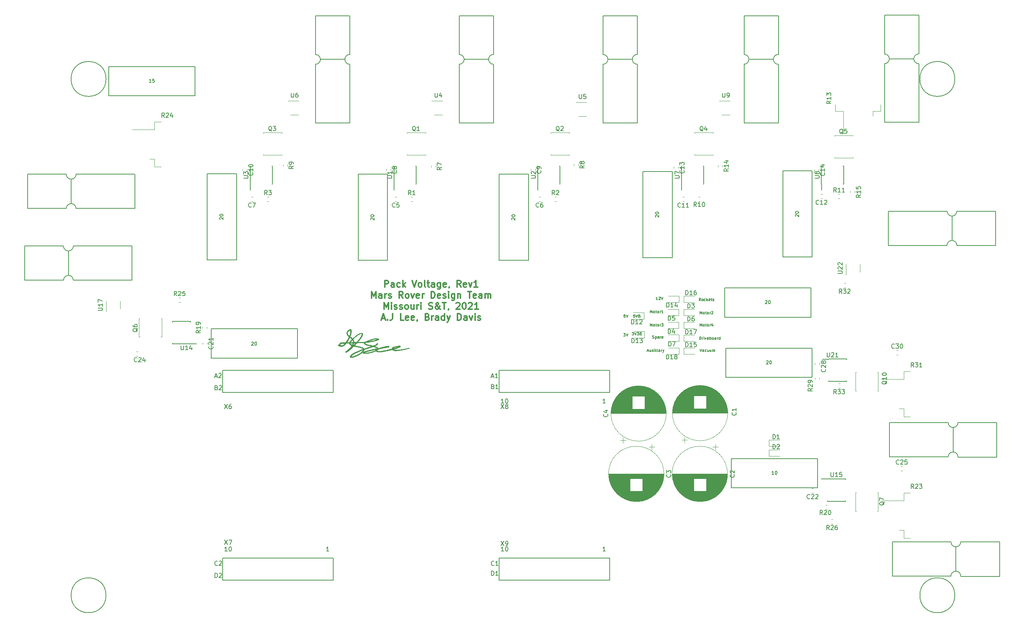
<source format=gbr>
%TF.GenerationSoftware,KiCad,Pcbnew,(5.1.6)-1*%
%TF.CreationDate,2020-11-27T16:41:01-06:00*%
%TF.ProjectId,PackVoltage_2021_Rev1,5061636b-566f-46c7-9461-67655f323032,rev?*%
%TF.SameCoordinates,Original*%
%TF.FileFunction,Legend,Top*%
%TF.FilePolarity,Positive*%
%FSLAX46Y46*%
G04 Gerber Fmt 4.6, Leading zero omitted, Abs format (unit mm)*
G04 Created by KiCad (PCBNEW (5.1.6)-1) date 2020-11-27 16:41:01*
%MOMM*%
%LPD*%
G01*
G04 APERTURE LIST*
%ADD10C,0.158750*%
%ADD11C,0.300000*%
%ADD12C,0.010000*%
%ADD13C,0.150000*%
%ADD14C,0.120000*%
G04 APERTURE END LIST*
D10*
X165124190Y-89314261D02*
X165517285Y-89314261D01*
X165305619Y-89556166D01*
X165396333Y-89556166D01*
X165456809Y-89586404D01*
X165487047Y-89616642D01*
X165517285Y-89677119D01*
X165517285Y-89828309D01*
X165487047Y-89888785D01*
X165456809Y-89919023D01*
X165396333Y-89949261D01*
X165214904Y-89949261D01*
X165154428Y-89919023D01*
X165124190Y-89888785D01*
X165698714Y-89314261D02*
X165910380Y-89949261D01*
X166122047Y-89314261D01*
X165487047Y-84996261D02*
X165184666Y-84996261D01*
X165154428Y-85298642D01*
X165184666Y-85268404D01*
X165245142Y-85238166D01*
X165396333Y-85238166D01*
X165456809Y-85268404D01*
X165487047Y-85298642D01*
X165517285Y-85359119D01*
X165517285Y-85510309D01*
X165487047Y-85570785D01*
X165456809Y-85601023D01*
X165396333Y-85631261D01*
X165245142Y-85631261D01*
X165184666Y-85601023D01*
X165154428Y-85570785D01*
X165698714Y-84996261D02*
X165910380Y-85631261D01*
X166122047Y-84996261D01*
D11*
X110261142Y-78641571D02*
X110261142Y-77141571D01*
X110832571Y-77141571D01*
X110975428Y-77213000D01*
X111046857Y-77284428D01*
X111118285Y-77427285D01*
X111118285Y-77641571D01*
X111046857Y-77784428D01*
X110975428Y-77855857D01*
X110832571Y-77927285D01*
X110261142Y-77927285D01*
X112404000Y-78641571D02*
X112404000Y-77855857D01*
X112332571Y-77713000D01*
X112189714Y-77641571D01*
X111904000Y-77641571D01*
X111761142Y-77713000D01*
X112404000Y-78570142D02*
X112261142Y-78641571D01*
X111904000Y-78641571D01*
X111761142Y-78570142D01*
X111689714Y-78427285D01*
X111689714Y-78284428D01*
X111761142Y-78141571D01*
X111904000Y-78070142D01*
X112261142Y-78070142D01*
X112404000Y-77998714D01*
X113761142Y-78570142D02*
X113618285Y-78641571D01*
X113332571Y-78641571D01*
X113189714Y-78570142D01*
X113118285Y-78498714D01*
X113046857Y-78355857D01*
X113046857Y-77927285D01*
X113118285Y-77784428D01*
X113189714Y-77713000D01*
X113332571Y-77641571D01*
X113618285Y-77641571D01*
X113761142Y-77713000D01*
X114404000Y-78641571D02*
X114404000Y-77141571D01*
X114546857Y-78070142D02*
X114975428Y-78641571D01*
X114975428Y-77641571D02*
X114404000Y-78213000D01*
X116546857Y-77141571D02*
X117046857Y-78641571D01*
X117546857Y-77141571D01*
X118261142Y-78641571D02*
X118118285Y-78570142D01*
X118046857Y-78498714D01*
X117975428Y-78355857D01*
X117975428Y-77927285D01*
X118046857Y-77784428D01*
X118118285Y-77713000D01*
X118261142Y-77641571D01*
X118475428Y-77641571D01*
X118618285Y-77713000D01*
X118689714Y-77784428D01*
X118761142Y-77927285D01*
X118761142Y-78355857D01*
X118689714Y-78498714D01*
X118618285Y-78570142D01*
X118475428Y-78641571D01*
X118261142Y-78641571D01*
X119618285Y-78641571D02*
X119475428Y-78570142D01*
X119404000Y-78427285D01*
X119404000Y-77141571D01*
X119975428Y-77641571D02*
X120546857Y-77641571D01*
X120189714Y-77141571D02*
X120189714Y-78427285D01*
X120261142Y-78570142D01*
X120404000Y-78641571D01*
X120546857Y-78641571D01*
X121689714Y-78641571D02*
X121689714Y-77855857D01*
X121618285Y-77713000D01*
X121475428Y-77641571D01*
X121189714Y-77641571D01*
X121046857Y-77713000D01*
X121689714Y-78570142D02*
X121546857Y-78641571D01*
X121189714Y-78641571D01*
X121046857Y-78570142D01*
X120975428Y-78427285D01*
X120975428Y-78284428D01*
X121046857Y-78141571D01*
X121189714Y-78070142D01*
X121546857Y-78070142D01*
X121689714Y-77998714D01*
X123046857Y-77641571D02*
X123046857Y-78855857D01*
X122975428Y-78998714D01*
X122904000Y-79070142D01*
X122761142Y-79141571D01*
X122546857Y-79141571D01*
X122404000Y-79070142D01*
X123046857Y-78570142D02*
X122904000Y-78641571D01*
X122618285Y-78641571D01*
X122475428Y-78570142D01*
X122404000Y-78498714D01*
X122332571Y-78355857D01*
X122332571Y-77927285D01*
X122404000Y-77784428D01*
X122475428Y-77713000D01*
X122618285Y-77641571D01*
X122904000Y-77641571D01*
X123046857Y-77713000D01*
X124332571Y-78570142D02*
X124189714Y-78641571D01*
X123904000Y-78641571D01*
X123761142Y-78570142D01*
X123689714Y-78427285D01*
X123689714Y-77855857D01*
X123761142Y-77713000D01*
X123904000Y-77641571D01*
X124189714Y-77641571D01*
X124332571Y-77713000D01*
X124404000Y-77855857D01*
X124404000Y-77998714D01*
X123689714Y-78141571D01*
X125118285Y-78570142D02*
X125118285Y-78641571D01*
X125046857Y-78784428D01*
X124975428Y-78855857D01*
X127761142Y-78641571D02*
X127261142Y-77927285D01*
X126904000Y-78641571D02*
X126904000Y-77141571D01*
X127475428Y-77141571D01*
X127618285Y-77213000D01*
X127689714Y-77284428D01*
X127761142Y-77427285D01*
X127761142Y-77641571D01*
X127689714Y-77784428D01*
X127618285Y-77855857D01*
X127475428Y-77927285D01*
X126904000Y-77927285D01*
X128975428Y-78570142D02*
X128832571Y-78641571D01*
X128546857Y-78641571D01*
X128404000Y-78570142D01*
X128332571Y-78427285D01*
X128332571Y-77855857D01*
X128404000Y-77713000D01*
X128546857Y-77641571D01*
X128832571Y-77641571D01*
X128975428Y-77713000D01*
X129046857Y-77855857D01*
X129046857Y-77998714D01*
X128332571Y-78141571D01*
X129546857Y-77641571D02*
X129904000Y-78641571D01*
X130261142Y-77641571D01*
X131618285Y-78641571D02*
X130761142Y-78641571D01*
X131189714Y-78641571D02*
X131189714Y-77141571D01*
X131046857Y-77355857D01*
X130904000Y-77498714D01*
X130761142Y-77570142D01*
X107225428Y-81191571D02*
X107225428Y-79691571D01*
X107725428Y-80763000D01*
X108225428Y-79691571D01*
X108225428Y-81191571D01*
X109582571Y-81191571D02*
X109582571Y-80405857D01*
X109511142Y-80263000D01*
X109368285Y-80191571D01*
X109082571Y-80191571D01*
X108939714Y-80263000D01*
X109582571Y-81120142D02*
X109439714Y-81191571D01*
X109082571Y-81191571D01*
X108939714Y-81120142D01*
X108868285Y-80977285D01*
X108868285Y-80834428D01*
X108939714Y-80691571D01*
X109082571Y-80620142D01*
X109439714Y-80620142D01*
X109582571Y-80548714D01*
X110296857Y-81191571D02*
X110296857Y-80191571D01*
X110296857Y-80477285D02*
X110368285Y-80334428D01*
X110439714Y-80263000D01*
X110582571Y-80191571D01*
X110725428Y-80191571D01*
X111154000Y-81120142D02*
X111296857Y-81191571D01*
X111582571Y-81191571D01*
X111725428Y-81120142D01*
X111796857Y-80977285D01*
X111796857Y-80905857D01*
X111725428Y-80763000D01*
X111582571Y-80691571D01*
X111368285Y-80691571D01*
X111225428Y-80620142D01*
X111154000Y-80477285D01*
X111154000Y-80405857D01*
X111225428Y-80263000D01*
X111368285Y-80191571D01*
X111582571Y-80191571D01*
X111725428Y-80263000D01*
X114439714Y-81191571D02*
X113939714Y-80477285D01*
X113582571Y-81191571D02*
X113582571Y-79691571D01*
X114154000Y-79691571D01*
X114296857Y-79763000D01*
X114368285Y-79834428D01*
X114439714Y-79977285D01*
X114439714Y-80191571D01*
X114368285Y-80334428D01*
X114296857Y-80405857D01*
X114154000Y-80477285D01*
X113582571Y-80477285D01*
X115296857Y-81191571D02*
X115154000Y-81120142D01*
X115082571Y-81048714D01*
X115011142Y-80905857D01*
X115011142Y-80477285D01*
X115082571Y-80334428D01*
X115154000Y-80263000D01*
X115296857Y-80191571D01*
X115511142Y-80191571D01*
X115654000Y-80263000D01*
X115725428Y-80334428D01*
X115796857Y-80477285D01*
X115796857Y-80905857D01*
X115725428Y-81048714D01*
X115654000Y-81120142D01*
X115511142Y-81191571D01*
X115296857Y-81191571D01*
X116296857Y-80191571D02*
X116654000Y-81191571D01*
X117011142Y-80191571D01*
X118154000Y-81120142D02*
X118011142Y-81191571D01*
X117725428Y-81191571D01*
X117582571Y-81120142D01*
X117511142Y-80977285D01*
X117511142Y-80405857D01*
X117582571Y-80263000D01*
X117725428Y-80191571D01*
X118011142Y-80191571D01*
X118154000Y-80263000D01*
X118225428Y-80405857D01*
X118225428Y-80548714D01*
X117511142Y-80691571D01*
X118868285Y-81191571D02*
X118868285Y-80191571D01*
X118868285Y-80477285D02*
X118939714Y-80334428D01*
X119011142Y-80263000D01*
X119154000Y-80191571D01*
X119296857Y-80191571D01*
X120939714Y-81191571D02*
X120939714Y-79691571D01*
X121296857Y-79691571D01*
X121511142Y-79763000D01*
X121654000Y-79905857D01*
X121725428Y-80048714D01*
X121796857Y-80334428D01*
X121796857Y-80548714D01*
X121725428Y-80834428D01*
X121654000Y-80977285D01*
X121511142Y-81120142D01*
X121296857Y-81191571D01*
X120939714Y-81191571D01*
X123011142Y-81120142D02*
X122868285Y-81191571D01*
X122582571Y-81191571D01*
X122439714Y-81120142D01*
X122368285Y-80977285D01*
X122368285Y-80405857D01*
X122439714Y-80263000D01*
X122582571Y-80191571D01*
X122868285Y-80191571D01*
X123011142Y-80263000D01*
X123082571Y-80405857D01*
X123082571Y-80548714D01*
X122368285Y-80691571D01*
X123654000Y-81120142D02*
X123796857Y-81191571D01*
X124082571Y-81191571D01*
X124225428Y-81120142D01*
X124296857Y-80977285D01*
X124296857Y-80905857D01*
X124225428Y-80763000D01*
X124082571Y-80691571D01*
X123868285Y-80691571D01*
X123725428Y-80620142D01*
X123654000Y-80477285D01*
X123654000Y-80405857D01*
X123725428Y-80263000D01*
X123868285Y-80191571D01*
X124082571Y-80191571D01*
X124225428Y-80263000D01*
X124939714Y-81191571D02*
X124939714Y-80191571D01*
X124939714Y-79691571D02*
X124868285Y-79763000D01*
X124939714Y-79834428D01*
X125011142Y-79763000D01*
X124939714Y-79691571D01*
X124939714Y-79834428D01*
X126296857Y-80191571D02*
X126296857Y-81405857D01*
X126225428Y-81548714D01*
X126154000Y-81620142D01*
X126011142Y-81691571D01*
X125796857Y-81691571D01*
X125654000Y-81620142D01*
X126296857Y-81120142D02*
X126154000Y-81191571D01*
X125868285Y-81191571D01*
X125725428Y-81120142D01*
X125654000Y-81048714D01*
X125582571Y-80905857D01*
X125582571Y-80477285D01*
X125654000Y-80334428D01*
X125725428Y-80263000D01*
X125868285Y-80191571D01*
X126154000Y-80191571D01*
X126296857Y-80263000D01*
X127011142Y-80191571D02*
X127011142Y-81191571D01*
X127011142Y-80334428D02*
X127082571Y-80263000D01*
X127225428Y-80191571D01*
X127439714Y-80191571D01*
X127582571Y-80263000D01*
X127654000Y-80405857D01*
X127654000Y-81191571D01*
X129296857Y-79691571D02*
X130154000Y-79691571D01*
X129725428Y-81191571D02*
X129725428Y-79691571D01*
X131225428Y-81120142D02*
X131082571Y-81191571D01*
X130796857Y-81191571D01*
X130654000Y-81120142D01*
X130582571Y-80977285D01*
X130582571Y-80405857D01*
X130654000Y-80263000D01*
X130796857Y-80191571D01*
X131082571Y-80191571D01*
X131225428Y-80263000D01*
X131296857Y-80405857D01*
X131296857Y-80548714D01*
X130582571Y-80691571D01*
X132582571Y-81191571D02*
X132582571Y-80405857D01*
X132511142Y-80263000D01*
X132368285Y-80191571D01*
X132082571Y-80191571D01*
X131939714Y-80263000D01*
X132582571Y-81120142D02*
X132439714Y-81191571D01*
X132082571Y-81191571D01*
X131939714Y-81120142D01*
X131868285Y-80977285D01*
X131868285Y-80834428D01*
X131939714Y-80691571D01*
X132082571Y-80620142D01*
X132439714Y-80620142D01*
X132582571Y-80548714D01*
X133296857Y-81191571D02*
X133296857Y-80191571D01*
X133296857Y-80334428D02*
X133368285Y-80263000D01*
X133511142Y-80191571D01*
X133725428Y-80191571D01*
X133868285Y-80263000D01*
X133939714Y-80405857D01*
X133939714Y-81191571D01*
X133939714Y-80405857D02*
X134011142Y-80263000D01*
X134154000Y-80191571D01*
X134368285Y-80191571D01*
X134511142Y-80263000D01*
X134582571Y-80405857D01*
X134582571Y-81191571D01*
X110082571Y-83741571D02*
X110082571Y-82241571D01*
X110582571Y-83313000D01*
X111082571Y-82241571D01*
X111082571Y-83741571D01*
X111796857Y-83741571D02*
X111796857Y-82741571D01*
X111796857Y-82241571D02*
X111725428Y-82313000D01*
X111796857Y-82384428D01*
X111868285Y-82313000D01*
X111796857Y-82241571D01*
X111796857Y-82384428D01*
X112439714Y-83670142D02*
X112582571Y-83741571D01*
X112868285Y-83741571D01*
X113011142Y-83670142D01*
X113082571Y-83527285D01*
X113082571Y-83455857D01*
X113011142Y-83313000D01*
X112868285Y-83241571D01*
X112654000Y-83241571D01*
X112511142Y-83170142D01*
X112439714Y-83027285D01*
X112439714Y-82955857D01*
X112511142Y-82813000D01*
X112654000Y-82741571D01*
X112868285Y-82741571D01*
X113011142Y-82813000D01*
X113654000Y-83670142D02*
X113796857Y-83741571D01*
X114082571Y-83741571D01*
X114225428Y-83670142D01*
X114296857Y-83527285D01*
X114296857Y-83455857D01*
X114225428Y-83313000D01*
X114082571Y-83241571D01*
X113868285Y-83241571D01*
X113725428Y-83170142D01*
X113654000Y-83027285D01*
X113654000Y-82955857D01*
X113725428Y-82813000D01*
X113868285Y-82741571D01*
X114082571Y-82741571D01*
X114225428Y-82813000D01*
X115154000Y-83741571D02*
X115011142Y-83670142D01*
X114939714Y-83598714D01*
X114868285Y-83455857D01*
X114868285Y-83027285D01*
X114939714Y-82884428D01*
X115011142Y-82813000D01*
X115154000Y-82741571D01*
X115368285Y-82741571D01*
X115511142Y-82813000D01*
X115582571Y-82884428D01*
X115654000Y-83027285D01*
X115654000Y-83455857D01*
X115582571Y-83598714D01*
X115511142Y-83670142D01*
X115368285Y-83741571D01*
X115154000Y-83741571D01*
X116939714Y-82741571D02*
X116939714Y-83741571D01*
X116296857Y-82741571D02*
X116296857Y-83527285D01*
X116368285Y-83670142D01*
X116511142Y-83741571D01*
X116725428Y-83741571D01*
X116868285Y-83670142D01*
X116939714Y-83598714D01*
X117654000Y-83741571D02*
X117654000Y-82741571D01*
X117654000Y-83027285D02*
X117725428Y-82884428D01*
X117796857Y-82813000D01*
X117939714Y-82741571D01*
X118082571Y-82741571D01*
X118582571Y-83741571D02*
X118582571Y-82741571D01*
X118582571Y-82241571D02*
X118511142Y-82313000D01*
X118582571Y-82384428D01*
X118654000Y-82313000D01*
X118582571Y-82241571D01*
X118582571Y-82384428D01*
X120368285Y-83670142D02*
X120582571Y-83741571D01*
X120939714Y-83741571D01*
X121082571Y-83670142D01*
X121154000Y-83598714D01*
X121225428Y-83455857D01*
X121225428Y-83313000D01*
X121154000Y-83170142D01*
X121082571Y-83098714D01*
X120939714Y-83027285D01*
X120654000Y-82955857D01*
X120511142Y-82884428D01*
X120439714Y-82813000D01*
X120368285Y-82670142D01*
X120368285Y-82527285D01*
X120439714Y-82384428D01*
X120511142Y-82313000D01*
X120654000Y-82241571D01*
X121011142Y-82241571D01*
X121225428Y-82313000D01*
X123082571Y-83741571D02*
X123011142Y-83741571D01*
X122868285Y-83670142D01*
X122654000Y-83455857D01*
X122296857Y-83027285D01*
X122154000Y-82813000D01*
X122082571Y-82598714D01*
X122082571Y-82455857D01*
X122154000Y-82313000D01*
X122296857Y-82241571D01*
X122368285Y-82241571D01*
X122511142Y-82313000D01*
X122582571Y-82455857D01*
X122582571Y-82527285D01*
X122511142Y-82670142D01*
X122439714Y-82741571D01*
X122011142Y-83027285D01*
X121939714Y-83098714D01*
X121868285Y-83241571D01*
X121868285Y-83455857D01*
X121939714Y-83598714D01*
X122011142Y-83670142D01*
X122154000Y-83741571D01*
X122368285Y-83741571D01*
X122511142Y-83670142D01*
X122582571Y-83598714D01*
X122796857Y-83313000D01*
X122868285Y-83098714D01*
X122868285Y-82955857D01*
X123511142Y-82241571D02*
X124368285Y-82241571D01*
X123939714Y-83741571D02*
X123939714Y-82241571D01*
X124939714Y-83670142D02*
X124939714Y-83741571D01*
X124868285Y-83884428D01*
X124796857Y-83955857D01*
X126654000Y-82384428D02*
X126725428Y-82313000D01*
X126868285Y-82241571D01*
X127225428Y-82241571D01*
X127368285Y-82313000D01*
X127439714Y-82384428D01*
X127511142Y-82527285D01*
X127511142Y-82670142D01*
X127439714Y-82884428D01*
X126582571Y-83741571D01*
X127511142Y-83741571D01*
X128439714Y-82241571D02*
X128582571Y-82241571D01*
X128725428Y-82313000D01*
X128796857Y-82384428D01*
X128868285Y-82527285D01*
X128939714Y-82813000D01*
X128939714Y-83170142D01*
X128868285Y-83455857D01*
X128796857Y-83598714D01*
X128725428Y-83670142D01*
X128582571Y-83741571D01*
X128439714Y-83741571D01*
X128296857Y-83670142D01*
X128225428Y-83598714D01*
X128154000Y-83455857D01*
X128082571Y-83170142D01*
X128082571Y-82813000D01*
X128154000Y-82527285D01*
X128225428Y-82384428D01*
X128296857Y-82313000D01*
X128439714Y-82241571D01*
X129511142Y-82384428D02*
X129582571Y-82313000D01*
X129725428Y-82241571D01*
X130082571Y-82241571D01*
X130225428Y-82313000D01*
X130296857Y-82384428D01*
X130368285Y-82527285D01*
X130368285Y-82670142D01*
X130296857Y-82884428D01*
X129439714Y-83741571D01*
X130368285Y-83741571D01*
X131796857Y-83741571D02*
X130939714Y-83741571D01*
X131368285Y-83741571D02*
X131368285Y-82241571D01*
X131225428Y-82455857D01*
X131082571Y-82598714D01*
X130939714Y-82670142D01*
X109546857Y-85863000D02*
X110261142Y-85863000D01*
X109404000Y-86291571D02*
X109904000Y-84791571D01*
X110404000Y-86291571D01*
X110904000Y-86148714D02*
X110975428Y-86220142D01*
X110904000Y-86291571D01*
X110832571Y-86220142D01*
X110904000Y-86148714D01*
X110904000Y-86291571D01*
X112046857Y-84791571D02*
X112046857Y-85863000D01*
X111975428Y-86077285D01*
X111832571Y-86220142D01*
X111618285Y-86291571D01*
X111475428Y-86291571D01*
X114618285Y-86291571D02*
X113904000Y-86291571D01*
X113904000Y-84791571D01*
X115689714Y-86220142D02*
X115546857Y-86291571D01*
X115261142Y-86291571D01*
X115118285Y-86220142D01*
X115046857Y-86077285D01*
X115046857Y-85505857D01*
X115118285Y-85363000D01*
X115261142Y-85291571D01*
X115546857Y-85291571D01*
X115689714Y-85363000D01*
X115761142Y-85505857D01*
X115761142Y-85648714D01*
X115046857Y-85791571D01*
X116975428Y-86220142D02*
X116832571Y-86291571D01*
X116546857Y-86291571D01*
X116404000Y-86220142D01*
X116332571Y-86077285D01*
X116332571Y-85505857D01*
X116404000Y-85363000D01*
X116546857Y-85291571D01*
X116832571Y-85291571D01*
X116975428Y-85363000D01*
X117046857Y-85505857D01*
X117046857Y-85648714D01*
X116332571Y-85791571D01*
X117761142Y-86220142D02*
X117761142Y-86291571D01*
X117689714Y-86434428D01*
X117618285Y-86505857D01*
X120046857Y-85505857D02*
X120261142Y-85577285D01*
X120332571Y-85648714D01*
X120404000Y-85791571D01*
X120404000Y-86005857D01*
X120332571Y-86148714D01*
X120261142Y-86220142D01*
X120118285Y-86291571D01*
X119546857Y-86291571D01*
X119546857Y-84791571D01*
X120046857Y-84791571D01*
X120189714Y-84863000D01*
X120261142Y-84934428D01*
X120332571Y-85077285D01*
X120332571Y-85220142D01*
X120261142Y-85363000D01*
X120189714Y-85434428D01*
X120046857Y-85505857D01*
X119546857Y-85505857D01*
X121046857Y-86291571D02*
X121046857Y-85291571D01*
X121046857Y-85577285D02*
X121118285Y-85434428D01*
X121189714Y-85363000D01*
X121332571Y-85291571D01*
X121475428Y-85291571D01*
X122618285Y-86291571D02*
X122618285Y-85505857D01*
X122546857Y-85363000D01*
X122404000Y-85291571D01*
X122118285Y-85291571D01*
X121975428Y-85363000D01*
X122618285Y-86220142D02*
X122475428Y-86291571D01*
X122118285Y-86291571D01*
X121975428Y-86220142D01*
X121904000Y-86077285D01*
X121904000Y-85934428D01*
X121975428Y-85791571D01*
X122118285Y-85720142D01*
X122475428Y-85720142D01*
X122618285Y-85648714D01*
X123975428Y-86291571D02*
X123975428Y-84791571D01*
X123975428Y-86220142D02*
X123832571Y-86291571D01*
X123546857Y-86291571D01*
X123404000Y-86220142D01*
X123332571Y-86148714D01*
X123261142Y-86005857D01*
X123261142Y-85577285D01*
X123332571Y-85434428D01*
X123404000Y-85363000D01*
X123546857Y-85291571D01*
X123832571Y-85291571D01*
X123975428Y-85363000D01*
X124546857Y-85291571D02*
X124904000Y-86291571D01*
X125261142Y-85291571D02*
X124904000Y-86291571D01*
X124761142Y-86648714D01*
X124689714Y-86720142D01*
X124546857Y-86791571D01*
X126975428Y-86291571D02*
X126975428Y-84791571D01*
X127332571Y-84791571D01*
X127546857Y-84863000D01*
X127689714Y-85005857D01*
X127761142Y-85148714D01*
X127832571Y-85434428D01*
X127832571Y-85648714D01*
X127761142Y-85934428D01*
X127689714Y-86077285D01*
X127546857Y-86220142D01*
X127332571Y-86291571D01*
X126975428Y-86291571D01*
X129118285Y-86291571D02*
X129118285Y-85505857D01*
X129046857Y-85363000D01*
X128904000Y-85291571D01*
X128618285Y-85291571D01*
X128475428Y-85363000D01*
X129118285Y-86220142D02*
X128975428Y-86291571D01*
X128618285Y-86291571D01*
X128475428Y-86220142D01*
X128404000Y-86077285D01*
X128404000Y-85934428D01*
X128475428Y-85791571D01*
X128618285Y-85720142D01*
X128975428Y-85720142D01*
X129118285Y-85648714D01*
X129689714Y-85291571D02*
X130046857Y-86291571D01*
X130404000Y-85291571D01*
X130975428Y-86291571D02*
X130975428Y-85291571D01*
X130975428Y-84791571D02*
X130904000Y-84863000D01*
X130975428Y-84934428D01*
X131046857Y-84863000D01*
X130975428Y-84791571D01*
X130975428Y-84934428D01*
X131618285Y-86220142D02*
X131761142Y-86291571D01*
X132046857Y-86291571D01*
X132189714Y-86220142D01*
X132261142Y-86077285D01*
X132261142Y-86005857D01*
X132189714Y-85863000D01*
X132046857Y-85791571D01*
X131832571Y-85791571D01*
X131689714Y-85720142D01*
X131618285Y-85577285D01*
X131618285Y-85505857D01*
X131689714Y-85363000D01*
X131832571Y-85291571D01*
X132046857Y-85291571D01*
X132189714Y-85363000D01*
D10*
X167709547Y-84996261D02*
X167407166Y-84996261D01*
X167376928Y-85298642D01*
X167407166Y-85268404D01*
X167467642Y-85238166D01*
X167618833Y-85238166D01*
X167679309Y-85268404D01*
X167709547Y-85298642D01*
X167739785Y-85359119D01*
X167739785Y-85510309D01*
X167709547Y-85570785D01*
X167679309Y-85601023D01*
X167618833Y-85631261D01*
X167467642Y-85631261D01*
X167407166Y-85601023D01*
X167376928Y-85570785D01*
X167921214Y-84996261D02*
X168132880Y-85631261D01*
X168344547Y-84996261D01*
X168767880Y-85298642D02*
X168858595Y-85328880D01*
X168888833Y-85359119D01*
X168919071Y-85419595D01*
X168919071Y-85510309D01*
X168888833Y-85570785D01*
X168858595Y-85601023D01*
X168798119Y-85631261D01*
X168556214Y-85631261D01*
X168556214Y-84996261D01*
X168767880Y-84996261D01*
X168828357Y-85026500D01*
X168858595Y-85056738D01*
X168888833Y-85117214D01*
X168888833Y-85177690D01*
X168858595Y-85238166D01*
X168828357Y-85268404D01*
X168767880Y-85298642D01*
X168556214Y-85298642D01*
X167044309Y-89060261D02*
X167437404Y-89060261D01*
X167225738Y-89302166D01*
X167316452Y-89302166D01*
X167376928Y-89332404D01*
X167407166Y-89362642D01*
X167437404Y-89423119D01*
X167437404Y-89574309D01*
X167407166Y-89634785D01*
X167376928Y-89665023D01*
X167316452Y-89695261D01*
X167135023Y-89695261D01*
X167074547Y-89665023D01*
X167044309Y-89634785D01*
X167618833Y-89060261D02*
X167830500Y-89695261D01*
X168042166Y-89060261D01*
X168193357Y-89060261D02*
X168586452Y-89060261D01*
X168374785Y-89302166D01*
X168465500Y-89302166D01*
X168525976Y-89332404D01*
X168556214Y-89362642D01*
X168586452Y-89423119D01*
X168586452Y-89574309D01*
X168556214Y-89634785D01*
X168525976Y-89665023D01*
X168465500Y-89695261D01*
X168284071Y-89695261D01*
X168223595Y-89665023D01*
X168193357Y-89634785D01*
X169070261Y-89362642D02*
X169160976Y-89392880D01*
X169191214Y-89423119D01*
X169221452Y-89483595D01*
X169221452Y-89574309D01*
X169191214Y-89634785D01*
X169160976Y-89665023D01*
X169100500Y-89695261D01*
X168858595Y-89695261D01*
X168858595Y-89060261D01*
X169070261Y-89060261D01*
X169130738Y-89090500D01*
X169160976Y-89120738D01*
X169191214Y-89181214D01*
X169191214Y-89241690D01*
X169160976Y-89302166D01*
X169130738Y-89332404D01*
X169070261Y-89362642D01*
X168858595Y-89362642D01*
X170561000Y-93323833D02*
X170863380Y-93323833D01*
X170500523Y-93505261D02*
X170712190Y-92870261D01*
X170923857Y-93505261D01*
X171407666Y-93081928D02*
X171407666Y-93505261D01*
X171135523Y-93081928D02*
X171135523Y-93414547D01*
X171165761Y-93475023D01*
X171226238Y-93505261D01*
X171316952Y-93505261D01*
X171377428Y-93475023D01*
X171407666Y-93444785D01*
X171649571Y-93505261D02*
X171982190Y-93081928D01*
X171649571Y-93081928D02*
X171982190Y-93505261D01*
X172224095Y-93505261D02*
X172224095Y-93081928D01*
X172224095Y-92870261D02*
X172193857Y-92900500D01*
X172224095Y-92930738D01*
X172254333Y-92900500D01*
X172224095Y-92870261D01*
X172224095Y-92930738D01*
X172617190Y-93505261D02*
X172556714Y-93475023D01*
X172526476Y-93414547D01*
X172526476Y-92870261D01*
X172949809Y-93505261D02*
X172889333Y-93475023D01*
X172859095Y-93414547D01*
X172859095Y-92870261D01*
X173463857Y-93505261D02*
X173463857Y-93172642D01*
X173433619Y-93112166D01*
X173373142Y-93081928D01*
X173252190Y-93081928D01*
X173191714Y-93112166D01*
X173463857Y-93475023D02*
X173403380Y-93505261D01*
X173252190Y-93505261D01*
X173191714Y-93475023D01*
X173161476Y-93414547D01*
X173161476Y-93354071D01*
X173191714Y-93293595D01*
X173252190Y-93263357D01*
X173403380Y-93263357D01*
X173463857Y-93233119D01*
X173766238Y-93505261D02*
X173766238Y-93081928D01*
X173766238Y-93202880D02*
X173796476Y-93142404D01*
X173826714Y-93112166D01*
X173887190Y-93081928D01*
X173947666Y-93081928D01*
X174098857Y-93081928D02*
X174250047Y-93505261D01*
X174401238Y-93081928D02*
X174250047Y-93505261D01*
X174189571Y-93656452D01*
X174159333Y-93686690D01*
X174098857Y-93716928D01*
X182538309Y-90711261D02*
X182538309Y-90076261D01*
X182689500Y-90076261D01*
X182780214Y-90106500D01*
X182840690Y-90166976D01*
X182870928Y-90227452D01*
X182901166Y-90348404D01*
X182901166Y-90439119D01*
X182870928Y-90560071D01*
X182840690Y-90620547D01*
X182780214Y-90681023D01*
X182689500Y-90711261D01*
X182538309Y-90711261D01*
X183173309Y-90711261D02*
X183173309Y-90287928D01*
X183173309Y-90408880D02*
X183203547Y-90348404D01*
X183233785Y-90318166D01*
X183294261Y-90287928D01*
X183354738Y-90287928D01*
X183566404Y-90711261D02*
X183566404Y-90287928D01*
X183566404Y-90076261D02*
X183536166Y-90106500D01*
X183566404Y-90136738D01*
X183596642Y-90106500D01*
X183566404Y-90076261D01*
X183566404Y-90136738D01*
X183808309Y-90287928D02*
X183959500Y-90711261D01*
X184110690Y-90287928D01*
X184594500Y-90681023D02*
X184534023Y-90711261D01*
X184413071Y-90711261D01*
X184352595Y-90681023D01*
X184322357Y-90620547D01*
X184322357Y-90378642D01*
X184352595Y-90318166D01*
X184413071Y-90287928D01*
X184534023Y-90287928D01*
X184594500Y-90318166D01*
X184624738Y-90378642D01*
X184624738Y-90439119D01*
X184322357Y-90499595D01*
X184896880Y-90711261D02*
X184896880Y-90076261D01*
X184896880Y-90318166D02*
X184957357Y-90287928D01*
X185078309Y-90287928D01*
X185138785Y-90318166D01*
X185169023Y-90348404D01*
X185199261Y-90408880D01*
X185199261Y-90590309D01*
X185169023Y-90650785D01*
X185138785Y-90681023D01*
X185078309Y-90711261D01*
X184957357Y-90711261D01*
X184896880Y-90681023D01*
X185562119Y-90711261D02*
X185501642Y-90681023D01*
X185471404Y-90650785D01*
X185441166Y-90590309D01*
X185441166Y-90408880D01*
X185471404Y-90348404D01*
X185501642Y-90318166D01*
X185562119Y-90287928D01*
X185652833Y-90287928D01*
X185713309Y-90318166D01*
X185743547Y-90348404D01*
X185773785Y-90408880D01*
X185773785Y-90590309D01*
X185743547Y-90650785D01*
X185713309Y-90681023D01*
X185652833Y-90711261D01*
X185562119Y-90711261D01*
X186318071Y-90711261D02*
X186318071Y-90378642D01*
X186287833Y-90318166D01*
X186227357Y-90287928D01*
X186106404Y-90287928D01*
X186045928Y-90318166D01*
X186318071Y-90681023D02*
X186257595Y-90711261D01*
X186106404Y-90711261D01*
X186045928Y-90681023D01*
X186015690Y-90620547D01*
X186015690Y-90560071D01*
X186045928Y-90499595D01*
X186106404Y-90469357D01*
X186257595Y-90469357D01*
X186318071Y-90439119D01*
X186620452Y-90711261D02*
X186620452Y-90287928D01*
X186620452Y-90408880D02*
X186650690Y-90348404D01*
X186680928Y-90318166D01*
X186741404Y-90287928D01*
X186801880Y-90287928D01*
X187285690Y-90711261D02*
X187285690Y-90076261D01*
X187285690Y-90681023D02*
X187225214Y-90711261D01*
X187104261Y-90711261D01*
X187043785Y-90681023D01*
X187013547Y-90650785D01*
X186983309Y-90590309D01*
X186983309Y-90408880D01*
X187013547Y-90348404D01*
X187043785Y-90318166D01*
X187104261Y-90287928D01*
X187225214Y-90287928D01*
X187285690Y-90318166D01*
X182635071Y-92870261D02*
X182846738Y-93505261D01*
X183058404Y-92870261D01*
X183542214Y-93505261D02*
X183542214Y-93172642D01*
X183511976Y-93112166D01*
X183451500Y-93081928D01*
X183330547Y-93081928D01*
X183270071Y-93112166D01*
X183542214Y-93475023D02*
X183481738Y-93505261D01*
X183330547Y-93505261D01*
X183270071Y-93475023D01*
X183239833Y-93414547D01*
X183239833Y-93354071D01*
X183270071Y-93293595D01*
X183330547Y-93263357D01*
X183481738Y-93263357D01*
X183542214Y-93233119D01*
X184116738Y-93475023D02*
X184056261Y-93505261D01*
X183935309Y-93505261D01*
X183874833Y-93475023D01*
X183844595Y-93444785D01*
X183814357Y-93384309D01*
X183814357Y-93202880D01*
X183844595Y-93142404D01*
X183874833Y-93112166D01*
X183935309Y-93081928D01*
X184056261Y-93081928D01*
X184116738Y-93112166D01*
X184661023Y-93081928D02*
X184661023Y-93505261D01*
X184388880Y-93081928D02*
X184388880Y-93414547D01*
X184419119Y-93475023D01*
X184479595Y-93505261D01*
X184570309Y-93505261D01*
X184630785Y-93475023D01*
X184661023Y-93444785D01*
X185235547Y-93081928D02*
X185235547Y-93505261D01*
X184963404Y-93081928D02*
X184963404Y-93414547D01*
X184993642Y-93475023D01*
X185054119Y-93505261D01*
X185144833Y-93505261D01*
X185205309Y-93475023D01*
X185235547Y-93444785D01*
X185537928Y-93505261D02*
X185537928Y-93081928D01*
X185537928Y-93142404D02*
X185568166Y-93112166D01*
X185628642Y-93081928D01*
X185719357Y-93081928D01*
X185779833Y-93112166D01*
X185810071Y-93172642D01*
X185810071Y-93505261D01*
X185810071Y-93172642D02*
X185840309Y-93112166D01*
X185900785Y-93081928D01*
X185991500Y-93081928D01*
X186051976Y-93112166D01*
X186082214Y-93172642D01*
X186082214Y-93505261D01*
X172961904Y-81567261D02*
X172599047Y-81567261D01*
X172780476Y-81567261D02*
X172780476Y-80932261D01*
X172720000Y-81022976D01*
X172659523Y-81083452D01*
X172599047Y-81113690D01*
X173203809Y-80992738D02*
X173234047Y-80962500D01*
X173294523Y-80932261D01*
X173445714Y-80932261D01*
X173506190Y-80962500D01*
X173536428Y-80992738D01*
X173566666Y-81053214D01*
X173566666Y-81113690D01*
X173536428Y-81204404D01*
X173173571Y-81567261D01*
X173566666Y-81567261D01*
X173748095Y-80932261D02*
X173959761Y-81567261D01*
X174171428Y-80932261D01*
X182819523Y-81821261D02*
X182607857Y-81518880D01*
X182456666Y-81821261D02*
X182456666Y-81186261D01*
X182698571Y-81186261D01*
X182759047Y-81216500D01*
X182789285Y-81246738D01*
X182819523Y-81307214D01*
X182819523Y-81397928D01*
X182789285Y-81458404D01*
X182759047Y-81488642D01*
X182698571Y-81518880D01*
X182456666Y-81518880D01*
X183182380Y-81821261D02*
X183121904Y-81791023D01*
X183091666Y-81760785D01*
X183061428Y-81700309D01*
X183061428Y-81518880D01*
X183091666Y-81458404D01*
X183121904Y-81428166D01*
X183182380Y-81397928D01*
X183273095Y-81397928D01*
X183333571Y-81428166D01*
X183363809Y-81458404D01*
X183394047Y-81518880D01*
X183394047Y-81700309D01*
X183363809Y-81760785D01*
X183333571Y-81791023D01*
X183273095Y-81821261D01*
X183182380Y-81821261D01*
X183938333Y-81791023D02*
X183877857Y-81821261D01*
X183756904Y-81821261D01*
X183696428Y-81791023D01*
X183666190Y-81760785D01*
X183635952Y-81700309D01*
X183635952Y-81518880D01*
X183666190Y-81458404D01*
X183696428Y-81428166D01*
X183756904Y-81397928D01*
X183877857Y-81397928D01*
X183938333Y-81428166D01*
X184210476Y-81821261D02*
X184210476Y-81186261D01*
X184270952Y-81579357D02*
X184452380Y-81821261D01*
X184452380Y-81397928D02*
X184210476Y-81639833D01*
X184966428Y-81791023D02*
X184905952Y-81821261D01*
X184785000Y-81821261D01*
X184724523Y-81791023D01*
X184694285Y-81730547D01*
X184694285Y-81488642D01*
X184724523Y-81428166D01*
X184785000Y-81397928D01*
X184905952Y-81397928D01*
X184966428Y-81428166D01*
X184996666Y-81488642D01*
X184996666Y-81549119D01*
X184694285Y-81609595D01*
X185178095Y-81397928D02*
X185420000Y-81397928D01*
X185268809Y-81186261D02*
X185268809Y-81730547D01*
X185299047Y-81791023D01*
X185359523Y-81821261D01*
X185420000Y-81821261D01*
X185601428Y-81791023D02*
X185661904Y-81821261D01*
X185782857Y-81821261D01*
X185843333Y-81791023D01*
X185873571Y-81730547D01*
X185873571Y-81700309D01*
X185843333Y-81639833D01*
X185782857Y-81609595D01*
X185692142Y-81609595D01*
X185631666Y-81579357D01*
X185601428Y-81518880D01*
X185601428Y-81488642D01*
X185631666Y-81428166D01*
X185692142Y-81397928D01*
X185782857Y-81397928D01*
X185843333Y-81428166D01*
X171749357Y-90427023D02*
X171840071Y-90457261D01*
X171991261Y-90457261D01*
X172051738Y-90427023D01*
X172081976Y-90396785D01*
X172112214Y-90336309D01*
X172112214Y-90275833D01*
X172081976Y-90215357D01*
X172051738Y-90185119D01*
X171991261Y-90154880D01*
X171870309Y-90124642D01*
X171809833Y-90094404D01*
X171779595Y-90064166D01*
X171749357Y-90003690D01*
X171749357Y-89943214D01*
X171779595Y-89882738D01*
X171809833Y-89852500D01*
X171870309Y-89822261D01*
X172021500Y-89822261D01*
X172112214Y-89852500D01*
X172384357Y-90033928D02*
X172384357Y-90668928D01*
X172384357Y-90064166D02*
X172444833Y-90033928D01*
X172565785Y-90033928D01*
X172626261Y-90064166D01*
X172656500Y-90094404D01*
X172686738Y-90154880D01*
X172686738Y-90336309D01*
X172656500Y-90396785D01*
X172626261Y-90427023D01*
X172565785Y-90457261D01*
X172444833Y-90457261D01*
X172384357Y-90427023D01*
X173231023Y-90457261D02*
X173231023Y-90124642D01*
X173200785Y-90064166D01*
X173140309Y-90033928D01*
X173019357Y-90033928D01*
X172958880Y-90064166D01*
X173231023Y-90427023D02*
X173170547Y-90457261D01*
X173019357Y-90457261D01*
X172958880Y-90427023D01*
X172928642Y-90366547D01*
X172928642Y-90306071D01*
X172958880Y-90245595D01*
X173019357Y-90215357D01*
X173170547Y-90215357D01*
X173231023Y-90185119D01*
X173533404Y-90457261D02*
X173533404Y-90033928D01*
X173533404Y-90154880D02*
X173563642Y-90094404D01*
X173593880Y-90064166D01*
X173654357Y-90033928D01*
X173714833Y-90033928D01*
X174168404Y-90427023D02*
X174107928Y-90457261D01*
X173986976Y-90457261D01*
X173926500Y-90427023D01*
X173896261Y-90366547D01*
X173896261Y-90124642D01*
X173926500Y-90064166D01*
X173986976Y-90033928D01*
X174107928Y-90033928D01*
X174168404Y-90064166D01*
X174198642Y-90124642D01*
X174198642Y-90185119D01*
X173896261Y-90245595D01*
X182683452Y-87663261D02*
X182683452Y-87028261D01*
X182895119Y-87481833D01*
X183106785Y-87028261D01*
X183106785Y-87663261D01*
X183499880Y-87663261D02*
X183439404Y-87633023D01*
X183409166Y-87602785D01*
X183378928Y-87542309D01*
X183378928Y-87360880D01*
X183409166Y-87300404D01*
X183439404Y-87270166D01*
X183499880Y-87239928D01*
X183590595Y-87239928D01*
X183651071Y-87270166D01*
X183681309Y-87300404D01*
X183711547Y-87360880D01*
X183711547Y-87542309D01*
X183681309Y-87602785D01*
X183651071Y-87633023D01*
X183590595Y-87663261D01*
X183499880Y-87663261D01*
X183892976Y-87239928D02*
X184134880Y-87239928D01*
X183983690Y-87028261D02*
X183983690Y-87572547D01*
X184013928Y-87633023D01*
X184074404Y-87663261D01*
X184134880Y-87663261D01*
X184437261Y-87663261D02*
X184376785Y-87633023D01*
X184346547Y-87602785D01*
X184316309Y-87542309D01*
X184316309Y-87360880D01*
X184346547Y-87300404D01*
X184376785Y-87270166D01*
X184437261Y-87239928D01*
X184527976Y-87239928D01*
X184588452Y-87270166D01*
X184618690Y-87300404D01*
X184648928Y-87360880D01*
X184648928Y-87542309D01*
X184618690Y-87602785D01*
X184588452Y-87633023D01*
X184527976Y-87663261D01*
X184437261Y-87663261D01*
X184921071Y-87663261D02*
X184921071Y-87239928D01*
X184921071Y-87360880D02*
X184951309Y-87300404D01*
X184981547Y-87270166D01*
X185042023Y-87239928D01*
X185102500Y-87239928D01*
X185586309Y-87239928D02*
X185586309Y-87663261D01*
X185435119Y-86998023D02*
X185283928Y-87451595D01*
X185677023Y-87451595D01*
X171253452Y-87663261D02*
X171253452Y-87028261D01*
X171465119Y-87481833D01*
X171676785Y-87028261D01*
X171676785Y-87663261D01*
X172069880Y-87663261D02*
X172009404Y-87633023D01*
X171979166Y-87602785D01*
X171948928Y-87542309D01*
X171948928Y-87360880D01*
X171979166Y-87300404D01*
X172009404Y-87270166D01*
X172069880Y-87239928D01*
X172160595Y-87239928D01*
X172221071Y-87270166D01*
X172251309Y-87300404D01*
X172281547Y-87360880D01*
X172281547Y-87542309D01*
X172251309Y-87602785D01*
X172221071Y-87633023D01*
X172160595Y-87663261D01*
X172069880Y-87663261D01*
X172462976Y-87239928D02*
X172704880Y-87239928D01*
X172553690Y-87028261D02*
X172553690Y-87572547D01*
X172583928Y-87633023D01*
X172644404Y-87663261D01*
X172704880Y-87663261D01*
X173007261Y-87663261D02*
X172946785Y-87633023D01*
X172916547Y-87602785D01*
X172886309Y-87542309D01*
X172886309Y-87360880D01*
X172916547Y-87300404D01*
X172946785Y-87270166D01*
X173007261Y-87239928D01*
X173097976Y-87239928D01*
X173158452Y-87270166D01*
X173188690Y-87300404D01*
X173218928Y-87360880D01*
X173218928Y-87542309D01*
X173188690Y-87602785D01*
X173158452Y-87633023D01*
X173097976Y-87663261D01*
X173007261Y-87663261D01*
X173491071Y-87663261D02*
X173491071Y-87239928D01*
X173491071Y-87360880D02*
X173521309Y-87300404D01*
X173551547Y-87270166D01*
X173612023Y-87239928D01*
X173672500Y-87239928D01*
X173823690Y-87028261D02*
X174216785Y-87028261D01*
X174005119Y-87270166D01*
X174095833Y-87270166D01*
X174156309Y-87300404D01*
X174186547Y-87330642D01*
X174216785Y-87391119D01*
X174216785Y-87542309D01*
X174186547Y-87602785D01*
X174156309Y-87633023D01*
X174095833Y-87663261D01*
X173914404Y-87663261D01*
X173853928Y-87633023D01*
X173823690Y-87602785D01*
X182683452Y-84869261D02*
X182683452Y-84234261D01*
X182895119Y-84687833D01*
X183106785Y-84234261D01*
X183106785Y-84869261D01*
X183499880Y-84869261D02*
X183439404Y-84839023D01*
X183409166Y-84808785D01*
X183378928Y-84748309D01*
X183378928Y-84566880D01*
X183409166Y-84506404D01*
X183439404Y-84476166D01*
X183499880Y-84445928D01*
X183590595Y-84445928D01*
X183651071Y-84476166D01*
X183681309Y-84506404D01*
X183711547Y-84566880D01*
X183711547Y-84748309D01*
X183681309Y-84808785D01*
X183651071Y-84839023D01*
X183590595Y-84869261D01*
X183499880Y-84869261D01*
X183892976Y-84445928D02*
X184134880Y-84445928D01*
X183983690Y-84234261D02*
X183983690Y-84778547D01*
X184013928Y-84839023D01*
X184074404Y-84869261D01*
X184134880Y-84869261D01*
X184437261Y-84869261D02*
X184376785Y-84839023D01*
X184346547Y-84808785D01*
X184316309Y-84748309D01*
X184316309Y-84566880D01*
X184346547Y-84506404D01*
X184376785Y-84476166D01*
X184437261Y-84445928D01*
X184527976Y-84445928D01*
X184588452Y-84476166D01*
X184618690Y-84506404D01*
X184648928Y-84566880D01*
X184648928Y-84748309D01*
X184618690Y-84808785D01*
X184588452Y-84839023D01*
X184527976Y-84869261D01*
X184437261Y-84869261D01*
X184921071Y-84869261D02*
X184921071Y-84445928D01*
X184921071Y-84566880D02*
X184951309Y-84506404D01*
X184981547Y-84476166D01*
X185042023Y-84445928D01*
X185102500Y-84445928D01*
X185283928Y-84294738D02*
X185314166Y-84264500D01*
X185374642Y-84234261D01*
X185525833Y-84234261D01*
X185586309Y-84264500D01*
X185616547Y-84294738D01*
X185646785Y-84355214D01*
X185646785Y-84415690D01*
X185616547Y-84506404D01*
X185253690Y-84869261D01*
X185646785Y-84869261D01*
X171253452Y-84615261D02*
X171253452Y-83980261D01*
X171465119Y-84433833D01*
X171676785Y-83980261D01*
X171676785Y-84615261D01*
X172069880Y-84615261D02*
X172009404Y-84585023D01*
X171979166Y-84554785D01*
X171948928Y-84494309D01*
X171948928Y-84312880D01*
X171979166Y-84252404D01*
X172009404Y-84222166D01*
X172069880Y-84191928D01*
X172160595Y-84191928D01*
X172221071Y-84222166D01*
X172251309Y-84252404D01*
X172281547Y-84312880D01*
X172281547Y-84494309D01*
X172251309Y-84554785D01*
X172221071Y-84585023D01*
X172160595Y-84615261D01*
X172069880Y-84615261D01*
X172462976Y-84191928D02*
X172704880Y-84191928D01*
X172553690Y-83980261D02*
X172553690Y-84524547D01*
X172583928Y-84585023D01*
X172644404Y-84615261D01*
X172704880Y-84615261D01*
X173007261Y-84615261D02*
X172946785Y-84585023D01*
X172916547Y-84554785D01*
X172886309Y-84494309D01*
X172886309Y-84312880D01*
X172916547Y-84252404D01*
X172946785Y-84222166D01*
X173007261Y-84191928D01*
X173097976Y-84191928D01*
X173158452Y-84222166D01*
X173188690Y-84252404D01*
X173218928Y-84312880D01*
X173218928Y-84494309D01*
X173188690Y-84554785D01*
X173158452Y-84585023D01*
X173097976Y-84615261D01*
X173007261Y-84615261D01*
X173491071Y-84615261D02*
X173491071Y-84191928D01*
X173491071Y-84312880D02*
X173521309Y-84252404D01*
X173551547Y-84222166D01*
X173612023Y-84191928D01*
X173672500Y-84191928D01*
X174216785Y-84615261D02*
X173853928Y-84615261D01*
X174035357Y-84615261D02*
X174035357Y-83980261D01*
X173974880Y-84070976D01*
X173914404Y-84131452D01*
X173853928Y-84161690D01*
D12*
%TO.C,G\u002A\u002A\u002A*%
G36*
X98511596Y-100407746D02*
G01*
X98512411Y-100415959D01*
X98511596Y-100416974D01*
X98507547Y-100416024D01*
X98507056Y-100412360D01*
X98509548Y-100406663D01*
X98511596Y-100407746D01*
G37*
X98511596Y-100407746D02*
X98512411Y-100415959D01*
X98511596Y-100416974D01*
X98507547Y-100416024D01*
X98507056Y-100412360D01*
X98509548Y-100406663D01*
X98511596Y-100407746D01*
G36*
X102384473Y-88352875D02*
G01*
X102413170Y-88357146D01*
X102434199Y-88363455D01*
X102445631Y-88370955D01*
X102445536Y-88378801D01*
X102444980Y-88379411D01*
X102446666Y-88383015D01*
X102452114Y-88383695D01*
X102461861Y-88388268D01*
X102463464Y-88393041D01*
X102468532Y-88402512D01*
X102480734Y-88415244D01*
X102495565Y-88427310D01*
X102508520Y-88434780D01*
X102512272Y-88435602D01*
X102521774Y-88441487D01*
X102527058Y-88455175D01*
X102526526Y-88467513D01*
X102527412Y-88478260D01*
X102535022Y-88480589D01*
X102542930Y-88483217D01*
X102544075Y-88493523D01*
X102542744Y-88501615D01*
X102541857Y-88518546D01*
X102548514Y-88526500D01*
X102548876Y-88526647D01*
X102555381Y-88532349D01*
X102551357Y-88540191D01*
X102547386Y-88551028D01*
X102553525Y-88565318D01*
X102553537Y-88565336D01*
X102564687Y-88591122D01*
X102568356Y-88618602D01*
X102565216Y-88637359D01*
X102562472Y-88648413D01*
X102567271Y-88649794D01*
X102569306Y-88649081D01*
X102575753Y-88649661D01*
X102578708Y-88659704D01*
X102579228Y-88674044D01*
X102577743Y-88693105D01*
X102573261Y-88698784D01*
X102571688Y-88698141D01*
X102566924Y-88698626D01*
X102568252Y-88706543D01*
X102569272Y-88722152D01*
X102566098Y-88741834D01*
X102565876Y-88742638D01*
X102562455Y-88757749D01*
X102564438Y-88762747D01*
X102569312Y-88761729D01*
X102577524Y-88763196D01*
X102579228Y-88771487D01*
X102575979Y-88782609D01*
X102571567Y-88785112D01*
X102566869Y-88791043D01*
X102567868Y-88805249D01*
X102568426Y-88821916D01*
X102561478Y-88829423D01*
X102554951Y-88836803D01*
X102556040Y-88841542D01*
X102559619Y-88853240D01*
X102562412Y-88872279D01*
X102562880Y-88877926D01*
X102565320Y-88901504D01*
X102568812Y-88922645D01*
X102569406Y-88925262D01*
X102570969Y-88939452D01*
X102565495Y-88944214D01*
X102563902Y-88944294D01*
X102558009Y-88947425D01*
X102555265Y-88958622D01*
X102555055Y-88980592D01*
X102555134Y-88983031D01*
X102554847Y-89007581D01*
X102551503Y-89021113D01*
X102546464Y-89025670D01*
X102540768Y-89030021D01*
X102546186Y-89036723D01*
X102549298Y-89039114D01*
X102557358Y-89048057D01*
X102554146Y-89053675D01*
X102549638Y-89062305D01*
X102544091Y-89081367D01*
X102538374Y-89107586D01*
X102535394Y-89124342D01*
X102526895Y-89172651D01*
X102519112Y-89209788D01*
X102512232Y-89234997D01*
X102506445Y-89247521D01*
X102504314Y-89248818D01*
X102500630Y-89255019D01*
X102496732Y-89270881D01*
X102494750Y-89283422D01*
X102490997Y-89303137D01*
X102486345Y-89315669D01*
X102483658Y-89318027D01*
X102477497Y-89323148D01*
X102477385Y-89335269D01*
X102482349Y-89349529D01*
X102491419Y-89361067D01*
X102492405Y-89361807D01*
X102501668Y-89369719D01*
X102499376Y-89372828D01*
X102496902Y-89373032D01*
X102485023Y-89380014D01*
X102476356Y-89399026D01*
X102471551Y-89428504D01*
X102471137Y-89435003D01*
X102467991Y-89457348D01*
X102462025Y-89475796D01*
X102459906Y-89479531D01*
X102453556Y-89498495D01*
X102454309Y-89510183D01*
X102452564Y-89531296D01*
X102444083Y-89546458D01*
X102435381Y-89561230D01*
X102436585Y-89568742D01*
X102438100Y-89569579D01*
X102442769Y-89572681D01*
X102437927Y-89573557D01*
X102431517Y-89579918D01*
X102429415Y-89591406D01*
X102426338Y-89604853D01*
X102415354Y-89608708D01*
X102415067Y-89608709D01*
X102404707Y-89611558D01*
X102404913Y-89619814D01*
X102405716Y-89633207D01*
X102402520Y-89652761D01*
X102400998Y-89658424D01*
X102396533Y-89677230D01*
X102397619Y-89687376D01*
X102401665Y-89691439D01*
X102406487Y-89697966D01*
X102402904Y-89701685D01*
X102396119Y-89701800D01*
X102395367Y-89699090D01*
X102390103Y-89692103D01*
X102387829Y-89691760D01*
X102383381Y-89696755D01*
X102384424Y-89702142D01*
X102390904Y-89718417D01*
X102392691Y-89722905D01*
X102392001Y-89731139D01*
X102381682Y-89733286D01*
X102370868Y-89735649D01*
X102368992Y-89745428D01*
X102369826Y-89750754D01*
X102370376Y-89765110D01*
X102367513Y-89771738D01*
X102364718Y-89780206D01*
X102366013Y-89786114D01*
X102365840Y-89797848D01*
X102362677Y-89801643D01*
X102357682Y-89810930D01*
X102354152Y-89828539D01*
X102353544Y-89835549D01*
X102350372Y-89855921D01*
X102344239Y-89864594D01*
X102342963Y-89864785D01*
X102335230Y-89869578D01*
X102335537Y-89880587D01*
X102342252Y-89891085D01*
X102345460Y-89897160D01*
X102337265Y-89899303D01*
X102332761Y-89899390D01*
X102321771Y-89900206D01*
X102317955Y-89905185D01*
X102319829Y-89918120D01*
X102321974Y-89926915D01*
X102325326Y-89947175D01*
X102325105Y-89963352D01*
X102321898Y-89972618D01*
X102316289Y-89972141D01*
X102313389Y-89968406D01*
X102308642Y-89963660D01*
X102306617Y-89971152D01*
X102306378Y-89975521D01*
X102305060Y-89996913D01*
X102303917Y-90009640D01*
X102306189Y-90022885D01*
X102316709Y-90039138D01*
X102336003Y-90059817D01*
X102353587Y-90076465D01*
X102367511Y-90088421D01*
X102374843Y-90093172D01*
X102374936Y-90093177D01*
X102381565Y-90098372D01*
X102392111Y-90111391D01*
X102396192Y-90117224D01*
X102411267Y-90134068D01*
X102427635Y-90144460D01*
X102430549Y-90145331D01*
X102445369Y-90151712D01*
X102452466Y-90159350D01*
X102461712Y-90168226D01*
X102466980Y-90169308D01*
X102478708Y-90174068D01*
X102492593Y-90185624D01*
X102493511Y-90186611D01*
X102505083Y-90198283D01*
X102512415Y-90203838D01*
X102512810Y-90203913D01*
X102519244Y-90208239D01*
X102532636Y-90219551D01*
X102549194Y-90234578D01*
X102566617Y-90249762D01*
X102580254Y-90259675D01*
X102586960Y-90262161D01*
X102592551Y-90265179D01*
X102596220Y-90273022D01*
X102606226Y-90284745D01*
X102617140Y-90286965D01*
X102630420Y-90290606D01*
X102633705Y-90297187D01*
X102638935Y-90308035D01*
X102650670Y-90318707D01*
X102661543Y-90328444D01*
X102663955Y-90336058D01*
X102663936Y-90336089D01*
X102665394Y-90339534D01*
X102669564Y-90338536D01*
X102682538Y-90339934D01*
X102697311Y-90349850D01*
X102709664Y-90364383D01*
X102715376Y-90379637D01*
X102715421Y-90380900D01*
X102719062Y-90394439D01*
X102725635Y-90397700D01*
X102734612Y-90403258D01*
X102735850Y-90408299D01*
X102741395Y-90419617D01*
X102746991Y-90423243D01*
X102761468Y-90430775D01*
X102781010Y-90443221D01*
X102801759Y-90457822D01*
X102819855Y-90471821D01*
X102831438Y-90482460D01*
X102833225Y-90484856D01*
X102843895Y-90492913D01*
X102852681Y-90494594D01*
X102862958Y-90497935D01*
X102863066Y-90504192D01*
X102863864Y-90510934D01*
X102872552Y-90510306D01*
X102883306Y-90505289D01*
X102885662Y-90501798D01*
X102891154Y-90495842D01*
X102904919Y-90486939D01*
X102911117Y-90483572D01*
X102932705Y-90470089D01*
X102955064Y-90452799D01*
X102960487Y-90447938D01*
X102976950Y-90434561D01*
X102991115Y-90426502D01*
X102995581Y-90425444D01*
X103005539Y-90419380D01*
X103011144Y-90407627D01*
X103020303Y-90388432D01*
X103040189Y-90362037D01*
X103067820Y-90331474D01*
X103075103Y-90322104D01*
X103076332Y-90318960D01*
X103081578Y-90308839D01*
X103094119Y-90296331D01*
X103109165Y-90285427D01*
X103121923Y-90280116D01*
X103123078Y-90280044D01*
X103135014Y-90275791D01*
X103137619Y-90269302D01*
X103143407Y-90259779D01*
X103157399Y-90251558D01*
X103158048Y-90251323D01*
X103172246Y-90243549D01*
X103178465Y-90234712D01*
X103178477Y-90234380D01*
X103183942Y-90225796D01*
X103188691Y-90224676D01*
X103197753Y-90220939D01*
X103198906Y-90217755D01*
X103204592Y-90212078D01*
X103212139Y-90210834D01*
X103225768Y-90205532D01*
X103235973Y-90195452D01*
X103243546Y-90186297D01*
X103246573Y-90186143D01*
X103250745Y-90186670D01*
X103260193Y-90179690D01*
X103270457Y-90166787D01*
X103273812Y-90157113D01*
X103278360Y-90150240D01*
X103284027Y-90151048D01*
X103292795Y-90151192D01*
X103294241Y-90148328D01*
X103298886Y-90138653D01*
X103309482Y-90126282D01*
X103321024Y-90116471D01*
X103326997Y-90113940D01*
X103335376Y-90109183D01*
X103349171Y-90097120D01*
X103365060Y-90081067D01*
X103370621Y-90074721D01*
X103493991Y-90074721D01*
X103494926Y-90078836D01*
X103498531Y-90079335D01*
X103504136Y-90076803D01*
X103503070Y-90074721D01*
X103494989Y-90073893D01*
X103493991Y-90074721D01*
X103370621Y-90074721D01*
X103379723Y-90064337D01*
X103388297Y-90052757D01*
X103398986Y-90041379D01*
X103413316Y-90039716D01*
X103419265Y-90040730D01*
X103439773Y-90044899D01*
X103423702Y-90027512D01*
X103413798Y-90015882D01*
X103410281Y-90009825D01*
X103410520Y-90009611D01*
X103418742Y-90008077D01*
X103428487Y-90006232D01*
X103439264Y-90006117D01*
X103439951Y-90013476D01*
X103439319Y-90015398D01*
X103438115Y-90023057D01*
X103440483Y-90022456D01*
X103445879Y-90010252D01*
X103446720Y-89992892D01*
X103442707Y-89978365D01*
X103442159Y-89977554D01*
X103439433Y-89965446D01*
X103440913Y-89961243D01*
X103446998Y-89957502D01*
X103451844Y-89962670D01*
X103458105Y-89967935D01*
X103465725Y-89961686D01*
X103467065Y-89959948D01*
X103477607Y-89950186D01*
X103483960Y-89947837D01*
X103490289Y-89942058D01*
X103491721Y-89934172D01*
X103496570Y-89924390D01*
X103508020Y-89912909D01*
X103521427Y-89903438D01*
X103532146Y-89899681D01*
X103534210Y-89900265D01*
X103541219Y-89899315D01*
X103552155Y-89896204D01*
X103567922Y-89895139D01*
X103573599Y-89899657D01*
X103579475Y-89901586D01*
X103587713Y-89890770D01*
X103589948Y-89886556D01*
X103599875Y-89871998D01*
X103609652Y-89864916D01*
X103610790Y-89864785D01*
X103620609Y-89860016D01*
X103635295Y-89847776D01*
X103645611Y-89837262D01*
X103662117Y-89820885D01*
X103676982Y-89809047D01*
X103683339Y-89805651D01*
X103693887Y-89796552D01*
X103696010Y-89788836D01*
X103699488Y-89779546D01*
X103709630Y-89779728D01*
X103720469Y-89779731D01*
X103723249Y-89776086D01*
X103728882Y-89768395D01*
X103736868Y-89764431D01*
X103747911Y-89756740D01*
X103750488Y-89750122D01*
X103756082Y-89741619D01*
X103762405Y-89739976D01*
X103773340Y-89735433D01*
X103790209Y-89723793D01*
X103807943Y-89708831D01*
X103826435Y-89693021D01*
X103841945Y-89681877D01*
X103850717Y-89677918D01*
X103861066Y-89672370D01*
X103863550Y-89668171D01*
X103871976Y-89659073D01*
X103887484Y-89650131D01*
X103888872Y-89649544D01*
X103905286Y-89640922D01*
X103915648Y-89632091D01*
X103915960Y-89631608D01*
X103926341Y-89623393D01*
X103930788Y-89622551D01*
X103941629Y-89617627D01*
X103952854Y-89606978D01*
X103977416Y-89583970D01*
X104010424Y-89566620D01*
X104010957Y-89566406D01*
X104024303Y-89559357D01*
X104029683Y-89553228D01*
X104034941Y-89546312D01*
X104048017Y-89536145D01*
X104052540Y-89533192D01*
X104073066Y-89518435D01*
X104091815Y-89502135D01*
X104092795Y-89501152D01*
X104106695Y-89490052D01*
X104114655Y-89490833D01*
X104114877Y-89491172D01*
X104122218Y-89493202D01*
X104132553Y-89487061D01*
X104141692Y-89476337D01*
X104145447Y-89465015D01*
X104149985Y-89458146D01*
X104155721Y-89458973D01*
X104170518Y-89459848D01*
X104186395Y-89454503D01*
X104197695Y-89445452D01*
X104199925Y-89439316D01*
X104202614Y-89430461D01*
X104205032Y-89429583D01*
X104231759Y-89428656D01*
X104255071Y-89418681D01*
X104259643Y-89414921D01*
X104273402Y-89404810D01*
X104283927Y-89401079D01*
X104296119Y-89396184D01*
X104302069Y-89390698D01*
X104311900Y-89381997D01*
X104316523Y-89380316D01*
X104325266Y-89375877D01*
X104336118Y-89366474D01*
X104340562Y-89363014D01*
X104846842Y-89363014D01*
X104850246Y-89366474D01*
X104853651Y-89363014D01*
X104850246Y-89359553D01*
X104846842Y-89363014D01*
X104340562Y-89363014D01*
X104349273Y-89356234D01*
X104359101Y-89352632D01*
X104369210Y-89349775D01*
X104388051Y-89342156D01*
X104412178Y-89331208D01*
X104421593Y-89326679D01*
X104453915Y-89310799D01*
X104475880Y-89299686D01*
X104489451Y-89292208D01*
X104496593Y-89287234D01*
X104499269Y-89283632D01*
X104499549Y-89281781D01*
X104505266Y-89277488D01*
X104513169Y-89276502D01*
X104524239Y-89273923D01*
X104526788Y-89270351D01*
X104532720Y-89265414D01*
X104547158Y-89260296D01*
X104565066Y-89256278D01*
X104581405Y-89254638D01*
X104587039Y-89255041D01*
X104599240Y-89252207D01*
X104607468Y-89246791D01*
X104620555Y-89240737D01*
X104644087Y-89234969D01*
X104675434Y-89229693D01*
X104711964Y-89225116D01*
X104751046Y-89221445D01*
X104790049Y-89218887D01*
X104826343Y-89217648D01*
X104857296Y-89217936D01*
X104880277Y-89219956D01*
X104892654Y-89223917D01*
X104893122Y-89224338D01*
X104900546Y-89223818D01*
X104905117Y-89220802D01*
X104915899Y-89218379D01*
X104933520Y-89225152D01*
X104938296Y-89227783D01*
X104957372Y-89236834D01*
X104973807Y-89241654D01*
X104976770Y-89241897D01*
X104992147Y-89244872D01*
X105009530Y-89252105D01*
X105024005Y-89261056D01*
X105030655Y-89269187D01*
X105030702Y-89269758D01*
X105036675Y-89274275D01*
X105051299Y-89276463D01*
X105053758Y-89276502D01*
X105076565Y-89279734D01*
X105096318Y-89286840D01*
X105107576Y-89294093D01*
X105105946Y-89297117D01*
X105103906Y-89297222D01*
X105093799Y-89300523D01*
X105091989Y-89304185D01*
X105097629Y-89309999D01*
X105104275Y-89311106D01*
X105117304Y-89314763D01*
X105135516Y-89323983D01*
X105154854Y-89336140D01*
X105171261Y-89348609D01*
X105180680Y-89358762D01*
X105181561Y-89361131D01*
X105182669Y-89374534D01*
X105183437Y-89388116D01*
X105187624Y-89406634D01*
X105193678Y-89417823D01*
X105199381Y-89429293D01*
X105195207Y-89437362D01*
X105189190Y-89448420D01*
X105187478Y-89461196D01*
X105190521Y-89469548D01*
X105192802Y-89470289D01*
X105196587Y-89476439D01*
X105199388Y-89491806D01*
X105199894Y-89498080D01*
X105199047Y-89518871D01*
X105192941Y-89529002D01*
X105191011Y-89529965D01*
X105182695Y-89539363D01*
X105180514Y-89549773D01*
X105176255Y-89566114D01*
X105170300Y-89574104D01*
X105161656Y-89585705D01*
X105160085Y-89591910D01*
X105154825Y-89602673D01*
X105148169Y-89608238D01*
X105140498Y-89615074D01*
X105144961Y-89621213D01*
X105145229Y-89621394D01*
X105148909Y-89627374D01*
X105146944Y-89638678D01*
X105138669Y-89657987D01*
X105133601Y-89668238D01*
X105124115Y-89689121D01*
X105119056Y-89704617D01*
X105119517Y-89711370D01*
X105125509Y-89718684D01*
X105124487Y-89728584D01*
X105117525Y-89733340D01*
X105109111Y-89739180D01*
X105100143Y-89753034D01*
X105093575Y-89769545D01*
X105091989Y-89779652D01*
X105087958Y-89787942D01*
X105085393Y-89788654D01*
X105081646Y-89793727D01*
X105082717Y-89799036D01*
X105081615Y-89807557D01*
X105073140Y-89809417D01*
X105062866Y-89815272D01*
X105055590Y-89828978D01*
X105053015Y-89844742D01*
X105056840Y-89856775D01*
X105058760Y-89858379D01*
X105060362Y-89863741D01*
X105052169Y-89867911D01*
X105041473Y-89873523D01*
X105039353Y-89877693D01*
X105037461Y-89888080D01*
X105030020Y-89903715D01*
X105019975Y-89919723D01*
X105010273Y-89931229D01*
X105005320Y-89933995D01*
X104997646Y-89939568D01*
X104996654Y-89944376D01*
X104993399Y-89953593D01*
X104990638Y-89954758D01*
X104985008Y-89960668D01*
X104981368Y-89972060D01*
X104980921Y-89984920D01*
X104984038Y-89989363D01*
X104983494Y-89993704D01*
X104975288Y-90004684D01*
X104969474Y-90011152D01*
X104956644Y-90028280D01*
X104949508Y-90044568D01*
X104948986Y-90048641D01*
X104946247Y-90061934D01*
X104941883Y-90066746D01*
X104935875Y-90074688D01*
X104932927Y-90086821D01*
X104925324Y-90111073D01*
X104910186Y-90130160D01*
X104898849Y-90136971D01*
X104890279Y-90142254D01*
X104893156Y-90150409D01*
X104895445Y-90153383D01*
X104901083Y-90161653D01*
X104896683Y-90161838D01*
X104892807Y-90160440D01*
X104882999Y-90159032D01*
X104880890Y-90161268D01*
X104875275Y-90167347D01*
X104862163Y-90174157D01*
X104850106Y-90179438D01*
X104850155Y-90181673D01*
X104858758Y-90182414D01*
X104871595Y-90185948D01*
X104872956Y-90192020D01*
X104863319Y-90196535D01*
X104857056Y-90196992D01*
X104843468Y-90200039D01*
X104840315Y-90207244D01*
X104846842Y-90214294D01*
X104853660Y-90222893D01*
X104849729Y-90228887D01*
X104840930Y-90228426D01*
X104832430Y-90228021D01*
X104827291Y-90235776D01*
X104823715Y-90252882D01*
X104817926Y-90274105D01*
X104808356Y-90284119D01*
X104805793Y-90285010D01*
X104796416Y-90291087D01*
X104792677Y-90305104D01*
X104792364Y-90314548D01*
X104791556Y-90331432D01*
X104786994Y-90338183D01*
X104775472Y-90338497D01*
X104771935Y-90338099D01*
X104755895Y-90337819D01*
X104752550Y-90342434D01*
X104761778Y-90352169D01*
X104763423Y-90353461D01*
X104771394Y-90360504D01*
X104767737Y-90362668D01*
X104761938Y-90362875D01*
X104747488Y-90368718D01*
X104732400Y-90382595D01*
X104721006Y-90399653D01*
X104717458Y-90412687D01*
X104712574Y-90426864D01*
X104704188Y-90437068D01*
X104695495Y-90447748D01*
X104694576Y-90454634D01*
X104692662Y-90462936D01*
X104683267Y-90475749D01*
X104680608Y-90478566D01*
X104668686Y-90495019D01*
X104663049Y-90511331D01*
X104662981Y-90512840D01*
X104659682Y-90525450D01*
X104653822Y-90529199D01*
X104639859Y-90535961D01*
X104623535Y-90556097D01*
X104609904Y-90579759D01*
X104595558Y-90601396D01*
X104576843Y-90622610D01*
X104571707Y-90627356D01*
X104557231Y-90641145D01*
X104548441Y-90651873D01*
X104547217Y-90654891D01*
X104542631Y-90663282D01*
X104531570Y-90676303D01*
X104518079Y-90689818D01*
X104506202Y-90699691D01*
X104500921Y-90702224D01*
X104495239Y-90707897D01*
X104487017Y-90722094D01*
X104484100Y-90728177D01*
X104474965Y-90747337D01*
X104467200Y-90762248D01*
X104465875Y-90764512D01*
X104459717Y-90778946D01*
X104455407Y-90794556D01*
X104449656Y-90808765D01*
X104441452Y-90810372D01*
X104432092Y-90812705D01*
X104427598Y-90822698D01*
X104418719Y-90838189D01*
X104407100Y-90847847D01*
X104394834Y-90858518D01*
X104390595Y-90868849D01*
X104386941Y-90877531D01*
X104376623Y-90877160D01*
X104367187Y-90876166D01*
X104365250Y-90882731D01*
X104367288Y-90893380D01*
X104369494Y-90906303D01*
X104366743Y-90907932D01*
X104363126Y-90904919D01*
X104355485Y-90901347D01*
X104348277Y-90908768D01*
X104345223Y-90914361D01*
X104338537Y-90930091D01*
X104336118Y-90940347D01*
X104331756Y-90949732D01*
X104320622Y-90964674D01*
X104312284Y-90974176D01*
X104298621Y-90990111D01*
X104289999Y-91002498D01*
X104288450Y-91006524D01*
X104283773Y-91015896D01*
X104272462Y-91029567D01*
X104258602Y-91043350D01*
X104246275Y-91053056D01*
X104241012Y-91055194D01*
X104234136Y-91059079D01*
X104233888Y-91060384D01*
X104229559Y-91067826D01*
X104218816Y-91081273D01*
X104204864Y-91097163D01*
X104190908Y-91111936D01*
X104180154Y-91122029D01*
X104176268Y-91124403D01*
X104168765Y-91129396D01*
X104157070Y-91141541D01*
X104144710Y-91156587D01*
X104135214Y-91170281D01*
X104132028Y-91177715D01*
X104128438Y-91193490D01*
X104120412Y-91209304D01*
X104111061Y-91219763D01*
X104106901Y-91221297D01*
X104099429Y-91227049D01*
X104097780Y-91234731D01*
X104094653Y-91247980D01*
X104090970Y-91252442D01*
X104084532Y-91263511D01*
X104086419Y-91279546D01*
X104095739Y-91295321D01*
X104098804Y-91298330D01*
X104111758Y-91306664D01*
X104121681Y-91304253D01*
X104122637Y-91303485D01*
X104130263Y-91299827D01*
X104131828Y-91301988D01*
X104138072Y-91305354D01*
X104154546Y-91308449D01*
X104177867Y-91310667D01*
X104181198Y-91310857D01*
X104211603Y-91312359D01*
X104236988Y-91313225D01*
X104260789Y-91313414D01*
X104286442Y-91312879D01*
X104317383Y-91311576D01*
X104357048Y-91309462D01*
X104376976Y-91308330D01*
X104417630Y-91306042D01*
X104447935Y-91304499D01*
X104471138Y-91303618D01*
X104490483Y-91303318D01*
X104509218Y-91303516D01*
X104530587Y-91304129D01*
X104535799Y-91304306D01*
X104554843Y-91303232D01*
X104568399Y-91299433D01*
X104569847Y-91298458D01*
X104581378Y-91295201D01*
X104600010Y-91295670D01*
X104605099Y-91296417D01*
X104631161Y-91298581D01*
X104657746Y-91297493D01*
X104659576Y-91297251D01*
X104681221Y-91296024D01*
X104699622Y-91297964D01*
X104702136Y-91298694D01*
X104713784Y-91300965D01*
X104717458Y-91298987D01*
X104723570Y-91296298D01*
X104739202Y-91294705D01*
X104760301Y-91294180D01*
X104782814Y-91294695D01*
X104802685Y-91296222D01*
X104815863Y-91298734D01*
X104817901Y-91299673D01*
X104825143Y-91300068D01*
X104826413Y-91294376D01*
X104830247Y-91284929D01*
X104837599Y-91285032D01*
X104841202Y-91290614D01*
X104849494Y-91294181D01*
X104870150Y-91292488D01*
X104877367Y-91291214D01*
X104904144Y-91288238D01*
X104922029Y-91290750D01*
X104923438Y-91291426D01*
X104936334Y-91295134D01*
X104942110Y-91294009D01*
X104951104Y-91292400D01*
X104970804Y-91291025D01*
X104998300Y-91290030D01*
X105030498Y-91289562D01*
X105062502Y-91288961D01*
X105089257Y-91287610D01*
X105107983Y-91285708D01*
X105115901Y-91283456D01*
X105115918Y-91283430D01*
X105124165Y-91281105D01*
X105139224Y-91283461D01*
X105139657Y-91283586D01*
X105154768Y-91286132D01*
X105163174Y-91284097D01*
X105163252Y-91283978D01*
X105171371Y-91281745D01*
X105187836Y-91282634D01*
X105195631Y-91283864D01*
X105214629Y-91286465D01*
X105227725Y-91286566D01*
X105230022Y-91285891D01*
X105240304Y-91282878D01*
X105256532Y-91280994D01*
X105273519Y-91280457D01*
X105286077Y-91281484D01*
X105289469Y-91283399D01*
X105295531Y-91284883D01*
X105311255Y-91283848D01*
X105328624Y-91281285D01*
X105348698Y-91278935D01*
X105379147Y-91276854D01*
X105416727Y-91275198D01*
X105458194Y-91274118D01*
X105486949Y-91273793D01*
X105526285Y-91273293D01*
X105561143Y-91272275D01*
X105589131Y-91270853D01*
X105607858Y-91269144D01*
X105614630Y-91267605D01*
X105627356Y-91265717D01*
X105631654Y-91267478D01*
X105645909Y-91272788D01*
X105661806Y-91273850D01*
X105674038Y-91270855D01*
X105677619Y-91265817D01*
X105684085Y-91259363D01*
X106848879Y-91259363D01*
X106852284Y-91262823D01*
X106855689Y-91259363D01*
X106852284Y-91255902D01*
X106848879Y-91259363D01*
X105684085Y-91259363D01*
X105684382Y-91259067D01*
X105704636Y-91253807D01*
X105718477Y-91251891D01*
X105740004Y-91248375D01*
X105754807Y-91243966D01*
X105759335Y-91240301D01*
X105765128Y-91236549D01*
X105779725Y-91237554D01*
X105779764Y-91237561D01*
X105793935Y-91238737D01*
X105800178Y-91235881D01*
X105800193Y-91235656D01*
X105806209Y-91230762D01*
X105821620Y-91224808D01*
X105834241Y-91221297D01*
X105853502Y-91215643D01*
X105865845Y-91210180D01*
X105868289Y-91207571D01*
X105874021Y-91203032D01*
X105889594Y-91193755D01*
X105900983Y-91187433D01*
X106331346Y-91187433D01*
X106336342Y-91191943D01*
X106342117Y-91190893D01*
X106356238Y-91187967D01*
X106375490Y-91186694D01*
X106376165Y-91186692D01*
X106393080Y-91184607D01*
X106399279Y-91177584D01*
X106399442Y-91175463D01*
X106401582Y-91168185D01*
X106408643Y-91171995D01*
X106427273Y-91179109D01*
X106457039Y-91178380D01*
X106473400Y-91175632D01*
X106492715Y-91174490D01*
X106502466Y-91180603D01*
X106508571Y-91186146D01*
X106514875Y-91179421D01*
X106515413Y-91178506D01*
X106526793Y-91169694D01*
X106540825Y-91166581D01*
X106553113Y-91166095D01*
X106568537Y-91164764D01*
X106590196Y-91162253D01*
X106621186Y-91158227D01*
X106634375Y-91156456D01*
X106654905Y-91152681D01*
X106678466Y-91147038D01*
X106681628Y-91146169D01*
X106702925Y-91142238D01*
X106721380Y-91142115D01*
X106724188Y-91142653D01*
X106736840Y-91143039D01*
X106739925Y-91138529D01*
X106745134Y-91133504D01*
X106753544Y-91134785D01*
X106764915Y-91135142D01*
X106767163Y-91130025D01*
X106771641Y-91124744D01*
X106786178Y-91121389D01*
X106812429Y-91119607D01*
X106816533Y-91119480D01*
X106848651Y-91118518D01*
X106869716Y-91117596D01*
X106882288Y-91116402D01*
X106888930Y-91114623D01*
X106892202Y-91111948D01*
X106893410Y-91110121D01*
X106902764Y-91104684D01*
X106910568Y-91103640D01*
X106921410Y-91100465D01*
X106923785Y-91096253D01*
X106929037Y-91091976D01*
X106936507Y-91092969D01*
X106949390Y-91093753D01*
X106971680Y-91092066D01*
X106999505Y-91088520D01*
X107028995Y-91083728D01*
X107056279Y-91078300D01*
X107077485Y-91072848D01*
X107086908Y-91069204D01*
X107103021Y-91063928D01*
X107123991Y-91061037D01*
X107126308Y-91060940D01*
X107146541Y-91058844D01*
X107162304Y-91054712D01*
X107163653Y-91054078D01*
X107176732Y-91050189D01*
X107197954Y-91046650D01*
X107214644Y-91044912D01*
X107236204Y-91042118D01*
X107251423Y-91038051D01*
X107256241Y-91034680D01*
X107263845Y-91030339D01*
X107280257Y-91027791D01*
X107288669Y-91027510D01*
X107307954Y-91026390D01*
X107316933Y-91022174D01*
X107318849Y-91015398D01*
X107320195Y-91007736D01*
X107324809Y-91012678D01*
X107335919Y-91018761D01*
X107345232Y-91017371D01*
X107354931Y-91010914D01*
X107355180Y-91005072D01*
X107355298Y-91003286D01*
X108054187Y-91003286D01*
X108057592Y-91006747D01*
X108060997Y-91003286D01*
X108057592Y-90999826D01*
X108054187Y-91003286D01*
X107355298Y-91003286D01*
X107355487Y-91000464D01*
X107362754Y-91002230D01*
X107376882Y-91003044D01*
X107383066Y-91000139D01*
X107394915Y-90996040D01*
X107413139Y-90995084D01*
X107415540Y-90995241D01*
X107432111Y-90995062D01*
X107437080Y-90990548D01*
X107436601Y-90988463D01*
X107438062Y-90982980D01*
X107449881Y-90982615D01*
X107456687Y-90983591D01*
X107486713Y-90981974D01*
X107501213Y-90976334D01*
X107522289Y-90968443D01*
X107542723Y-90965221D01*
X107558668Y-90962993D01*
X107567546Y-90957891D01*
X107577125Y-90952722D01*
X107586674Y-90952350D01*
X107604824Y-90950525D01*
X107614965Y-90946641D01*
X107630099Y-90940885D01*
X107651576Y-90935508D01*
X107659228Y-90934098D01*
X107679885Y-90929445D01*
X107695495Y-90923733D01*
X107698902Y-90921627D01*
X107708495Y-90918332D01*
X107713542Y-90923428D01*
X107722412Y-90929127D01*
X107740021Y-90928463D01*
X107745369Y-90927498D01*
X107765614Y-90923902D01*
X107781624Y-90921696D01*
X107783504Y-90921537D01*
X107793619Y-90916580D01*
X107795421Y-90911699D01*
X107800520Y-90905699D01*
X107811969Y-90906890D01*
X107823781Y-90908316D01*
X107826076Y-90902352D01*
X107825239Y-90898370D01*
X107825754Y-90888898D01*
X107835978Y-90885174D01*
X107841037Y-90884824D01*
X107878439Y-90882754D01*
X107903785Y-90880075D01*
X107918632Y-90876515D01*
X107924539Y-90871804D01*
X107924804Y-90870282D01*
X107928706Y-90862077D01*
X107938301Y-90864702D01*
X107942676Y-90868496D01*
X107952730Y-90870055D01*
X107970369Y-90861221D01*
X107974395Y-90858520D01*
X107998008Y-90846444D01*
X108016013Y-90844564D01*
X108030333Y-90844473D01*
X108037130Y-90840698D01*
X108046766Y-90834837D01*
X108054589Y-90833722D01*
X108065441Y-90831194D01*
X108067807Y-90827854D01*
X108073758Y-90823638D01*
X108088190Y-90821405D01*
X108089273Y-90821366D01*
X108105492Y-90819007D01*
X108114740Y-90814182D01*
X108114809Y-90814074D01*
X108123783Y-90808504D01*
X108140057Y-90804026D01*
X108141367Y-90803807D01*
X108159522Y-90799243D01*
X108172142Y-90793217D01*
X108172324Y-90793067D01*
X108186002Y-90787395D01*
X108194099Y-90786830D01*
X108208543Y-90785440D01*
X108226873Y-90780846D01*
X108244317Y-90774645D01*
X108256103Y-90768434D01*
X108258477Y-90765284D01*
X108264467Y-90760857D01*
X108279818Y-90755018D01*
X108292525Y-90751339D01*
X108311757Y-90745397D01*
X108324102Y-90739792D01*
X108326573Y-90737172D01*
X108332552Y-90732612D01*
X108347568Y-90727456D01*
X108354781Y-90725700D01*
X108373117Y-90720353D01*
X108381881Y-90712731D01*
X108385035Y-90699779D01*
X108382945Y-90682880D01*
X108375211Y-90667461D01*
X108364711Y-90657487D01*
X108354320Y-90656924D01*
X108354061Y-90657081D01*
X108349363Y-90656346D01*
X108349676Y-90653777D01*
X108394670Y-90653777D01*
X108397161Y-90659473D01*
X108399210Y-90658391D01*
X108400025Y-90650177D01*
X108399210Y-90649163D01*
X108395161Y-90650113D01*
X108394670Y-90653777D01*
X108349676Y-90653777D01*
X108350872Y-90643975D01*
X108350859Y-90643395D01*
X108367431Y-90643395D01*
X108370836Y-90646856D01*
X108374241Y-90643395D01*
X108370836Y-90639935D01*
X108367431Y-90643395D01*
X108350859Y-90643395D01*
X108350554Y-90629815D01*
X108342516Y-90625479D01*
X108329905Y-90632438D01*
X108328723Y-90633597D01*
X108320421Y-90636090D01*
X108312040Y-90627688D01*
X108300941Y-90618822D01*
X108284409Y-90612223D01*
X108267740Y-90609258D01*
X108256229Y-90611291D01*
X108254682Y-90612893D01*
X108246808Y-90615057D01*
X108229222Y-90615945D01*
X108205753Y-90615730D01*
X108180233Y-90614586D01*
X108156492Y-90612687D01*
X108138363Y-90610207D01*
X108129675Y-90607320D01*
X108129588Y-90607213D01*
X108118981Y-90602495D01*
X108102936Y-90603448D01*
X108088184Y-90609526D01*
X108086688Y-90610684D01*
X108076602Y-90615750D01*
X108072603Y-90614819D01*
X108063070Y-90611442D01*
X108045681Y-90609369D01*
X108025474Y-90608718D01*
X108007490Y-90609606D01*
X107996768Y-90612152D01*
X107995839Y-90613017D01*
X107987144Y-90616324D01*
X107976202Y-90615176D01*
X107962289Y-90614792D01*
X107955788Y-90618611D01*
X107946979Y-90624520D01*
X107934868Y-90625796D01*
X107925996Y-90622322D01*
X107924804Y-90619172D01*
X107919530Y-90612572D01*
X107917266Y-90612251D01*
X107912824Y-90617327D01*
X107913854Y-90623181D01*
X107914499Y-90630320D01*
X107906578Y-90631272D01*
X107897559Y-90629552D01*
X107881743Y-90628272D01*
X107877136Y-90632872D01*
X107872956Y-90637422D01*
X107870028Y-90636287D01*
X107859513Y-90636358D01*
X107853078Y-90640124D01*
X107839105Y-90644884D01*
X107813217Y-90646306D01*
X107795494Y-90645684D01*
X107769301Y-90644812D01*
X107754306Y-90646144D01*
X107748212Y-90649996D01*
X107747753Y-90652255D01*
X107742357Y-90659137D01*
X107735836Y-90659575D01*
X107720601Y-90660809D01*
X107715115Y-90663193D01*
X107703610Y-90666834D01*
X107683860Y-90669985D01*
X107670363Y-90671234D01*
X107643297Y-90674780D01*
X107616792Y-90680904D01*
X107607665Y-90683933D01*
X107582862Y-90691996D01*
X107557572Y-90698137D01*
X107554867Y-90698624D01*
X107530713Y-90705320D01*
X107506653Y-90715733D01*
X107504603Y-90716869D01*
X107487242Y-90724846D01*
X107473878Y-90727661D01*
X107471566Y-90727250D01*
X107460183Y-90728870D01*
X107455230Y-90733010D01*
X107444461Y-90740069D01*
X107425780Y-90747416D01*
X107415577Y-90750353D01*
X107392984Y-90757325D01*
X107373807Y-90765329D01*
X107368512Y-90768319D01*
X107346415Y-90779959D01*
X107321224Y-90789052D01*
X107298069Y-90794060D01*
X107283286Y-90793827D01*
X107272945Y-90792897D01*
X107272528Y-90799802D01*
X107273120Y-90801465D01*
X107272781Y-90811328D01*
X107265756Y-90813748D01*
X107236680Y-90816726D01*
X107218672Y-90821349D01*
X107209215Y-90828328D01*
X107208195Y-90829945D01*
X107197281Y-90837805D01*
X107180511Y-90840669D01*
X107158927Y-90844413D01*
X107138289Y-90853183D01*
X107118151Y-90861560D01*
X107093564Y-90866819D01*
X107087393Y-90867371D01*
X107067849Y-90870106D01*
X107054432Y-90874996D01*
X107051925Y-90877292D01*
X107045306Y-90881909D01*
X107039003Y-90877461D01*
X107026094Y-90872884D01*
X107010615Y-90878420D01*
X107002096Y-90886284D01*
X106992903Y-90892735D01*
X106979153Y-90897928D01*
X106965205Y-90900915D01*
X106955420Y-90900746D01*
X106953979Y-90896751D01*
X106956281Y-90890099D01*
X106949396Y-90890435D01*
X106940795Y-90893514D01*
X106934245Y-90899003D01*
X106936474Y-90902348D01*
X106939740Y-90911165D01*
X106937564Y-90916512D01*
X106931112Y-90922715D01*
X106922127Y-90918222D01*
X106920555Y-90916921D01*
X106911690Y-90911695D01*
X106906939Y-90917961D01*
X106905532Y-90922909D01*
X106900240Y-90933571D01*
X106889313Y-90935248D01*
X106882539Y-90933990D01*
X106858252Y-90934966D01*
X106840864Y-90941794D01*
X106822059Y-90950159D01*
X106806042Y-90954649D01*
X106804616Y-90954798D01*
X106781002Y-90956704D01*
X106768236Y-90958852D01*
X106763564Y-90962129D01*
X106764229Y-90967427D01*
X106764367Y-90967798D01*
X106763637Y-90974155D01*
X106752728Y-90974290D01*
X106749470Y-90973706D01*
X106731136Y-90974734D01*
X106722289Y-90982203D01*
X106712540Y-90989998D01*
X106706329Y-90989729D01*
X106699707Y-90989276D01*
X106699067Y-90991443D01*
X106693148Y-90996060D01*
X106679064Y-90998297D01*
X106649926Y-91004664D01*
X106625809Y-91020254D01*
X106618667Y-91028608D01*
X106608017Y-91038805D01*
X106600987Y-91041352D01*
X106589034Y-91044251D01*
X106572554Y-91051229D01*
X106572432Y-91051290D01*
X106552667Y-91058487D01*
X106528439Y-91063874D01*
X106522707Y-91064656D01*
X106503572Y-91068177D01*
X106490778Y-91072988D01*
X106488591Y-91074932D01*
X106479436Y-91081533D01*
X106465768Y-91086540D01*
X106452271Y-91091945D01*
X106447110Y-91097602D01*
X106441535Y-91100834D01*
X106430085Y-91099562D01*
X106417695Y-91098184D01*
X106413422Y-91105378D01*
X106413061Y-91113680D01*
X106410956Y-91126016D01*
X106406141Y-91127794D01*
X106402212Y-91119500D01*
X106403138Y-91117004D01*
X106405066Y-91110168D01*
X106399301Y-91110765D01*
X106388629Y-91117382D01*
X106375835Y-91128611D01*
X106371820Y-91132867D01*
X106357362Y-91150531D01*
X106351168Y-91163393D01*
X106350968Y-91174581D01*
X106346226Y-91179169D01*
X106341560Y-91179771D01*
X106332504Y-91183899D01*
X106331346Y-91187433D01*
X105900983Y-91187433D01*
X105912574Y-91180999D01*
X105940530Y-91166026D01*
X105971028Y-91150093D01*
X106001634Y-91134462D01*
X106029916Y-91120392D01*
X106053440Y-91109144D01*
X106069774Y-91101976D01*
X106075984Y-91100027D01*
X106087681Y-91096446D01*
X106090908Y-91094647D01*
X106102263Y-91089446D01*
X106122205Y-91081937D01*
X106146233Y-91073638D01*
X106169845Y-91066068D01*
X106188540Y-91060746D01*
X106195947Y-91059208D01*
X106207696Y-91053520D01*
X106222029Y-91041303D01*
X106223967Y-91039243D01*
X106236306Y-91027510D01*
X106596922Y-91027510D01*
X106599414Y-91033206D01*
X106601462Y-91032124D01*
X106602277Y-91023910D01*
X106601462Y-91022896D01*
X106597413Y-91023846D01*
X106596922Y-91027510D01*
X106236306Y-91027510D01*
X106236906Y-91026940D01*
X106246774Y-91020760D01*
X106247861Y-91020589D01*
X106257360Y-91017958D01*
X106275055Y-91011126D01*
X106293045Y-91003374D01*
X106312955Y-90995036D01*
X106326804Y-90990406D01*
X106331346Y-90990328D01*
X106336186Y-90990026D01*
X106347858Y-90983500D01*
X106348130Y-90983319D01*
X106363672Y-90975118D01*
X106374925Y-90972142D01*
X106390577Y-90968900D01*
X106410157Y-90960649D01*
X106429921Y-90949598D01*
X106446122Y-90937960D01*
X106455011Y-90927944D01*
X106455622Y-90924527D01*
X106458939Y-90917262D01*
X106461457Y-90916774D01*
X106466011Y-90921808D01*
X106465076Y-90927155D01*
X106463981Y-90936316D01*
X106470925Y-90935104D01*
X106482177Y-90926218D01*
X106500496Y-90916531D01*
X106530018Y-90909876D01*
X106560604Y-90907077D01*
X106571781Y-90903873D01*
X106574223Y-90899472D01*
X106578885Y-90894845D01*
X106587807Y-90894612D01*
X106601407Y-90893327D01*
X106606935Y-90889421D01*
X106616300Y-90884192D01*
X106631372Y-90882169D01*
X106645537Y-90879891D01*
X106651399Y-90874441D01*
X106656790Y-90869683D01*
X106665035Y-90870337D01*
X106678269Y-90869633D01*
X106683761Y-90865273D01*
X106693307Y-90858677D01*
X106710573Y-90853239D01*
X106715365Y-90852348D01*
X106736958Y-90845824D01*
X106755058Y-90835400D01*
X106756867Y-90833801D01*
X106770753Y-90824772D01*
X106782251Y-90823543D01*
X106794913Y-90822424D01*
X106803232Y-90816838D01*
X106815730Y-90809755D01*
X106823661Y-90809917D01*
X106835754Y-90808576D01*
X106844544Y-90802535D01*
X106855377Y-90795149D01*
X106861415Y-90794976D01*
X106870011Y-90793449D01*
X106881537Y-90785106D01*
X106892834Y-90777398D01*
X106899708Y-90777954D01*
X106907863Y-90779681D01*
X106922198Y-90774465D01*
X106937547Y-90767412D01*
X106947683Y-90764555D01*
X106956415Y-90759293D01*
X106962475Y-90751628D01*
X106973979Y-90742158D01*
X106994114Y-90732917D01*
X107017963Y-90725565D01*
X107040611Y-90721758D01*
X107050955Y-90721794D01*
X107064599Y-90720160D01*
X107070083Y-90716246D01*
X107079588Y-90710696D01*
X107090622Y-90709145D01*
X107104881Y-90706532D01*
X107111051Y-90702224D01*
X107120114Y-90697525D01*
X107136584Y-90695325D01*
X107138477Y-90695303D01*
X107154057Y-90693880D01*
X107158642Y-90688747D01*
X107157776Y-90684921D01*
X107158368Y-90677411D01*
X107169438Y-90674651D01*
X107174446Y-90674540D01*
X107189715Y-90672371D01*
X107197451Y-90667178D01*
X107204928Y-90663322D01*
X107222476Y-90659876D01*
X107246548Y-90657501D01*
X107250793Y-90657263D01*
X107275746Y-90655876D01*
X107294921Y-90654555D01*
X107304687Y-90653555D01*
X107305126Y-90653445D01*
X107314214Y-90650794D01*
X107315340Y-90650512D01*
X107337032Y-90643680D01*
X107350221Y-90636386D01*
X107352793Y-90632207D01*
X107358625Y-90627609D01*
X107369817Y-90626093D01*
X107382701Y-90622991D01*
X107386842Y-90617045D01*
X107392949Y-90610522D01*
X107408331Y-90609509D01*
X107427107Y-90608910D01*
X107440677Y-90605523D01*
X107466317Y-90593158D01*
X107483137Y-90586856D01*
X107494058Y-90585664D01*
X107498301Y-90586719D01*
X107508289Y-90586812D01*
X107510726Y-90584031D01*
X107518323Y-90578999D01*
X107533784Y-90575865D01*
X107534986Y-90575769D01*
X107550042Y-90573137D01*
X107557012Y-90568861D01*
X107557069Y-90568445D01*
X107562806Y-90565747D01*
X107576678Y-90567083D01*
X107577512Y-90567264D01*
X107592973Y-90568581D01*
X107597941Y-90564354D01*
X107603752Y-90558690D01*
X107614563Y-90556883D01*
X107628982Y-90554331D01*
X107635394Y-90549962D01*
X107644465Y-90545248D01*
X107660907Y-90543060D01*
X107662632Y-90543041D01*
X107679452Y-90541176D01*
X107689494Y-90536635D01*
X107689871Y-90536120D01*
X107699390Y-90530487D01*
X107708561Y-90529199D01*
X107723598Y-90524682D01*
X107739622Y-90513802D01*
X107739811Y-90513627D01*
X107756580Y-90498055D01*
X107752804Y-90513627D01*
X107752176Y-90526509D01*
X107758224Y-90527890D01*
X107768545Y-90518373D01*
X107782945Y-90510739D01*
X107793213Y-90511584D01*
X107805199Y-90512242D01*
X107809040Y-90508741D01*
X107814740Y-90504931D01*
X107827766Y-90505548D01*
X107844985Y-90504906D01*
X107866348Y-90495799D01*
X107879532Y-90487778D01*
X107912572Y-90466321D01*
X108039559Y-90463006D01*
X108091047Y-90461668D01*
X108130603Y-90460706D01*
X108159909Y-90460153D01*
X108180649Y-90460044D01*
X108194504Y-90460413D01*
X108203159Y-90461293D01*
X108208296Y-90462718D01*
X108211597Y-90464724D01*
X108213759Y-90466526D01*
X108224351Y-90469637D01*
X108228336Y-90467748D01*
X108237235Y-90466076D01*
X108257125Y-90465654D01*
X108285545Y-90466305D01*
X108320034Y-90467854D01*
X108358131Y-90470123D01*
X108397373Y-90472937D01*
X108435301Y-90476119D01*
X108469452Y-90479492D01*
X108497365Y-90482881D01*
X108516579Y-90486108D01*
X108524625Y-90488985D01*
X108532797Y-90492027D01*
X108551221Y-90494876D01*
X108576535Y-90497073D01*
X108588103Y-90497677D01*
X108615256Y-90499240D01*
X108636891Y-90501254D01*
X108649648Y-90503374D01*
X108651532Y-90504193D01*
X108660387Y-90505738D01*
X108672019Y-90503960D01*
X108693159Y-90505594D01*
X108706759Y-90513331D01*
X108724590Y-90522460D01*
X108748479Y-90529705D01*
X108758986Y-90531619D01*
X108778918Y-90535550D01*
X108792289Y-90540417D01*
X108795304Y-90543136D01*
X108803112Y-90549472D01*
X108806639Y-90549962D01*
X108814739Y-90555584D01*
X108825420Y-90569527D01*
X108836150Y-90587403D01*
X108844395Y-90604824D01*
X108847621Y-90617405D01*
X108847049Y-90619933D01*
X108849028Y-90625224D01*
X108853920Y-90626093D01*
X108862210Y-90631692D01*
X108864536Y-90646856D01*
X108866624Y-90661432D01*
X108871656Y-90667617D01*
X108871747Y-90667619D01*
X108875727Y-90671899D01*
X108874566Y-90674843D01*
X108874647Y-90685518D01*
X108878403Y-90692145D01*
X108882842Y-90700499D01*
X108878989Y-90702224D01*
X108872620Y-90707961D01*
X108871346Y-90715007D01*
X108865137Y-90734826D01*
X108848815Y-90750502D01*
X108825837Y-90759072D01*
X108819086Y-90759777D01*
X108799510Y-90762911D01*
X108785043Y-90768971D01*
X108783544Y-90770204D01*
X108769269Y-90776030D01*
X108758007Y-90775263D01*
X108745893Y-90774139D01*
X108741962Y-90776851D01*
X108735963Y-90780769D01*
X108721199Y-90783078D01*
X108717932Y-90783224D01*
X108694848Y-90788604D01*
X108680469Y-90801273D01*
X108668983Y-90812508D01*
X108654210Y-90817410D01*
X108635408Y-90818143D01*
X108612175Y-90819764D01*
X108598304Y-90826276D01*
X108594561Y-90830473D01*
X108587541Y-90838476D01*
X108585340Y-90838328D01*
X108580151Y-90837571D01*
X108567566Y-90842494D01*
X108566614Y-90842976D01*
X108550897Y-90848954D01*
X108539953Y-90849694D01*
X108531971Y-90852949D01*
X108527546Y-90861126D01*
X108521647Y-90870831D01*
X108516753Y-90871480D01*
X108505980Y-90870991D01*
X108502042Y-90872782D01*
X108487567Y-90878724D01*
X108483315Y-90879642D01*
X108458765Y-90884580D01*
X108445853Y-90890253D01*
X108444804Y-90891197D01*
X108434886Y-90895000D01*
X108424178Y-90896011D01*
X108411937Y-90898702D01*
X108408289Y-90903398D01*
X108402988Y-90907637D01*
X108394670Y-90906393D01*
X108383295Y-90906033D01*
X108381037Y-90911117D01*
X108374964Y-90918106D01*
X108359863Y-90921746D01*
X108342281Y-90924863D01*
X108330785Y-90929935D01*
X108320631Y-90934977D01*
X108301290Y-90942011D01*
X108276769Y-90949592D01*
X108274400Y-90950265D01*
X108248480Y-90958051D01*
X108226268Y-90965582D01*
X108212390Y-90971286D01*
X108212010Y-90971489D01*
X108193719Y-90977636D01*
X108181342Y-90979063D01*
X108167237Y-90982357D01*
X108161158Y-90988175D01*
X108152168Y-90994310D01*
X108132223Y-90998192D01*
X108121800Y-90998954D01*
X108098633Y-91001224D01*
X108079535Y-91005158D01*
X108072907Y-91007676D01*
X108058607Y-91012005D01*
X108051256Y-91011350D01*
X108035263Y-91010029D01*
X108009950Y-91013520D01*
X107978414Y-91020951D01*
X107943753Y-91031452D01*
X107909065Y-91044151D01*
X107877449Y-91058177D01*
X107868717Y-91062680D01*
X107851985Y-91068219D01*
X107844316Y-91069036D01*
X107831234Y-91071367D01*
X107827033Y-91073818D01*
X107818001Y-91076967D01*
X107800219Y-91079667D01*
X107788326Y-91080659D01*
X107764119Y-91084377D01*
X107742617Y-91091363D01*
X107736017Y-91094909D01*
X107717091Y-91103444D01*
X107696307Y-91107071D01*
X107678811Y-91105356D01*
X107671020Y-91100412D01*
X107664065Y-91098642D01*
X107659402Y-91104214D01*
X107651726Y-91110762D01*
X107636689Y-91113482D01*
X107614665Y-91113210D01*
X107592959Y-91112637D01*
X107582133Y-91114245D01*
X107579528Y-91118731D01*
X107580441Y-91122178D01*
X107581013Y-91129378D01*
X107572849Y-91130450D01*
X107564279Y-91128981D01*
X107548878Y-91127844D01*
X107540319Y-91130897D01*
X107540315Y-91130903D01*
X107531957Y-91135254D01*
X107514699Y-91139666D01*
X107502598Y-91141707D01*
X107483209Y-91145542D01*
X107470881Y-91150141D01*
X107468557Y-91152737D01*
X107463808Y-91158405D01*
X107454245Y-91157843D01*
X107446898Y-91151656D01*
X107446585Y-91150842D01*
X107438996Y-91146028D01*
X107431631Y-91147464D01*
X107423402Y-91153216D01*
X107427447Y-91162157D01*
X107427766Y-91162551D01*
X107432604Y-91170114D01*
X107430020Y-91173700D01*
X107418102Y-91173708D01*
X107394936Y-91170542D01*
X107391949Y-91170069D01*
X107374279Y-91168679D01*
X107366982Y-91172389D01*
X107366413Y-91175389D01*
X107360998Y-91181949D01*
X107349349Y-91181458D01*
X107333081Y-91181317D01*
X107323813Y-91184752D01*
X107311771Y-91188818D01*
X107293162Y-91190243D01*
X107289804Y-91190141D01*
X107273411Y-91190894D01*
X107264699Y-91194291D01*
X107264268Y-91195468D01*
X107259244Y-91199075D01*
X107253697Y-91197892D01*
X107240557Y-91198346D01*
X107227250Y-91204341D01*
X107213630Y-91211777D01*
X107205476Y-91213825D01*
X107196322Y-91213970D01*
X107196171Y-91214024D01*
X107187739Y-91215700D01*
X107171673Y-91218083D01*
X107169557Y-91218365D01*
X107151265Y-91222397D01*
X107138563Y-91228007D01*
X107138134Y-91228349D01*
X107126340Y-91232767D01*
X107107685Y-91234848D01*
X107103461Y-91234869D01*
X107075035Y-91234692D01*
X107057993Y-91235439D01*
X107050111Y-91237409D01*
X107049170Y-91240904D01*
X107049792Y-91242106D01*
X107047738Y-91247569D01*
X107040353Y-91248981D01*
X107027150Y-91245893D01*
X107022525Y-91242060D01*
X107014438Y-91235421D01*
X107007959Y-91237637D01*
X107007996Y-91245606D01*
X107008172Y-91252759D01*
X106998715Y-91252653D01*
X106995848Y-91251966D01*
X106981816Y-91251556D01*
X106975130Y-91255454D01*
X106967067Y-91260066D01*
X106964313Y-91259155D01*
X106954110Y-91259029D01*
X106943920Y-91262983D01*
X106929460Y-91267108D01*
X106919945Y-91262456D01*
X106911998Y-91258566D01*
X106910166Y-91260922D01*
X106904219Y-91265732D01*
X106889804Y-91268219D01*
X106888804Y-91268255D01*
X106871654Y-91270709D01*
X106860777Y-91275646D01*
X106850614Y-91278812D01*
X106831699Y-91279523D01*
X106817222Y-91278551D01*
X106794006Y-91277097D01*
X106779143Y-91279492D01*
X106767661Y-91286730D01*
X106765236Y-91288938D01*
X106754385Y-91296497D01*
X106738810Y-91301633D01*
X106715286Y-91305129D01*
X106690233Y-91307164D01*
X106661758Y-91309665D01*
X106637580Y-91312908D01*
X106621624Y-91316323D01*
X106618579Y-91317523D01*
X106605698Y-91321639D01*
X106584416Y-91325728D01*
X106565134Y-91328249D01*
X106538804Y-91331629D01*
X106514830Y-91335777D01*
X106502745Y-91338616D01*
X106481806Y-91341960D01*
X106457731Y-91342220D01*
X106454668Y-91341966D01*
X106436465Y-91341799D01*
X106424670Y-91344669D01*
X106423175Y-91346041D01*
X106414511Y-91349959D01*
X106397030Y-91352397D01*
X106385421Y-91352796D01*
X106364376Y-91353858D01*
X106354094Y-91357630D01*
X106351775Y-91363586D01*
X106348267Y-91370614D01*
X106343540Y-91369203D01*
X106330996Y-91366240D01*
X106311054Y-91365792D01*
X106289531Y-91367505D01*
X106272242Y-91371028D01*
X106266300Y-91373883D01*
X106254653Y-91377016D01*
X106243471Y-91375737D01*
X106227496Y-91376177D01*
X106221176Y-91381218D01*
X106214796Y-91386997D01*
X106211091Y-91382210D01*
X106203676Y-91375936D01*
X106192172Y-91373572D01*
X106183111Y-91375808D01*
X106181533Y-91379087D01*
X106175508Y-91382944D01*
X106160572Y-91385571D01*
X106155997Y-91385889D01*
X106117396Y-91388611D01*
X106086670Y-91392395D01*
X106066446Y-91396900D01*
X106064067Y-91397785D01*
X106047921Y-91399827D01*
X106040777Y-91398288D01*
X106028469Y-91398735D01*
X106023858Y-91402738D01*
X106019185Y-91407929D01*
X106018206Y-91402973D01*
X106012598Y-91396708D01*
X106000150Y-91394478D01*
X105987124Y-91396553D01*
X105980580Y-91401356D01*
X105972419Y-91405348D01*
X105969963Y-91404408D01*
X105964013Y-91404892D01*
X105963624Y-91406861D01*
X105957549Y-91410422D01*
X105942132Y-91414579D01*
X105921590Y-91418597D01*
X105900137Y-91421739D01*
X105881989Y-91423270D01*
X105872418Y-91422781D01*
X105856319Y-91423215D01*
X105838923Y-91429180D01*
X105826454Y-91438188D01*
X105824254Y-91442039D01*
X105817318Y-91450616D01*
X105802176Y-91451440D01*
X105800112Y-91451154D01*
X105784543Y-91451143D01*
X105779764Y-91457621D01*
X105774526Y-91468366D01*
X105765880Y-91475935D01*
X105756568Y-91484752D01*
X105755589Y-91490655D01*
X105753069Y-91496792D01*
X105745639Y-91500162D01*
X105734609Y-91507402D01*
X105732096Y-91513984D01*
X105726383Y-91523797D01*
X105718410Y-91527844D01*
X105709263Y-91532353D01*
X105708876Y-91541655D01*
X105711662Y-91550030D01*
X105716504Y-91571133D01*
X105717205Y-91587193D01*
X105718631Y-91607814D01*
X105725996Y-91618320D01*
X105735719Y-91618211D01*
X105744271Y-91619566D01*
X105745716Y-91625434D01*
X105751408Y-91634675D01*
X105759549Y-91636556D01*
X105772595Y-91640948D01*
X105777202Y-91646674D01*
X105786374Y-91657000D01*
X105794590Y-91661169D01*
X105806357Y-91670459D01*
X105815254Y-91686233D01*
X105822863Y-91700889D01*
X105832908Y-91704000D01*
X105835105Y-91703531D01*
X105845827Y-91704523D01*
X105847860Y-91709874D01*
X105853447Y-91719133D01*
X105868896Y-91720592D01*
X105869992Y-91720427D01*
X105874625Y-91725153D01*
X105875099Y-91729030D01*
X105880184Y-91735518D01*
X105893015Y-91734970D01*
X105910111Y-91735943D01*
X105917187Y-91742851D01*
X105928089Y-91752552D01*
X105935022Y-91754221D01*
X105947413Y-91758531D01*
X105963438Y-91769183D01*
X105967029Y-91772197D01*
X105988068Y-91787438D01*
X106011221Y-91799888D01*
X106012469Y-91800411D01*
X106029519Y-91809457D01*
X106040296Y-91818980D01*
X106041362Y-91820938D01*
X106047873Y-91827852D01*
X106051553Y-91827258D01*
X106060619Y-91828449D01*
X106069243Y-91834863D01*
X106078767Y-91842344D01*
X106085080Y-91839188D01*
X106086816Y-91836657D01*
X106093045Y-91830375D01*
X106099130Y-91836543D01*
X106109566Y-91842948D01*
X106115324Y-91842274D01*
X106128062Y-91842578D01*
X106132208Y-91845269D01*
X106141387Y-91849030D01*
X106160266Y-91853646D01*
X106185009Y-91858419D01*
X106211780Y-91862655D01*
X106236746Y-91865655D01*
X106249630Y-91866590D01*
X106260890Y-91869759D01*
X106263249Y-91871776D01*
X106272797Y-91877639D01*
X106289553Y-91882782D01*
X106308422Y-91886253D01*
X106324314Y-91887101D01*
X106332005Y-91884626D01*
X106337979Y-91881381D01*
X106341111Y-91884972D01*
X106350240Y-91889659D01*
X106367670Y-91892367D01*
X106375608Y-91892632D01*
X106394725Y-91894084D01*
X106407500Y-91897736D01*
X106409657Y-91899553D01*
X106419247Y-91905336D01*
X106427296Y-91906474D01*
X106440292Y-91911294D01*
X106444797Y-91917253D01*
X106452739Y-91924767D01*
X106457985Y-91924477D01*
X106468473Y-91924933D01*
X106470981Y-91927300D01*
X106479556Y-91930464D01*
X106496148Y-91930500D01*
X106501843Y-91929843D01*
X106518696Y-91928727D01*
X106528111Y-91930589D01*
X106528825Y-91931813D01*
X106534883Y-91935178D01*
X106550210Y-91937097D01*
X106570536Y-91937618D01*
X106591589Y-91936785D01*
X106609098Y-91934647D01*
X106618793Y-91931250D01*
X106619183Y-91930823D01*
X106626797Y-91929433D01*
X106633610Y-91935968D01*
X106646337Y-91945117D01*
X106655612Y-91946446D01*
X106670193Y-91946401D01*
X106689713Y-91948561D01*
X106709682Y-91952111D01*
X106725612Y-91956234D01*
X106733013Y-91960114D01*
X106733115Y-91960536D01*
X106739008Y-91964290D01*
X106751842Y-91966226D01*
X106778564Y-91968356D01*
X106805671Y-91971831D01*
X106829537Y-91976028D01*
X106846538Y-91980324D01*
X106852885Y-91983594D01*
X106861632Y-91987892D01*
X106876118Y-91989526D01*
X106891803Y-91991856D01*
X106900238Y-91996919D01*
X106909486Y-92001271D01*
X106915219Y-92000222D01*
X106928092Y-92000783D01*
X106942667Y-92007429D01*
X106967223Y-92015703D01*
X106982440Y-92014963D01*
X106998825Y-92014003D01*
X107008475Y-92016665D01*
X107008888Y-92017181D01*
X107017135Y-92021196D01*
X107034677Y-92025367D01*
X107051574Y-92027975D01*
X107075609Y-92031916D01*
X107095743Y-92036914D01*
X107104241Y-92040220D01*
X107122379Y-92045561D01*
X107133182Y-92045778D01*
X107145656Y-92047809D01*
X107148504Y-92055627D01*
X107150437Y-92063347D01*
X107158104Y-92059254D01*
X107158169Y-92059200D01*
X107167502Y-92055001D01*
X107173615Y-92061548D01*
X107183842Y-92069534D01*
X107201078Y-92075008D01*
X107203106Y-92075323D01*
X107226162Y-92079360D01*
X107252682Y-92085270D01*
X107279220Y-92092113D01*
X107302328Y-92098946D01*
X107318560Y-92104828D01*
X107324420Y-92108468D01*
X107332098Y-92112509D01*
X107346551Y-92114104D01*
X107361018Y-92116704D01*
X107366517Y-92122755D01*
X107368903Y-92126409D01*
X107373451Y-92121025D01*
X107379735Y-92114596D01*
X107385681Y-92120072D01*
X107387472Y-92123058D01*
X107398932Y-92132043D01*
X107407203Y-92131428D01*
X107419641Y-92131396D01*
X107424295Y-92134867D01*
X107433619Y-92139196D01*
X107441892Y-92138142D01*
X107452422Y-92137730D01*
X107454938Y-92141321D01*
X107459722Y-92147756D01*
X107469326Y-92147709D01*
X107476626Y-92141351D01*
X107476827Y-92140795D01*
X107483099Y-92136410D01*
X107492717Y-92139884D01*
X107508267Y-92145780D01*
X107529020Y-92151081D01*
X107532139Y-92151685D01*
X107548738Y-92154111D01*
X107555160Y-92152165D01*
X107554510Y-92144523D01*
X107553881Y-92142436D01*
X107552074Y-92133304D01*
X107556985Y-92131645D01*
X107570507Y-92135835D01*
X107585707Y-92139601D01*
X107597099Y-92136061D01*
X107609833Y-92124668D01*
X107625865Y-92111876D01*
X107641339Y-92109070D01*
X107647430Y-92109975D01*
X107660428Y-92110980D01*
X107662587Y-92107108D01*
X107665139Y-92100197D01*
X107677000Y-92092859D01*
X107677570Y-92092625D01*
X107695027Y-92085249D01*
X107706994Y-92079713D01*
X107720594Y-92077062D01*
X107739380Y-92077795D01*
X107740307Y-92077928D01*
X107755739Y-92078861D01*
X107759267Y-92075028D01*
X107758533Y-92073508D01*
X107761319Y-92068283D01*
X107775605Y-92064840D01*
X107799344Y-92063535D01*
X107814147Y-92063798D01*
X107822056Y-92060559D01*
X107822659Y-92058517D01*
X107828539Y-92053352D01*
X107842811Y-92048425D01*
X107843995Y-92048152D01*
X107857398Y-92043767D01*
X107858063Y-92039061D01*
X107856103Y-92037593D01*
X107851295Y-92032062D01*
X107858969Y-92027081D01*
X107859503Y-92026871D01*
X107875540Y-92026184D01*
X107883977Y-92029465D01*
X107893665Y-92032690D01*
X107900830Y-92025314D01*
X107903662Y-92019497D01*
X107913265Y-92006771D01*
X107921827Y-92006038D01*
X107936768Y-92005413D01*
X107956167Y-91995955D01*
X107971327Y-91983995D01*
X107985004Y-91975978D01*
X108000531Y-91971019D01*
X108015622Y-91964396D01*
X108020356Y-91955786D01*
X108021549Y-91948612D01*
X108026499Y-91952594D01*
X108029674Y-91956728D01*
X108037647Y-91964935D01*
X108044476Y-91961738D01*
X108047572Y-91958143D01*
X108058860Y-91950869D01*
X108065751Y-91951029D01*
X108075883Y-91948993D01*
X108079007Y-91944423D01*
X108087987Y-91936864D01*
X108101775Y-91934158D01*
X108122762Y-91927669D01*
X108141504Y-91912498D01*
X108156476Y-91899845D01*
X108168909Y-91894313D01*
X108171954Y-91894588D01*
X108183210Y-91892768D01*
X108192717Y-91885104D01*
X108206697Y-91874755D01*
X108217766Y-91871869D01*
X108230889Y-91867380D01*
X108235585Y-91861488D01*
X108242145Y-91852333D01*
X108245359Y-91851106D01*
X108253199Y-91846589D01*
X108266635Y-91835080D01*
X108275047Y-91826883D01*
X108289886Y-91812847D01*
X108294077Y-91809581D01*
X108537673Y-91809581D01*
X108542855Y-91816300D01*
X108544482Y-91816502D01*
X108551094Y-91811235D01*
X108551292Y-91809581D01*
X108546110Y-91802861D01*
X108544482Y-91802660D01*
X108537871Y-91807926D01*
X108537673Y-91809581D01*
X108294077Y-91809581D01*
X108301109Y-91804103D01*
X108304404Y-91802660D01*
X108312528Y-91797938D01*
X108321589Y-91788818D01*
X108334020Y-91778291D01*
X108343361Y-91774976D01*
X108351195Y-91769168D01*
X108361420Y-91754546D01*
X108371789Y-91735312D01*
X108380059Y-91715666D01*
X108383983Y-91699811D01*
X108384041Y-91698845D01*
X108390206Y-91689966D01*
X108400298Y-91686182D01*
X108411911Y-91681114D01*
X108412512Y-91674292D01*
X108412894Y-91663397D01*
X108415396Y-91660593D01*
X108420700Y-91651106D01*
X108422060Y-91641338D01*
X108426287Y-91625050D01*
X108435528Y-91608872D01*
X108445193Y-91591545D01*
X108448996Y-91575997D01*
X108450713Y-91564421D01*
X108458416Y-91559356D01*
X108471279Y-91557657D01*
X108482618Y-91552505D01*
X108484280Y-91550652D01*
X108491736Y-91549940D01*
X108500151Y-91555906D01*
X108511369Y-91563338D01*
X108518091Y-91563353D01*
X108527787Y-91563484D01*
X108537292Y-91570642D01*
X108541075Y-91580002D01*
X108540199Y-91582632D01*
X108539610Y-91593562D01*
X108543062Y-91604341D01*
X108555016Y-91633105D01*
X108559104Y-91651911D01*
X108558877Y-91655589D01*
X108563104Y-91663038D01*
X108568476Y-91664240D01*
X108576154Y-91668015D01*
X108575126Y-91678082D01*
X108574474Y-91689228D01*
X108578072Y-91691924D01*
X108583976Y-91697716D01*
X108585340Y-91705766D01*
X108582802Y-91717017D01*
X108579287Y-91719608D01*
X108574155Y-91725005D01*
X108573994Y-91728259D01*
X108573549Y-91739414D01*
X108571618Y-91759437D01*
X108569325Y-91778436D01*
X108565296Y-91802801D01*
X108559356Y-91818551D01*
X108548802Y-91830889D01*
X108537165Y-91840322D01*
X108521631Y-91853296D01*
X108511989Y-91863545D01*
X108510434Y-91866770D01*
X108506271Y-91876530D01*
X108501922Y-91882127D01*
X108492792Y-91892648D01*
X108478914Y-91909237D01*
X108470318Y-91919698D01*
X108455650Y-91935681D01*
X108443106Y-91945942D01*
X108437972Y-91948000D01*
X108429788Y-91953563D01*
X108428718Y-91958402D01*
X108422987Y-91967290D01*
X108408581Y-91977310D01*
X108401480Y-91980798D01*
X108384836Y-91990047D01*
X108375201Y-91999120D01*
X108374241Y-92001949D01*
X108370727Y-92007944D01*
X108367930Y-92007142D01*
X108359175Y-92008374D01*
X108343136Y-92015690D01*
X108328774Y-92024097D01*
X108308446Y-92036468D01*
X108291296Y-92045907D01*
X108284013Y-92049223D01*
X108273958Y-92055964D01*
X108272096Y-92060293D01*
X108266556Y-92064031D01*
X108255782Y-92062996D01*
X108240836Y-92063064D01*
X108235567Y-92069167D01*
X108226522Y-92076993D01*
X108214214Y-92079499D01*
X108199659Y-92083043D01*
X108192926Y-92089661D01*
X108184303Y-92096685D01*
X108165774Y-92103729D01*
X108148877Y-92107864D01*
X108124667Y-92114188D01*
X108111004Y-92121078D01*
X108108665Y-92125108D01*
X108102728Y-92132436D01*
X108087762Y-92140145D01*
X108079724Y-92142892D01*
X108060759Y-92150089D01*
X108047649Y-92157924D01*
X108045337Y-92160472D01*
X108036490Y-92168599D01*
X108033018Y-92169472D01*
X108029129Y-92165279D01*
X108030063Y-92163029D01*
X108029209Y-92154140D01*
X108027060Y-92152239D01*
X108021138Y-92153743D01*
X108020139Y-92158682D01*
X108015639Y-92168331D01*
X108001107Y-92170626D01*
X107994603Y-92169988D01*
X107986753Y-92173390D01*
X107986091Y-92176089D01*
X107980175Y-92181161D01*
X107965920Y-92183313D01*
X107965662Y-92183314D01*
X107951318Y-92185318D01*
X107945235Y-92190148D01*
X107945233Y-92190234D01*
X107950570Y-92196736D01*
X107953344Y-92197155D01*
X107956098Y-92200253D01*
X107950891Y-92205807D01*
X107939876Y-92218960D01*
X107935161Y-92232762D01*
X107938437Y-92242141D01*
X107938721Y-92242329D01*
X107945048Y-92251146D01*
X107940610Y-92258336D01*
X107935018Y-92259444D01*
X107925988Y-92264873D01*
X107924804Y-92269609D01*
X107929259Y-92276569D01*
X107935346Y-92275661D01*
X107947549Y-92277195D01*
X107954204Y-92283110D01*
X107967525Y-92293107D01*
X107977533Y-92295818D01*
X107991048Y-92300646D01*
X107996191Y-92306624D01*
X108005101Y-92313158D01*
X108016947Y-92311916D01*
X108031989Y-92311459D01*
X108038041Y-92318103D01*
X108047814Y-92326139D01*
X108064212Y-92328654D01*
X108085572Y-92332840D01*
X108103029Y-92341949D01*
X108119043Y-92351165D01*
X108132724Y-92354061D01*
X108143683Y-92357499D01*
X108145990Y-92363259D01*
X108149409Y-92369414D01*
X108161076Y-92372648D01*
X108183558Y-92373638D01*
X108185322Y-92373640D01*
X108210514Y-92374972D01*
X108222888Y-92379049D01*
X108224441Y-92382210D01*
X108230462Y-92388529D01*
X108245540Y-92393976D01*
X108251922Y-92395248D01*
X108279284Y-92404830D01*
X108299938Y-92419200D01*
X108314847Y-92430620D01*
X108327085Y-92435412D01*
X108329638Y-92435104D01*
X108340401Y-92435933D01*
X108343127Y-92438616D01*
X108352240Y-92442802D01*
X108357435Y-92441808D01*
X108365558Y-92443116D01*
X108367431Y-92452491D01*
X108371717Y-92464532D01*
X108382257Y-92466077D01*
X108393504Y-92458570D01*
X108399360Y-92454910D01*
X108400402Y-92462614D01*
X108399973Y-92467221D01*
X108400896Y-92480067D01*
X108409855Y-92483840D01*
X108413396Y-92483827D01*
X108425321Y-92486722D01*
X108428718Y-92492164D01*
X108434684Y-92499168D01*
X108449362Y-92504908D01*
X108452552Y-92505596D01*
X108468264Y-92510127D01*
X108476165Y-92515412D01*
X108476386Y-92516291D01*
X108482218Y-92520916D01*
X108493410Y-92522442D01*
X108506196Y-92525430D01*
X108510434Y-92531190D01*
X108516134Y-92539130D01*
X108530408Y-92548481D01*
X108536664Y-92551489D01*
X108559381Y-92564753D01*
X108580416Y-92581997D01*
X108582607Y-92584266D01*
X108595772Y-92597407D01*
X108605100Y-92604858D01*
X108606768Y-92605493D01*
X108613946Y-92609826D01*
X108627122Y-92620826D01*
X108634891Y-92627987D01*
X108651081Y-92642991D01*
X108664319Y-92654613D01*
X108667918Y-92657509D01*
X108679470Y-92666380D01*
X108695353Y-92678779D01*
X108697383Y-92680376D01*
X108716710Y-92691188D01*
X108734840Y-92694365D01*
X108751196Y-92694790D01*
X108760222Y-92697564D01*
X108769784Y-92698375D01*
X108772227Y-92696089D01*
X108781312Y-92692983D01*
X108796176Y-92695389D01*
X108813948Y-92697585D01*
X108823917Y-92691713D01*
X108837596Y-92685311D01*
X108851431Y-92686227D01*
X108875786Y-92684944D01*
X108887314Y-92679503D01*
X108903440Y-92673304D01*
X108930661Y-92667998D01*
X108966461Y-92664067D01*
X108969110Y-92663864D01*
X108997118Y-92661221D01*
X109019175Y-92658087D01*
X109032352Y-92654937D01*
X109034777Y-92653209D01*
X109039824Y-92650260D01*
X109045245Y-92651536D01*
X109057708Y-92650390D01*
X109069079Y-92643325D01*
X109078869Y-92636742D01*
X109082445Y-92639026D01*
X109086841Y-92646317D01*
X109097488Y-92645008D01*
X109110574Y-92635826D01*
X109113088Y-92633177D01*
X109128106Y-92622580D01*
X109140980Y-92619335D01*
X109154978Y-92616618D01*
X109160756Y-92612414D01*
X109170171Y-92606997D01*
X109181100Y-92605493D01*
X109197668Y-92602000D01*
X109206234Y-92596842D01*
X109217994Y-92591436D01*
X109237728Y-92587456D01*
X109249281Y-92586404D01*
X109276463Y-92582248D01*
X109291516Y-92573398D01*
X109291842Y-92572969D01*
X109298552Y-92565291D01*
X109300354Y-92565212D01*
X109306317Y-92566208D01*
X109321525Y-92564433D01*
X109332699Y-92562337D01*
X109354435Y-92558351D01*
X109372018Y-92556089D01*
X109376962Y-92555879D01*
X109387060Y-92553084D01*
X109388879Y-92549695D01*
X109394694Y-92544764D01*
X109405417Y-92543205D01*
X109422691Y-92539061D01*
X109432169Y-92532823D01*
X109447359Y-92524105D01*
X109456799Y-92522442D01*
X109471302Y-92517736D01*
X109487067Y-92506300D01*
X109488169Y-92505209D01*
X109499925Y-92494593D01*
X109506208Y-92493716D01*
X109509239Y-92498877D01*
X109515472Y-92505852D01*
X109528880Y-92506554D01*
X109537940Y-92505109D01*
X109556584Y-92500178D01*
X109569771Y-92494272D01*
X109570739Y-92493542D01*
X109581737Y-92489725D01*
X109585729Y-92490902D01*
X109594753Y-92490970D01*
X109611901Y-92487458D01*
X109633143Y-92481610D01*
X109654445Y-92474669D01*
X109671778Y-92467879D01*
X109681109Y-92462484D01*
X109681747Y-92461283D01*
X109687608Y-92454802D01*
X109701650Y-92447542D01*
X109718750Y-92441681D01*
X109733290Y-92439390D01*
X109748752Y-92435363D01*
X109755762Y-92430035D01*
X109768524Y-92423801D01*
X109791163Y-92422083D01*
X109794201Y-92422202D01*
X109813247Y-92422172D01*
X109825690Y-92420332D01*
X109827853Y-92419035D01*
X109835595Y-92417260D01*
X109852725Y-92417472D01*
X109870261Y-92419051D01*
X109892550Y-92420739D01*
X109909307Y-92420241D01*
X109915619Y-92418409D01*
X109925275Y-92415951D01*
X109943429Y-92415637D01*
X109955386Y-92416483D01*
X109977429Y-92417594D01*
X109991297Y-92414500D01*
X110002117Y-92405963D01*
X110003000Y-92405013D01*
X110017760Y-92394545D01*
X110031330Y-92391562D01*
X110048198Y-92391037D01*
X110056225Y-92389175D01*
X110079576Y-92380819D01*
X110096922Y-92375979D01*
X110114859Y-92372920D01*
X110120917Y-92372142D01*
X110144976Y-92366380D01*
X110167427Y-92356799D01*
X110169388Y-92355637D01*
X110191373Y-92346402D01*
X110214695Y-92342497D01*
X110214951Y-92342496D01*
X110232228Y-92340728D01*
X110242827Y-92336389D01*
X110243490Y-92335575D01*
X110253192Y-92329551D01*
X110259559Y-92328654D01*
X110274104Y-92325944D01*
X110290529Y-92319464D01*
X110303588Y-92311688D01*
X110308129Y-92305752D01*
X110312466Y-92303265D01*
X110315078Y-92304485D01*
X110325252Y-92304559D01*
X110341131Y-92299057D01*
X110343558Y-92297874D01*
X110360666Y-92291402D01*
X110369415Y-92294009D01*
X110369762Y-92294531D01*
X110375219Y-92297103D01*
X110378228Y-92291947D01*
X110384734Y-92285843D01*
X110399945Y-92283083D01*
X110421677Y-92282976D01*
X110445243Y-92282912D01*
X110460470Y-92279788D01*
X110472572Y-92271912D01*
X110480933Y-92263756D01*
X110495641Y-92250804D01*
X110506275Y-92248057D01*
X110511272Y-92250175D01*
X110525454Y-92252738D01*
X110542722Y-92246498D01*
X110563856Y-92238121D01*
X110588025Y-92231581D01*
X110590753Y-92231058D01*
X110613090Y-92226698D01*
X110632626Y-92222353D01*
X110635045Y-92221745D01*
X110650061Y-92219470D01*
X110673854Y-92217552D01*
X110701581Y-92216372D01*
X110704844Y-92216300D01*
X110732390Y-92214859D01*
X110750732Y-92212012D01*
X110757711Y-92208100D01*
X110757723Y-92207935D01*
X110760538Y-92206257D01*
X110764014Y-92210552D01*
X110770897Y-92216872D01*
X110780306Y-92211961D01*
X110780847Y-92211508D01*
X110794698Y-92205982D01*
X110802658Y-92206882D01*
X110817032Y-92206779D01*
X110822834Y-92203635D01*
X110836601Y-92198053D01*
X110862150Y-92193703D01*
X110897679Y-92190759D01*
X110941392Y-92189399D01*
X110968196Y-92189389D01*
X110995562Y-92188838D01*
X111018085Y-92186891D01*
X111031985Y-92183925D01*
X111033984Y-92182829D01*
X111043489Y-92179642D01*
X111046687Y-92182751D01*
X111055667Y-92186474D01*
X111071338Y-92185639D01*
X111071577Y-92185591D01*
X111088496Y-92185012D01*
X111108815Y-92188054D01*
X111128067Y-92193512D01*
X111141784Y-92200181D01*
X111145769Y-92205593D01*
X111150061Y-92208571D01*
X111153032Y-92207252D01*
X111162305Y-92208279D01*
X111168485Y-92214075D01*
X111181659Y-92223881D01*
X111191866Y-92226622D01*
X111203772Y-92231018D01*
X111207056Y-92236937D01*
X111210612Y-92248567D01*
X111219010Y-92265080D01*
X111228845Y-92280343D01*
X111234922Y-92287128D01*
X111241093Y-92296508D01*
X111244605Y-92309290D01*
X111244298Y-92319427D01*
X111241563Y-92321733D01*
X111235350Y-92316021D01*
X111234190Y-92309621D01*
X111232834Y-92301973D01*
X111228254Y-92306864D01*
X111225941Y-92319637D01*
X111228132Y-92338735D01*
X111228777Y-92341469D01*
X111233216Y-92360686D01*
X111234407Y-92374615D01*
X111232522Y-92390638D01*
X111230231Y-92403055D01*
X111224750Y-92418446D01*
X111217172Y-92425494D01*
X111216498Y-92425548D01*
X111207937Y-92429112D01*
X111207056Y-92431700D01*
X111201734Y-92436978D01*
X111198544Y-92437176D01*
X111183221Y-92437948D01*
X111161841Y-92441233D01*
X111139566Y-92445964D01*
X111121560Y-92451075D01*
X111113722Y-92454701D01*
X111101834Y-92457805D01*
X111097367Y-92456231D01*
X111087261Y-92456753D01*
X111081242Y-92462214D01*
X111069495Y-92469883D01*
X111049071Y-92475693D01*
X111039715Y-92477086D01*
X111010942Y-92480799D01*
X110974894Y-92486108D01*
X110937685Y-92492066D01*
X110905427Y-92497725D01*
X110900622Y-92498639D01*
X110885373Y-92500876D01*
X110861635Y-92503603D01*
X110834497Y-92506236D01*
X110834012Y-92506279D01*
X110809381Y-92509155D01*
X110790522Y-92512692D01*
X110781136Y-92516177D01*
X110780835Y-92516536D01*
X110771032Y-92521720D01*
X110756233Y-92521711D01*
X110743853Y-92517023D01*
X110741162Y-92513790D01*
X110736552Y-92508899D01*
X110733345Y-92513402D01*
X110724734Y-92518881D01*
X110720604Y-92518194D01*
X110708939Y-92519629D01*
X110702216Y-92524371D01*
X110687763Y-92530879D01*
X110665924Y-92531873D01*
X110640595Y-92533688D01*
X110627300Y-92540605D01*
X110615452Y-92547404D01*
X110608387Y-92547029D01*
X110598311Y-92546363D01*
X110580122Y-92549462D01*
X110566371Y-92553119D01*
X110541572Y-92559100D01*
X110525035Y-92558972D01*
X110517821Y-92556252D01*
X110503354Y-92552564D01*
X110497128Y-92556030D01*
X110485786Y-92560088D01*
X110471310Y-92559407D01*
X110449367Y-92561053D01*
X110432977Y-92570314D01*
X110418329Y-92579030D01*
X110401659Y-92582731D01*
X110377633Y-92582492D01*
X110373882Y-92582242D01*
X110348468Y-92581657D01*
X110334608Y-92584547D01*
X110331025Y-92588320D01*
X110325577Y-92593542D01*
X110312546Y-92597042D01*
X110289879Y-92599154D01*
X110258242Y-92600167D01*
X110246033Y-92601603D01*
X110246423Y-92605642D01*
X110248028Y-92606877D01*
X110249775Y-92610429D01*
X110238885Y-92609586D01*
X110235617Y-92608966D01*
X110216833Y-92608408D01*
X110201853Y-92617655D01*
X110198862Y-92620658D01*
X110189044Y-92629770D01*
X110186719Y-92628298D01*
X110187711Y-92624748D01*
X110188146Y-92612792D01*
X110185311Y-92608767D01*
X110179842Y-92610652D01*
X110178799Y-92616274D01*
X110174933Y-92624622D01*
X110164880Y-92624171D01*
X110148640Y-92624510D01*
X110133428Y-92629717D01*
X110112574Y-92635470D01*
X110092928Y-92635173D01*
X110072512Y-92634979D01*
X110059791Y-92639962D01*
X110047783Y-92644971D01*
X110027184Y-92649093D01*
X110008395Y-92650998D01*
X109985015Y-92653126D01*
X109966711Y-92656117D01*
X109958939Y-92658626D01*
X109942056Y-92664599D01*
X109924463Y-92664404D01*
X109911835Y-92658446D01*
X109909645Y-92655091D01*
X109905548Y-92648368D01*
X109901377Y-92653575D01*
X109899140Y-92659131D01*
X109889834Y-92671221D01*
X109880528Y-92674703D01*
X109867226Y-92677168D01*
X109862823Y-92679786D01*
X109853496Y-92683056D01*
X109835795Y-92685379D01*
X109826850Y-92685868D01*
X109807222Y-92688054D01*
X109793760Y-92692407D01*
X109791140Y-92694657D01*
X109781360Y-92700322D01*
X109769799Y-92701463D01*
X109751066Y-92703377D01*
X109733641Y-92708502D01*
X109715149Y-92712879D01*
X109705563Y-92709337D01*
X109692434Y-92705852D01*
X109676777Y-92710088D01*
X109667238Y-92718169D01*
X109658294Y-92720660D01*
X109650162Y-92717598D01*
X109637035Y-92714842D01*
X109622537Y-92722796D01*
X109621725Y-92723457D01*
X109607366Y-92731533D01*
X109596185Y-92732423D01*
X109584186Y-92732849D01*
X109566437Y-92738661D01*
X109560768Y-92741293D01*
X109537691Y-92749413D01*
X109508182Y-92752938D01*
X109485938Y-92753133D01*
X109462595Y-92753412D01*
X109446246Y-92754982D01*
X109439962Y-92757518D01*
X109440084Y-92757973D01*
X109440509Y-92764516D01*
X109431322Y-92769379D01*
X109410767Y-92773333D01*
X109402671Y-92774390D01*
X109383409Y-92778326D01*
X109370317Y-92783891D01*
X109368059Y-92786082D01*
X109359366Y-92790718D01*
X109355849Y-92789539D01*
X109341335Y-92785595D01*
X109319116Y-92784702D01*
X109294727Y-92786656D01*
X109273699Y-92791250D01*
X109269710Y-92792747D01*
X109246056Y-92801772D01*
X109224651Y-92806930D01*
X109213520Y-92808671D01*
X109199678Y-92812042D01*
X109194127Y-92814964D01*
X109185018Y-92816659D01*
X109181208Y-92815635D01*
X109170704Y-92816469D01*
X109168247Y-92818922D01*
X109159155Y-92823002D01*
X109151303Y-92822252D01*
X109138513Y-92822911D01*
X109133679Y-92826698D01*
X109126735Y-92830895D01*
X109119292Y-92826453D01*
X109111317Y-92822063D01*
X109109683Y-92826117D01*
X109104055Y-92832643D01*
X109097426Y-92833886D01*
X109082926Y-92837704D01*
X109077944Y-92841229D01*
X109067366Y-92845697D01*
X109048381Y-92848965D01*
X109035777Y-92849880D01*
X109016044Y-92851531D01*
X109003350Y-92854343D01*
X109000782Y-92856379D01*
X108994766Y-92859854D01*
X108980102Y-92861540D01*
X108977624Y-92861570D01*
X108958198Y-92864954D01*
X108950328Y-92872669D01*
X108941744Y-92880352D01*
X108934822Y-92879356D01*
X108922911Y-92879369D01*
X108918689Y-92882865D01*
X108908946Y-92889055D01*
X108894311Y-92892062D01*
X108875104Y-92896304D01*
X108853691Y-92905029D01*
X108850917Y-92906503D01*
X108834030Y-92915152D01*
X108821933Y-92920151D01*
X108820273Y-92920535D01*
X108803124Y-92925249D01*
X108784839Y-92933757D01*
X108770816Y-92943244D01*
X108766556Y-92948566D01*
X108757319Y-92957464D01*
X108752390Y-92958463D01*
X108743226Y-92963907D01*
X108741962Y-92968845D01*
X108738956Y-92978266D01*
X108732523Y-92976985D01*
X108726539Y-92965979D01*
X108726238Y-92964871D01*
X108722815Y-92955108D01*
X108717434Y-92955911D01*
X108709499Y-92963140D01*
X108700725Y-92974227D01*
X108699182Y-92980957D01*
X108696241Y-92985444D01*
X108691292Y-92986147D01*
X108682537Y-92991943D01*
X108680675Y-93000121D01*
X108678302Y-93009901D01*
X108668633Y-93010876D01*
X108663651Y-93009752D01*
X108650480Y-93008716D01*
X108646627Y-93015598D01*
X108641308Y-93028618D01*
X108627916Y-93044555D01*
X108610298Y-93059631D01*
X108592300Y-93070068D01*
X108590447Y-93070776D01*
X108576985Y-93078500D01*
X108571721Y-93086961D01*
X108566995Y-93093308D01*
X108561665Y-93092527D01*
X108551176Y-93095103D01*
X108543548Y-93106586D01*
X108533435Y-93119921D01*
X108522726Y-93124567D01*
X108512655Y-93129191D01*
X108495830Y-93141642D01*
X108474957Y-93159790D01*
X108460830Y-93173306D01*
X108441490Y-93193054D01*
X108427763Y-93208196D01*
X108421201Y-93216942D01*
X108421909Y-93218228D01*
X108428872Y-93218984D01*
X108432679Y-93229562D01*
X108434009Y-93242423D01*
X108438942Y-93266049D01*
X108452271Y-93285295D01*
X108457843Y-93290732D01*
X108474405Y-93303433D01*
X108489265Y-93310634D01*
X108492881Y-93311231D01*
X108508969Y-93314254D01*
X108527222Y-93321433D01*
X108543480Y-93330563D01*
X108553584Y-93339436D01*
X108554859Y-93344086D01*
X108556220Y-93354517D01*
X108558399Y-93356607D01*
X108564453Y-93355669D01*
X108564911Y-93353205D01*
X108570547Y-93348859D01*
X108584011Y-93348084D01*
X108600138Y-93350303D01*
X108613761Y-93354939D01*
X108619003Y-93359247D01*
X108628526Y-93363960D01*
X108635255Y-93362835D01*
X108644758Y-93362512D01*
X108646627Y-93366061D01*
X108652284Y-93372412D01*
X108659413Y-93373722D01*
X108674574Y-93378721D01*
X108680321Y-93383670D01*
X108691097Y-93389826D01*
X108711340Y-93391803D01*
X108727120Y-93391265D01*
X108749292Y-93390595D01*
X108765889Y-93391336D01*
X108771807Y-93392675D01*
X108781526Y-93394534D01*
X108800905Y-93395658D01*
X108826003Y-93396076D01*
X108852881Y-93395822D01*
X108877599Y-93394928D01*
X108896219Y-93393427D01*
X108904498Y-93391588D01*
X108913532Y-93392360D01*
X108915989Y-93395111D01*
X108921927Y-93398898D01*
X108925794Y-93394532D01*
X108935489Y-93389042D01*
X108952249Y-93386921D01*
X108953884Y-93386955D01*
X109004179Y-93388410D01*
X109049047Y-93389246D01*
X109086824Y-93389466D01*
X109115844Y-93389072D01*
X109134440Y-93388068D01*
X109140900Y-93386625D01*
X109148614Y-93384407D01*
X109165709Y-93383303D01*
X109181619Y-93383390D01*
X109203034Y-93383118D01*
X109218283Y-93381190D01*
X109223026Y-93379026D01*
X109230714Y-93376448D01*
X109232257Y-93377183D01*
X109240535Y-93375959D01*
X109242607Y-93373499D01*
X109249942Y-93369927D01*
X109255978Y-93373627D01*
X109269146Y-93377597D01*
X109293604Y-93377779D01*
X109308147Y-93376561D01*
X109337203Y-93373763D01*
X109366152Y-93371392D01*
X109382069Y-93370347D01*
X109403904Y-93368122D01*
X109421628Y-93364543D01*
X109425532Y-93363195D01*
X109442879Y-93362483D01*
X109452770Y-93366821D01*
X109462517Y-93372525D01*
X109462189Y-93369988D01*
X109457844Y-93364453D01*
X109451992Y-93355585D01*
X109455916Y-93353020D01*
X109458185Y-93352959D01*
X109471590Y-93357359D01*
X109474513Y-93359710D01*
X109484134Y-93361675D01*
X109500979Y-93359852D01*
X109519548Y-93355396D01*
X109534345Y-93349463D01*
X109538691Y-93346214D01*
X109548078Y-93342812D01*
X109565209Y-93341068D01*
X109584792Y-93341000D01*
X109601532Y-93342621D01*
X109610135Y-93345947D01*
X109610177Y-93346012D01*
X109618801Y-93352665D01*
X109626002Y-93349006D01*
X109627217Y-93343462D01*
X109633214Y-93336236D01*
X109648049Y-93330917D01*
X109666985Y-93328279D01*
X109685286Y-93329092D01*
X109695542Y-93332321D01*
X109705894Y-93335842D01*
X109708933Y-93333863D01*
X109715092Y-93330563D01*
X109730973Y-93328100D01*
X109746182Y-93327234D01*
X109768627Y-93325756D01*
X109786029Y-93322917D01*
X109792147Y-93320708D01*
X109803970Y-93316969D01*
X109823325Y-93314271D01*
X109831506Y-93313738D01*
X109852827Y-93312811D01*
X109869595Y-93312081D01*
X109873273Y-93311920D01*
X109883717Y-93305657D01*
X109888116Y-93296971D01*
X109894196Y-93286535D01*
X109906262Y-93287161D01*
X109921276Y-93288221D01*
X109928871Y-93285265D01*
X109942908Y-93278883D01*
X109947270Y-93278240D01*
X109959952Y-93277682D01*
X109980110Y-93276825D01*
X109989831Y-93276419D01*
X110008696Y-93274507D01*
X110020352Y-93271157D01*
X110022177Y-93269111D01*
X110027879Y-93265093D01*
X110037498Y-93264798D01*
X110049148Y-93263026D01*
X110051118Y-93257796D01*
X110053339Y-93249847D01*
X110055657Y-93249145D01*
X110063270Y-93254613D01*
X110064765Y-93257796D01*
X110069308Y-93262959D01*
X110077751Y-93257960D01*
X110088225Y-93252982D01*
X110096166Y-93257903D01*
X110104586Y-93262403D01*
X110110652Y-93256149D01*
X110117163Y-93250052D01*
X110129743Y-93245830D01*
X110151222Y-93242788D01*
X110171989Y-93241064D01*
X110186460Y-93236262D01*
X110190928Y-93233332D01*
X110200693Y-93231214D01*
X110208560Y-93238707D01*
X110215805Y-93247021D01*
X110220025Y-93243936D01*
X110221752Y-93239734D01*
X110231313Y-93230376D01*
X110239872Y-93228382D01*
X110251048Y-93225221D01*
X110253705Y-93220720D01*
X110258692Y-93216184D01*
X110264351Y-93217211D01*
X110277775Y-93217288D01*
X110293292Y-93211980D01*
X110309092Y-93206173D01*
X110320099Y-93205685D01*
X110326309Y-93204158D01*
X111247914Y-93204158D01*
X111251319Y-93207619D01*
X111254724Y-93204158D01*
X111251319Y-93200698D01*
X111247914Y-93204158D01*
X110326309Y-93204158D01*
X110327762Y-93203801D01*
X110328611Y-93200534D01*
X110333550Y-93195467D01*
X110339319Y-93196472D01*
X110353819Y-93196875D01*
X110362739Y-93193733D01*
X110374649Y-93190592D01*
X110379196Y-93192975D01*
X110387290Y-93194669D01*
X110403353Y-93191692D01*
X110411406Y-93189163D01*
X110433987Y-93183105D01*
X110462882Y-93177770D01*
X110484684Y-93175051D01*
X110508185Y-93171998D01*
X110525913Y-93168057D01*
X110533761Y-93164286D01*
X110542526Y-93159721D01*
X110560030Y-93155552D01*
X110571214Y-93153958D01*
X110591179Y-93150794D01*
X110604801Y-93146896D01*
X110607862Y-93144900D01*
X110615965Y-93141689D01*
X110633663Y-93138623D01*
X110654483Y-93136578D01*
X110680550Y-93133369D01*
X110697990Y-93128292D01*
X110703297Y-93124311D01*
X110713882Y-93118194D01*
X110734841Y-93114681D01*
X110744768Y-93114190D01*
X110766803Y-93112205D01*
X110780566Y-93107951D01*
X110783290Y-93105124D01*
X110791313Y-93099170D01*
X110804152Y-93097369D01*
X110816058Y-93098210D01*
X110815380Y-93100744D01*
X110808691Y-93104010D01*
X110803875Y-93107570D01*
X110810833Y-93109012D01*
X110827412Y-93108715D01*
X110846277Y-93106888D01*
X110857934Y-93103870D01*
X110859758Y-93102074D01*
X110854536Y-93097025D01*
X110852954Y-93096883D01*
X110846332Y-93092731D01*
X110846144Y-93091470D01*
X110852211Y-93088607D01*
X110867565Y-93087583D01*
X110876788Y-93087879D01*
X110895581Y-93087343D01*
X110906226Y-93083974D01*
X110906929Y-93079105D01*
X110895896Y-93074069D01*
X110895514Y-93073968D01*
X110893865Y-93072527D01*
X110903559Y-93072514D01*
X110910836Y-93072996D01*
X110935518Y-93072726D01*
X110962658Y-93069376D01*
X110968718Y-93068131D01*
X110991004Y-93063542D01*
X111010059Y-93060458D01*
X111014683Y-93059970D01*
X111026662Y-93056800D01*
X111030005Y-93052820D01*
X111035482Y-93049610D01*
X111044676Y-93050721D01*
X111057614Y-93051491D01*
X111075934Y-93049659D01*
X111095464Y-93046078D01*
X111112032Y-93041599D01*
X111121468Y-93037075D01*
X111122126Y-93034907D01*
X111126131Y-93031498D01*
X111139443Y-93029032D01*
X111141133Y-93028889D01*
X111156790Y-93025857D01*
X111164960Y-93020792D01*
X111165063Y-93020533D01*
X111172840Y-93014940D01*
X111180385Y-93013831D01*
X111191232Y-93010068D01*
X111193653Y-93005180D01*
X111196885Y-93002625D01*
X111203214Y-93009055D01*
X111212332Y-93016654D01*
X111217019Y-93014245D01*
X111226788Y-93008222D01*
X111235648Y-93006910D01*
X111251220Y-93001647D01*
X111258297Y-92995123D01*
X111266062Y-92987844D01*
X111277181Y-92987260D01*
X111291394Y-92991015D01*
X111307787Y-92995191D01*
X111314865Y-92993756D01*
X111316010Y-92989203D01*
X111321392Y-92978636D01*
X111329182Y-92972549D01*
X111343147Y-92966211D01*
X111349043Y-92968281D01*
X111350059Y-92976174D01*
X111353408Y-92983167D01*
X111358571Y-92981421D01*
X111378646Y-92971633D01*
X111405970Y-92962331D01*
X111434257Y-92955558D01*
X111441824Y-92954347D01*
X111460967Y-92950507D01*
X111470879Y-92946928D01*
X112319299Y-92946928D01*
X112320234Y-92951043D01*
X112323839Y-92951542D01*
X112329444Y-92949010D01*
X112328379Y-92946928D01*
X112320297Y-92946100D01*
X112319299Y-92946928D01*
X111470879Y-92946928D01*
X111474472Y-92945631D01*
X111476227Y-92944461D01*
X111488105Y-92941114D01*
X111498523Y-92942258D01*
X111510759Y-92942452D01*
X111513490Y-92937700D01*
X111518825Y-92932111D01*
X111527537Y-92932898D01*
X111542724Y-92932647D01*
X111562440Y-92927288D01*
X111566692Y-92925542D01*
X111585620Y-92918749D01*
X111600809Y-92915920D01*
X111603115Y-92916026D01*
X111615312Y-92913641D01*
X111618839Y-92910348D01*
X111628397Y-92904729D01*
X111639871Y-92903096D01*
X111652475Y-92900674D01*
X111656493Y-92896175D01*
X111662294Y-92890875D01*
X111672666Y-92889254D01*
X111693827Y-92887804D01*
X111712508Y-92884134D01*
X111724906Y-92879261D01*
X111727482Y-92874569D01*
X111729222Y-92868901D01*
X111743260Y-92867364D01*
X111752927Y-92868025D01*
X111765179Y-92865216D01*
X111768651Y-92861901D01*
X111777603Y-92857492D01*
X111794958Y-92854920D01*
X111803302Y-92854649D01*
X111823354Y-92853255D01*
X111832398Y-92848527D01*
X111833544Y-92844267D01*
X111837795Y-92834953D01*
X111846447Y-92835910D01*
X111850171Y-92840153D01*
X111858411Y-92842792D01*
X111871108Y-92837962D01*
X111883523Y-92828402D01*
X111890911Y-92816849D01*
X111890983Y-92816586D01*
X111894586Y-92794842D01*
X111894676Y-92773845D01*
X111891620Y-92757789D01*
X111885780Y-92750868D01*
X111885271Y-92750834D01*
X111880514Y-92748475D01*
X111880789Y-92742286D01*
X112162124Y-92742286D01*
X112170295Y-92743790D01*
X112171596Y-92743807D01*
X112184790Y-92747630D01*
X112189615Y-92752989D01*
X112198302Y-92759227D01*
X112213904Y-92759868D01*
X112231296Y-92755792D01*
X112245359Y-92747879D01*
X112249577Y-92742689D01*
X112257667Y-92733721D01*
X112264958Y-92736149D01*
X112277600Y-92739200D01*
X112282592Y-92737236D01*
X112296117Y-92733939D01*
X112301033Y-92734890D01*
X112310861Y-92732711D01*
X112314060Y-92727953D01*
X112321565Y-92719414D01*
X112338021Y-92712677D01*
X112365265Y-92707136D01*
X112385126Y-92704425D01*
X112403998Y-92700901D01*
X112416134Y-92696329D01*
X112418134Y-92694329D01*
X112424292Y-92692724D01*
X112430570Y-92696462D01*
X112441213Y-92700868D01*
X112445229Y-92698341D01*
X112455374Y-92690069D01*
X112471022Y-92682482D01*
X112486245Y-92677982D01*
X112494450Y-92678396D01*
X112504648Y-92678526D01*
X112514545Y-92674683D01*
X112531480Y-92668208D01*
X112550437Y-92663935D01*
X112574276Y-92660238D01*
X112588686Y-92656848D01*
X112597756Y-92652375D01*
X112605573Y-92645427D01*
X112605969Y-92645026D01*
X112615190Y-92637279D01*
X112626395Y-92633094D01*
X112644478Y-92630985D01*
X112654107Y-92630422D01*
X112664383Y-92626312D01*
X112666024Y-92621066D01*
X112669848Y-92613481D01*
X112674536Y-92612414D01*
X112683598Y-92616151D01*
X112684750Y-92619335D01*
X112690365Y-92625152D01*
X112696667Y-92626150D01*
X112704258Y-92624821D01*
X112699200Y-92620003D01*
X112692178Y-92611849D01*
X112696816Y-92605519D01*
X112711172Y-92602138D01*
X112729502Y-92602420D01*
X112746902Y-92602996D01*
X112756239Y-92601136D01*
X112756724Y-92599350D01*
X112759938Y-92594277D01*
X112772144Y-92589153D01*
X112788780Y-92585293D01*
X112805284Y-92584011D01*
X112809027Y-92584267D01*
X112819054Y-92581623D01*
X112820943Y-92577437D01*
X112826330Y-92572235D01*
X112834979Y-92573004D01*
X112848349Y-92572093D01*
X112852732Y-92566891D01*
X112861292Y-92558037D01*
X112865695Y-92557046D01*
X112875799Y-92551559D01*
X112882622Y-92542461D01*
X112890385Y-92532849D01*
X112897842Y-92535541D01*
X112909069Y-92542764D01*
X112915577Y-92538739D01*
X112916279Y-92533783D01*
X112921722Y-92527129D01*
X112932228Y-92527460D01*
X112949828Y-92525448D01*
X112958947Y-92519613D01*
X112974185Y-92511286D01*
X112985558Y-92509921D01*
X113000424Y-92507041D01*
X113020365Y-92498305D01*
X113030852Y-92492170D01*
X113050310Y-92481011D01*
X113062618Y-92478006D01*
X113069552Y-92480963D01*
X113079302Y-92484430D01*
X113090725Y-92476638D01*
X113091222Y-92476137D01*
X113103673Y-92466687D01*
X113124007Y-92454392D01*
X113146065Y-92442799D01*
X113169336Y-92430554D01*
X113182415Y-92420836D01*
X113187879Y-92411366D01*
X113188575Y-92405192D01*
X113189266Y-92393456D01*
X113193117Y-92394535D01*
X113198791Y-92401732D01*
X113206151Y-92410568D01*
X113208002Y-92407449D01*
X113207808Y-92404785D01*
X113219308Y-92404785D01*
X113219848Y-92411162D01*
X113222311Y-92411706D01*
X113229245Y-92406682D01*
X113229522Y-92404785D01*
X113227199Y-92398044D01*
X113226520Y-92397864D01*
X113220706Y-92402714D01*
X113219308Y-92404785D01*
X113207808Y-92404785D01*
X113207303Y-92397864D01*
X113202131Y-92384395D01*
X113191876Y-92374491D01*
X113180310Y-92369824D01*
X113171211Y-92372066D01*
X113168236Y-92380561D01*
X113164607Y-92389844D01*
X113156412Y-92388554D01*
X113149160Y-92379804D01*
X113143750Y-92372600D01*
X113139547Y-92378008D01*
X113138240Y-92381340D01*
X113133120Y-92389341D01*
X113128149Y-92385290D01*
X113119553Y-92380047D01*
X113105546Y-92383248D01*
X113090237Y-92386301D01*
X113082277Y-92383863D01*
X113072156Y-92381443D01*
X113053806Y-92383110D01*
X113046928Y-92384503D01*
X113027792Y-92387836D01*
X113014346Y-92388297D01*
X113011759Y-92387574D01*
X113004519Y-92389289D01*
X113002499Y-92392630D01*
X112997994Y-92397521D01*
X112992569Y-92391959D01*
X112984763Y-92386182D01*
X112972543Y-92389984D01*
X112971180Y-92390712D01*
X112952271Y-92398904D01*
X112937379Y-92401665D01*
X112930117Y-92398438D01*
X112929898Y-92397075D01*
X112924893Y-92395558D01*
X112912547Y-92400656D01*
X112909469Y-92402425D01*
X112895786Y-92412152D01*
X112889156Y-92419835D01*
X112889040Y-92420528D01*
X112884753Y-92423205D01*
X112882004Y-92421945D01*
X112865176Y-92415970D01*
X112845059Y-92414553D01*
X112827755Y-92417676D01*
X112820914Y-92422123D01*
X112808603Y-92429138D01*
X112789572Y-92432424D01*
X112787108Y-92432469D01*
X112763096Y-92435645D01*
X112740379Y-92443306D01*
X112739954Y-92443519D01*
X112718582Y-92450426D01*
X112701455Y-92450308D01*
X112688374Y-92449508D01*
X112684750Y-92453629D01*
X112678553Y-92458268D01*
X112661797Y-92459435D01*
X112656812Y-92459161D01*
X112634933Y-92459898D01*
X112622108Y-92466802D01*
X112620311Y-92469013D01*
X112607056Y-92478543D01*
X112595474Y-92481070D01*
X112578365Y-92485410D01*
X112562177Y-92494758D01*
X112545128Y-92504581D01*
X112529831Y-92508446D01*
X112517871Y-92511337D01*
X112514509Y-92515956D01*
X112509011Y-92521454D01*
X112502592Y-92521813D01*
X112479917Y-92524613D01*
X112451612Y-92536789D01*
X112434907Y-92542375D01*
X112427211Y-92543205D01*
X112414003Y-92545652D01*
X112409711Y-92548208D01*
X112400079Y-92552043D01*
X112383330Y-92554597D01*
X112381894Y-92554700D01*
X112361022Y-92558922D01*
X112337425Y-92567584D01*
X112331476Y-92570459D01*
X112312367Y-92579198D01*
X112296975Y-92584240D01*
X112293253Y-92584730D01*
X112281817Y-92590362D01*
X112278373Y-92595803D01*
X112269210Y-92610350D01*
X112254586Y-92625724D01*
X112239736Y-92636775D01*
X112234552Y-92638923D01*
X112222897Y-92645865D01*
X112220743Y-92648583D01*
X112211510Y-92652904D01*
X112205699Y-92651839D01*
X112194722Y-92653993D01*
X112183865Y-92665802D01*
X112175379Y-92683250D01*
X112171514Y-92702320D01*
X112172121Y-92711774D01*
X112171880Y-92730268D01*
X112166447Y-92737622D01*
X112162124Y-92742286D01*
X111880789Y-92742286D01*
X111880910Y-92739584D01*
X111886725Y-92721439D01*
X111887583Y-92719113D01*
X112147326Y-92719113D01*
X112148578Y-92728089D01*
X112150902Y-92728197D01*
X112152528Y-92718934D01*
X112151440Y-92714931D01*
X112148416Y-92712310D01*
X112147326Y-92719113D01*
X111887583Y-92719113D01*
X111888675Y-92716155D01*
X111896162Y-92693051D01*
X111900845Y-92672673D01*
X111901640Y-92664813D01*
X111904271Y-92642564D01*
X111911329Y-92628991D01*
X111917691Y-92626244D01*
X111925415Y-92620824D01*
X111936877Y-92606923D01*
X111944957Y-92594890D01*
X111957239Y-92576828D01*
X111965785Y-92569373D01*
X111972848Y-92570700D01*
X111973859Y-92571494D01*
X111982711Y-92574808D01*
X111992716Y-92567676D01*
X111996711Y-92563052D01*
X112006376Y-92548803D01*
X112009805Y-92539744D01*
X112031024Y-92539744D01*
X112034429Y-92543205D01*
X112037833Y-92539744D01*
X112034429Y-92536284D01*
X112031024Y-92539744D01*
X112009805Y-92539744D01*
X112010368Y-92538257D01*
X112016590Y-92527949D01*
X112031325Y-92519433D01*
X112049505Y-92515547D01*
X112051005Y-92515521D01*
X112062447Y-92511299D01*
X112065072Y-92505139D01*
X112070703Y-92495867D01*
X112076989Y-92493778D01*
X112105807Y-92491323D01*
X112123130Y-92489397D01*
X112131041Y-92487462D01*
X112131624Y-92484979D01*
X112126963Y-92481409D01*
X112126359Y-92481017D01*
X112122078Y-92475984D01*
X112129003Y-92472080D01*
X112138418Y-92469847D01*
X112154718Y-92465060D01*
X112164104Y-92459618D01*
X112164356Y-92459259D01*
X112173453Y-92454208D01*
X112181238Y-92453232D01*
X112192088Y-92450577D01*
X112194455Y-92447068D01*
X112201046Y-92441760D01*
X112219940Y-92436687D01*
X112249824Y-92432129D01*
X112277728Y-92429296D01*
X112298769Y-92426505D01*
X112314659Y-92422635D01*
X112318586Y-92420857D01*
X112328818Y-92417293D01*
X112347673Y-92413060D01*
X112371174Y-92408791D01*
X112395340Y-92405118D01*
X112416193Y-92402675D01*
X112429753Y-92402093D01*
X112432596Y-92402732D01*
X112430643Y-92408063D01*
X112425984Y-92411706D01*
X112420235Y-92419542D01*
X112421629Y-92423429D01*
X112428748Y-92422279D01*
X112439062Y-92412196D01*
X112440670Y-92410041D01*
X112457465Y-92393741D01*
X112481395Y-92378708D01*
X112507394Y-92367445D01*
X112516052Y-92365566D01*
X113218173Y-92365566D01*
X113219108Y-92369681D01*
X113222713Y-92370180D01*
X113228318Y-92367648D01*
X113227253Y-92365566D01*
X113219171Y-92364738D01*
X113218173Y-92365566D01*
X112516052Y-92365566D01*
X112530397Y-92362453D01*
X112536640Y-92362630D01*
X112546667Y-92360438D01*
X112548557Y-92356641D01*
X112554166Y-92352243D01*
X112565581Y-92353496D01*
X112579318Y-92354281D01*
X112582606Y-92349427D01*
X112587454Y-92343956D01*
X112591973Y-92344668D01*
X112604420Y-92344365D01*
X112619096Y-92338959D01*
X112634569Y-92333607D01*
X112641315Y-92336935D01*
X112647457Y-92338821D01*
X112651825Y-92333291D01*
X112662059Y-92325807D01*
X112668594Y-92326490D01*
X112680443Y-92325861D01*
X112684488Y-92322165D01*
X112694014Y-92316995D01*
X112712118Y-92313994D01*
X112721254Y-92313659D01*
X112742232Y-92312229D01*
X112751768Y-92307543D01*
X112752847Y-92303854D01*
X112757360Y-92295068D01*
X112770666Y-92296576D01*
X112780533Y-92301214D01*
X112791058Y-92304838D01*
X112793705Y-92300060D01*
X112796376Y-92295170D01*
X112798185Y-92296296D01*
X112806380Y-92296505D01*
X112811718Y-92293215D01*
X112824809Y-92288542D01*
X112830724Y-92289462D01*
X112837740Y-92289193D01*
X112837023Y-92283661D01*
X112837662Y-92277676D01*
X112847343Y-92275497D01*
X112862906Y-92275986D01*
X112884428Y-92275763D01*
X112901932Y-92272747D01*
X112905394Y-92271375D01*
X112914628Y-92268108D01*
X112914861Y-92273867D01*
X112914120Y-92275942D01*
X112914510Y-92285454D01*
X112919897Y-92287128D01*
X112928833Y-92284239D01*
X112929898Y-92281897D01*
X112935632Y-92275198D01*
X112949030Y-92268161D01*
X112964381Y-92263075D01*
X112975977Y-92262227D01*
X112977453Y-92262834D01*
X112987076Y-92262087D01*
X113001801Y-92254595D01*
X113004850Y-92252490D01*
X113018331Y-92243702D01*
X113024186Y-92243347D01*
X113025233Y-92248592D01*
X113021696Y-92258100D01*
X113018423Y-92259444D01*
X113012461Y-92265083D01*
X113011614Y-92270320D01*
X113012682Y-92277528D01*
X113018135Y-92274448D01*
X113022315Y-92270320D01*
X113033478Y-92261584D01*
X113039339Y-92259444D01*
X113044951Y-92253831D01*
X113045662Y-92249063D01*
X113050068Y-92239816D01*
X113063248Y-92241112D01*
X113073348Y-92245846D01*
X113083766Y-92249460D01*
X113086520Y-92244075D01*
X113092482Y-92234649D01*
X113107063Y-92226185D01*
X113125300Y-92220713D01*
X113142233Y-92220263D01*
X113143836Y-92220616D01*
X113161366Y-92221184D01*
X113181692Y-92216935D01*
X113182374Y-92216697D01*
X113198731Y-92212259D01*
X113206356Y-92214409D01*
X113207598Y-92216820D01*
X113214168Y-92219544D01*
X113228817Y-92211505D01*
X113229455Y-92211046D01*
X113245710Y-92201493D01*
X113259089Y-92197176D01*
X113259728Y-92197155D01*
X113271615Y-92191613D01*
X113274728Y-92186774D01*
X113283301Y-92177576D01*
X113288133Y-92176393D01*
X113296868Y-92179310D01*
X113293538Y-92187416D01*
X113285702Y-92194442D01*
X113277698Y-92201483D01*
X113280747Y-92203665D01*
X113285243Y-92203856D01*
X113296256Y-92198256D01*
X113301138Y-92189870D01*
X113306587Y-92180339D01*
X113314421Y-92183126D01*
X113322951Y-92186140D01*
X113327550Y-92179244D01*
X113336749Y-92171008D01*
X113345282Y-92171476D01*
X113360109Y-92168983D01*
X113372866Y-92156689D01*
X113383804Y-92145286D01*
X113390027Y-92146065D01*
X113390665Y-92147345D01*
X113395458Y-92151774D01*
X113403033Y-92144267D01*
X113407373Y-92139411D01*
X113413655Y-92136096D01*
X113424020Y-92134177D01*
X113440612Y-92133505D01*
X113465571Y-92133934D01*
X113501040Y-92135317D01*
X113520635Y-92136195D01*
X113538321Y-92138203D01*
X113548558Y-92141692D01*
X113549576Y-92143242D01*
X113555778Y-92145593D01*
X113572094Y-92146386D01*
X113595091Y-92145468D01*
X113596818Y-92145339D01*
X113622182Y-92144349D01*
X113640429Y-92145522D01*
X113648131Y-92148405D01*
X113657634Y-92151504D01*
X113669827Y-92148290D01*
X113684744Y-92145079D01*
X113694310Y-92151091D01*
X113695442Y-92152587D01*
X113707053Y-92160599D01*
X113725694Y-92166397D01*
X113730352Y-92167138D01*
X113749545Y-92171705D01*
X113763132Y-92178669D01*
X113764831Y-92180409D01*
X113773398Y-92188809D01*
X113776748Y-92190234D01*
X113786094Y-92195442D01*
X113797379Y-92207470D01*
X113806126Y-92220929D01*
X113808343Y-92228300D01*
X113813420Y-92237484D01*
X113817829Y-92238681D01*
X113826665Y-92242293D01*
X113832211Y-92254387D01*
X113834993Y-92276849D01*
X113835581Y-92302517D01*
X113834826Y-92327116D01*
X113831436Y-92343023D01*
X113823721Y-92355355D01*
X113815215Y-92364240D01*
X113800784Y-92376675D01*
X113789649Y-92383546D01*
X113787574Y-92384022D01*
X113783752Y-92388390D01*
X113785159Y-92392012D01*
X113785996Y-92396858D01*
X113783371Y-92395827D01*
X113773229Y-92395792D01*
X113758021Y-92401514D01*
X113757706Y-92401679D01*
X113739947Y-92408934D01*
X113725849Y-92411706D01*
X113714943Y-92417050D01*
X113713008Y-92424778D01*
X113708476Y-92435166D01*
X113693292Y-92441527D01*
X113689058Y-92442416D01*
X113671488Y-92444487D01*
X113659866Y-92443569D01*
X113659050Y-92443176D01*
X113655757Y-92445553D01*
X113656758Y-92454010D01*
X113657700Y-92464458D01*
X113650266Y-92465218D01*
X113645908Y-92463935D01*
X113633902Y-92462990D01*
X113631292Y-92467415D01*
X113625909Y-92472650D01*
X113617256Y-92471879D01*
X113603887Y-92472790D01*
X113599503Y-92477992D01*
X113590577Y-92485569D01*
X113579089Y-92487837D01*
X113567567Y-92490224D01*
X113567005Y-92495423D01*
X113566119Y-92500721D01*
X113558973Y-92500534D01*
X113544656Y-92503162D01*
X113534333Y-92510250D01*
X113518261Y-92519760D01*
X113504480Y-92522442D01*
X113492496Y-92523611D01*
X113492013Y-92528612D01*
X113495092Y-92532815D01*
X113499344Y-92540292D01*
X113492883Y-92542146D01*
X113486985Y-92541794D01*
X113469993Y-92543833D01*
X113449367Y-92550647D01*
X113445561Y-92552382D01*
X113421410Y-92560154D01*
X113403430Y-92559955D01*
X113389761Y-92559011D01*
X113386144Y-92563388D01*
X113380494Y-92571394D01*
X113369120Y-92577809D01*
X113356480Y-92585316D01*
X113352096Y-92592287D01*
X113346712Y-92597229D01*
X113338484Y-92596569D01*
X113325820Y-92596257D01*
X113321058Y-92599222D01*
X113311799Y-92604533D01*
X113304413Y-92605493D01*
X113291103Y-92610784D01*
X113280981Y-92620875D01*
X113273486Y-92629110D01*
X113270380Y-92627289D01*
X113265017Y-92620858D01*
X113258464Y-92620653D01*
X113248251Y-92627537D01*
X113246394Y-92633272D01*
X113240960Y-92641212D01*
X113235385Y-92641737D01*
X113222320Y-92645027D01*
X113215978Y-92650388D01*
X113202545Y-92659323D01*
X113194640Y-92660861D01*
X113184066Y-92665426D01*
X113181855Y-92671243D01*
X113177217Y-92680900D01*
X113173343Y-92682396D01*
X113161351Y-92683236D01*
X113142497Y-92684335D01*
X113138013Y-92684575D01*
X113120326Y-92687358D01*
X113109564Y-92692536D01*
X113108504Y-92694184D01*
X113100348Y-92701067D01*
X113092927Y-92702387D01*
X113078655Y-92705876D01*
X113060647Y-92714419D01*
X113058225Y-92715870D01*
X113042549Y-92723709D01*
X113031538Y-92725944D01*
X113030277Y-92725502D01*
X113022313Y-92727487D01*
X113014288Y-92735952D01*
X113002629Y-92745885D01*
X112994030Y-92746198D01*
X112981255Y-92746319D01*
X112963881Y-92752005D01*
X112961871Y-92752967D01*
X112932354Y-92766424D01*
X112913017Y-92772419D01*
X112907193Y-92772501D01*
X112897192Y-92774671D01*
X112880251Y-92781885D01*
X112860933Y-92791777D01*
X112843801Y-92801981D01*
X112833421Y-92810131D01*
X112832659Y-92811137D01*
X112824136Y-92816069D01*
X112809390Y-92812605D01*
X112795149Y-92809416D01*
X112787460Y-92811550D01*
X112778064Y-92816927D01*
X112769871Y-92818508D01*
X112742140Y-92821807D01*
X112726156Y-92826654D01*
X112720308Y-92832743D01*
X112713493Y-92837237D01*
X112709705Y-92835854D01*
X112693625Y-92829749D01*
X112674660Y-92832004D01*
X112654107Y-92840302D01*
X112619038Y-92856489D01*
X112593037Y-92867054D01*
X112573209Y-92872989D01*
X112556657Y-92875284D01*
X112551517Y-92875412D01*
X112534735Y-92877658D01*
X112524916Y-92883161D01*
X112524419Y-92884105D01*
X112515037Y-92889826D01*
X112493390Y-92890536D01*
X112490603Y-92890331D01*
X112460691Y-92891942D01*
X112435828Y-92902400D01*
X112418160Y-92911642D01*
X112404205Y-92916646D01*
X112401761Y-92916937D01*
X112392947Y-92920509D01*
X112391935Y-92923322D01*
X112386107Y-92929301D01*
X112371599Y-92936310D01*
X112366399Y-92938167D01*
X112349254Y-92944660D01*
X112338548Y-92950227D01*
X112337458Y-92951241D01*
X112329168Y-92956030D01*
X112313337Y-92961699D01*
X112310796Y-92962440D01*
X112295930Y-92967371D01*
X112292364Y-92972160D01*
X112298130Y-92979789D01*
X112298859Y-92980533D01*
X112306410Y-92993021D01*
X112306722Y-93001205D01*
X112308444Y-93007318D01*
X112320825Y-93010208D01*
X112332278Y-93010664D01*
X112352090Y-93012530D01*
X112359459Y-93017783D01*
X112359421Y-93019830D01*
X112361696Y-93025170D01*
X112365289Y-93023840D01*
X112375006Y-93023043D01*
X112377375Y-93025056D01*
X112389417Y-93035566D01*
X112407914Y-93045347D01*
X112428766Y-93053020D01*
X112447872Y-93057207D01*
X112461131Y-93056529D01*
X112464127Y-93054222D01*
X112470518Y-93053638D01*
X112476973Y-93059872D01*
X112485504Y-93068066D01*
X112494636Y-93064618D01*
X112496748Y-93062900D01*
X112505764Y-93057894D01*
X112507699Y-93061512D01*
X112513674Y-93066212D01*
X112531811Y-93065418D01*
X112534938Y-93064936D01*
X112553202Y-93063184D01*
X112561233Y-93066166D01*
X112562281Y-93070045D01*
X112564325Y-93075267D01*
X112567388Y-93072002D01*
X112577102Y-93067718D01*
X112593800Y-93067340D01*
X112611615Y-93070187D01*
X112624679Y-93075579D01*
X112627586Y-93078987D01*
X112636209Y-93084100D01*
X112654042Y-93084361D01*
X112654455Y-93084313D01*
X112677191Y-93084777D01*
X112697975Y-93089796D01*
X112715764Y-93094618D01*
X112740668Y-93098235D01*
X112758809Y-93099494D01*
X112781350Y-93100931D01*
X112798034Y-93103240D01*
X112804354Y-93105399D01*
X112812893Y-93105845D01*
X112822567Y-93101666D01*
X112834976Y-93097361D01*
X112838904Y-93100486D01*
X112846406Y-93102927D01*
X112865627Y-93104677D01*
X112894686Y-93105767D01*
X112931702Y-93106229D01*
X112974794Y-93106095D01*
X113022081Y-93105396D01*
X113071681Y-93104166D01*
X113121713Y-93102435D01*
X113170297Y-93100236D01*
X113215550Y-93097600D01*
X113255592Y-93094560D01*
X113270380Y-93093172D01*
X113302803Y-93090446D01*
X113344572Y-93087717D01*
X113391418Y-93085216D01*
X113439068Y-93083176D01*
X113476103Y-93082000D01*
X113498460Y-93080702D01*
X113513692Y-93078403D01*
X113518604Y-93075592D01*
X113518553Y-93075495D01*
X113519962Y-93067576D01*
X113521756Y-93066104D01*
X113530329Y-93066235D01*
X113531689Y-93067780D01*
X113540334Y-93071281D01*
X113556070Y-93071924D01*
X113572699Y-93069888D01*
X113582738Y-93066295D01*
X113591403Y-93064594D01*
X113610753Y-93062566D01*
X113637863Y-93060399D01*
X113669806Y-93058283D01*
X113703659Y-93056407D01*
X113736496Y-93054960D01*
X113765392Y-93054130D01*
X113772592Y-93054032D01*
X113784562Y-93051891D01*
X113787914Y-93048511D01*
X113793617Y-93043459D01*
X113806301Y-93039657D01*
X113819329Y-93038541D01*
X113825404Y-93040399D01*
X113838127Y-93045558D01*
X113853774Y-93044278D01*
X113860023Y-93041003D01*
X113872585Y-93037419D01*
X113878981Y-93038676D01*
X113888255Y-93038824D01*
X113890059Y-93035335D01*
X113896506Y-93030765D01*
X113914581Y-93028153D01*
X113930917Y-93027673D01*
X113955435Y-93026671D01*
X113967877Y-93023456D01*
X113970072Y-93019022D01*
X113971518Y-93012519D01*
X113981232Y-93013074D01*
X113993906Y-93017519D01*
X114003681Y-93018837D01*
X114005822Y-93016302D01*
X114012016Y-93013356D01*
X114028172Y-93011541D01*
X114048382Y-93011235D01*
X114072106Y-93010675D01*
X114090791Y-93008347D01*
X114099214Y-93005401D01*
X114111134Y-93000525D01*
X114129758Y-92997196D01*
X114133262Y-92996896D01*
X114155958Y-92993578D01*
X114176159Y-92987968D01*
X114177288Y-92987514D01*
X114196584Y-92983479D01*
X114219027Y-92983841D01*
X114220907Y-92984123D01*
X114237421Y-92985723D01*
X114242383Y-92982839D01*
X114241413Y-92980306D01*
X114242945Y-92973869D01*
X114255676Y-92971222D01*
X114284012Y-92969367D01*
X114302026Y-92967323D01*
X114313011Y-92964499D01*
X114320257Y-92960299D01*
X114321386Y-92959379D01*
X114335123Y-92954555D01*
X114342037Y-92955624D01*
X114351434Y-92955567D01*
X114353115Y-92951533D01*
X114358628Y-92946158D01*
X114370401Y-92947530D01*
X114390694Y-92947405D01*
X114410581Y-92940898D01*
X114428095Y-92933960D01*
X114441341Y-92931279D01*
X114442665Y-92931383D01*
X114454195Y-92931219D01*
X114473994Y-92929163D01*
X114489308Y-92926972D01*
X114510986Y-92923967D01*
X114527104Y-92922526D01*
X114532585Y-92922689D01*
X114542314Y-92920280D01*
X114547044Y-92917061D01*
X114560293Y-92912939D01*
X114566843Y-92914132D01*
X114581172Y-92914064D01*
X114586940Y-92910951D01*
X114598947Y-92905746D01*
X114618349Y-92901724D01*
X114626008Y-92900870D01*
X114646612Y-92898573D01*
X114663937Y-92894719D01*
X114684154Y-92887699D01*
X114698624Y-92881955D01*
X114714721Y-92878625D01*
X114724081Y-92879767D01*
X114737998Y-92880549D01*
X114762698Y-92877034D01*
X114796151Y-92869614D01*
X114836326Y-92858682D01*
X114842089Y-92856978D01*
X114862655Y-92851736D01*
X114877534Y-92849604D01*
X114882320Y-92850362D01*
X114890190Y-92850240D01*
X114895471Y-92846893D01*
X114908509Y-92842202D01*
X114914385Y-92843104D01*
X114925096Y-92842132D01*
X114928091Y-92838688D01*
X114932630Y-92834251D01*
X114935908Y-92839076D01*
X114945395Y-92847086D01*
X114958411Y-92844161D01*
X114965984Y-92837346D01*
X114978610Y-92830213D01*
X114998517Y-92827000D01*
X115000866Y-92826965D01*
X115017612Y-92825385D01*
X115026718Y-92821451D01*
X115027270Y-92820044D01*
X115033188Y-92815184D01*
X115047445Y-92813123D01*
X115047699Y-92813123D01*
X115062546Y-92810578D01*
X115068233Y-92804472D01*
X115069959Y-92799897D01*
X115074130Y-92805109D01*
X115083028Y-92810780D01*
X115092752Y-92807647D01*
X115115349Y-92796824D01*
X115137434Y-92789190D01*
X115163773Y-92783414D01*
X115197512Y-92778378D01*
X115226195Y-92774889D01*
X115251384Y-92772354D01*
X115268726Y-92771193D01*
X115271713Y-92771175D01*
X115287663Y-92768977D01*
X115295716Y-92765128D01*
X115310185Y-92758626D01*
X115334155Y-92753768D01*
X115363048Y-92751403D01*
X115375605Y-92748962D01*
X115377968Y-92743913D01*
X115378507Y-92737535D01*
X115380970Y-92736992D01*
X115387826Y-92742354D01*
X115388182Y-92744760D01*
X115391030Y-92748921D01*
X115397006Y-92745086D01*
X115409582Y-92740663D01*
X115427507Y-92740431D01*
X115427650Y-92740449D01*
X115442491Y-92740587D01*
X115449404Y-92737162D01*
X115449469Y-92736663D01*
X115455122Y-92731153D01*
X115461953Y-92730071D01*
X115474982Y-92727737D01*
X115479116Y-92725316D01*
X115489343Y-92720163D01*
X115495573Y-92718667D01*
X115534347Y-92711719D01*
X115565562Y-92704690D01*
X115586699Y-92698176D01*
X115591571Y-92695956D01*
X115609606Y-92689935D01*
X115621834Y-92688545D01*
X115638374Y-92684384D01*
X115647216Y-92677836D01*
X115655453Y-92671040D01*
X115662171Y-92676082D01*
X115662188Y-92676106D01*
X115668437Y-92681262D01*
X115671741Y-92676822D01*
X115679828Y-92671430D01*
X115684310Y-92672164D01*
X115697233Y-92672015D01*
X115707520Y-92668171D01*
X115730331Y-92659684D01*
X115760462Y-92653422D01*
X115791673Y-92650335D01*
X115817725Y-92651370D01*
X115817925Y-92651402D01*
X115834338Y-92654726D01*
X115841759Y-92660469D01*
X115843321Y-92672992D01*
X115842727Y-92685935D01*
X115840653Y-92704205D01*
X115837413Y-92714975D01*
X115835917Y-92716195D01*
X115830950Y-92710919D01*
X115830809Y-92709308D01*
X115825627Y-92702588D01*
X115824000Y-92702387D01*
X115817892Y-92707963D01*
X115817190Y-92712360D01*
X115812997Y-92724148D01*
X115803947Y-92727843D01*
X115796104Y-92722306D01*
X115791332Y-92717180D01*
X115790056Y-92724880D01*
X115784413Y-92735117D01*
X115776734Y-92736992D01*
X115763698Y-92740170D01*
X115759308Y-92743913D01*
X115749491Y-92750197D01*
X115744800Y-92750834D01*
X115731465Y-92755417D01*
X115725224Y-92760263D01*
X115713459Y-92766507D01*
X115693520Y-92772157D01*
X115679777Y-92774569D01*
X115657279Y-92778982D01*
X115639465Y-92784913D01*
X115633362Y-92788486D01*
X115620197Y-92795537D01*
X115600597Y-92801540D01*
X115595928Y-92802493D01*
X115576961Y-92806681D01*
X115563687Y-92810903D01*
X115561880Y-92811826D01*
X115553976Y-92815667D01*
X115542161Y-92818645D01*
X115523215Y-92821356D01*
X115493915Y-92824395D01*
X115493743Y-92824411D01*
X115469257Y-92827793D01*
X115448693Y-92832447D01*
X115439266Y-92836014D01*
X115424964Y-92841499D01*
X115417331Y-92842004D01*
X115404631Y-92842986D01*
X115383673Y-92847968D01*
X115358761Y-92855601D01*
X115334200Y-92864538D01*
X115314294Y-92873431D01*
X115310726Y-92875387D01*
X115288937Y-92885115D01*
X115264690Y-92892116D01*
X115262910Y-92892452D01*
X115240915Y-92898424D01*
X115222019Y-92906815D01*
X115220176Y-92907972D01*
X115207425Y-92914838D01*
X115198119Y-92912727D01*
X115190670Y-92906526D01*
X115180602Y-92898507D01*
X115175545Y-92900174D01*
X115173091Y-92905614D01*
X115163581Y-92914802D01*
X115154223Y-92916991D01*
X115137253Y-92918783D01*
X115113774Y-92923392D01*
X115087501Y-92929811D01*
X115062144Y-92937033D01*
X115041416Y-92944049D01*
X115029029Y-92949852D01*
X115027333Y-92951440D01*
X115018082Y-92956010D01*
X114999620Y-92959081D01*
X114976297Y-92960461D01*
X114952459Y-92959959D01*
X114932454Y-92957386D01*
X114926828Y-92955848D01*
X114914957Y-92954055D01*
X114911510Y-92961035D01*
X114911506Y-92961457D01*
X114905830Y-92970429D01*
X114898101Y-92972305D01*
X114888345Y-92975658D01*
X114888615Y-92982687D01*
X114886444Y-92990308D01*
X114874586Y-92993208D01*
X114856243Y-92991148D01*
X114840380Y-92986292D01*
X114823286Y-92983394D01*
X114803358Y-92988810D01*
X114797377Y-92991483D01*
X114780888Y-93000150D01*
X114770768Y-93007200D01*
X114769639Y-93008640D01*
X114761849Y-93012950D01*
X114754077Y-93013831D01*
X114738636Y-93017542D01*
X114724001Y-93025009D01*
X114712245Y-93031566D01*
X114707219Y-93031846D01*
X114707217Y-93031770D01*
X114702367Y-93031944D01*
X114690622Y-93038409D01*
X114689880Y-93038899D01*
X114677448Y-93043861D01*
X114658533Y-93047903D01*
X114636702Y-93050743D01*
X114615524Y-93052103D01*
X114598565Y-93051701D01*
X114589393Y-93049256D01*
X114589026Y-93046828D01*
X114588590Y-93041968D01*
X114581273Y-93042926D01*
X114574088Y-93047651D01*
X114563302Y-93052487D01*
X114543487Y-93057494D01*
X114519204Y-93061934D01*
X114495012Y-93065072D01*
X114475474Y-93066171D01*
X114466215Y-93065070D01*
X114457004Y-93064597D01*
X114455260Y-93067574D01*
X114449237Y-93072771D01*
X114434168Y-93077590D01*
X114427724Y-93078826D01*
X114406546Y-93083392D01*
X114389299Y-93088970D01*
X114386866Y-93090092D01*
X114365998Y-93099898D01*
X114348636Y-93105004D01*
X114328650Y-93106660D01*
X114307150Y-93106359D01*
X114283146Y-93106275D01*
X114269977Y-93108288D01*
X114264936Y-93112984D01*
X114264590Y-93115614D01*
X114260035Y-93123162D01*
X114250954Y-93122557D01*
X114237696Y-93122984D01*
X114232228Y-93126941D01*
X114217083Y-93141351D01*
X114198006Y-93147743D01*
X114182072Y-93144894D01*
X114172024Y-93140626D01*
X114170804Y-93145721D01*
X114172474Y-93151657D01*
X114173367Y-93163254D01*
X114169713Y-93166093D01*
X114162785Y-93160745D01*
X114162445Y-93158431D01*
X114157695Y-93154194D01*
X114150528Y-93156342D01*
X114136875Y-93159982D01*
X114115817Y-93162868D01*
X114104563Y-93163711D01*
X114076432Y-93166301D01*
X114047596Y-93170584D01*
X114039897Y-93172103D01*
X114017653Y-93175322D01*
X114006159Y-93172807D01*
X114004666Y-93171111D01*
X113997270Y-93167690D01*
X113989361Y-93172540D01*
X113978019Y-93177493D01*
X113958616Y-93178597D01*
X113933882Y-93176682D01*
X113909821Y-93174390D01*
X113895969Y-93174563D01*
X113889029Y-93177887D01*
X113885705Y-93185052D01*
X113885227Y-93186837D01*
X113880813Y-93195915D01*
X113877197Y-93195179D01*
X113868438Y-93190713D01*
X113851390Y-93187184D01*
X113830954Y-93185026D01*
X113812029Y-93184676D01*
X113799516Y-93186567D01*
X113797375Y-93188095D01*
X113789240Y-93194779D01*
X113774130Y-93203282D01*
X113772127Y-93204249D01*
X113750150Y-93215797D01*
X113730032Y-93227861D01*
X113705542Y-93239701D01*
X113685271Y-93239496D01*
X113669829Y-93230112D01*
X113660287Y-93222178D01*
X113658461Y-93223561D01*
X113660483Y-93229890D01*
X113661133Y-93242349D01*
X113654236Y-93245700D01*
X113645293Y-93239231D01*
X113633151Y-93233128D01*
X113613313Y-93230634D01*
X113591203Y-93231636D01*
X113572242Y-93236023D01*
X113563883Y-93240913D01*
X113549824Y-93247229D01*
X113541751Y-93246869D01*
X113531429Y-93246465D01*
X113529147Y-93248985D01*
X113522844Y-93255745D01*
X113504909Y-93258524D01*
X113476807Y-93257145D01*
X113469030Y-93256218D01*
X113448338Y-93254590D01*
X113433774Y-93255436D01*
X113429669Y-93257279D01*
X113421402Y-93259859D01*
X113404930Y-93259388D01*
X113398317Y-93258488D01*
X113378687Y-93256763D01*
X113367071Y-93260517D01*
X113361354Y-93266607D01*
X113353283Y-93274865D01*
X113343701Y-93274147D01*
X113334731Y-93269722D01*
X113319347Y-93263850D01*
X113306657Y-93267011D01*
X113303475Y-93268907D01*
X113288637Y-93273703D01*
X113281764Y-93271419D01*
X113267568Y-93266862D01*
X113248240Y-93267235D01*
X113231283Y-93272307D01*
X113230120Y-93272993D01*
X113219241Y-93273266D01*
X113215142Y-93269064D01*
X113208021Y-93263658D01*
X113203986Y-93267054D01*
X113193578Y-93274916D01*
X113179143Y-93279125D01*
X113167120Y-93278245D01*
X113164265Y-93275897D01*
X113155363Y-93272164D01*
X113148312Y-93273205D01*
X113136932Y-93274987D01*
X113115218Y-93276871D01*
X113086449Y-93278614D01*
X113058658Y-93279813D01*
X113025208Y-93281344D01*
X112994783Y-93283361D01*
X112971159Y-93285579D01*
X112959665Y-93287313D01*
X112941369Y-93288520D01*
X112933475Y-93284033D01*
X112927015Y-93281013D01*
X112919855Y-93288142D01*
X112912931Y-93295905D01*
X112905446Y-93295715D01*
X112892763Y-93288058D01*
X112875581Y-93279963D01*
X112858472Y-93281567D01*
X112854635Y-93282839D01*
X112839870Y-93286202D01*
X112831678Y-93284597D01*
X112831608Y-93284490D01*
X112823463Y-93281515D01*
X112809279Y-93282118D01*
X112795159Y-93285348D01*
X112787210Y-93290254D01*
X112786895Y-93291456D01*
X112782700Y-93297582D01*
X112774087Y-93296441D01*
X112767015Y-93289731D01*
X112765929Y-93285480D01*
X112764188Y-93278809D01*
X112762308Y-93280947D01*
X112753753Y-93284748D01*
X112732283Y-93286784D01*
X112698499Y-93287006D01*
X112691344Y-93286855D01*
X112656770Y-93286624D01*
X112634788Y-93288018D01*
X112624458Y-93291123D01*
X112623359Y-93293117D01*
X112620743Y-93295710D01*
X112617237Y-93291392D01*
X112606670Y-93285117D01*
X112600535Y-93285899D01*
X112589175Y-93286025D01*
X112585622Y-93283111D01*
X112577455Y-93280106D01*
X112573487Y-93282127D01*
X112561589Y-93285431D01*
X112540172Y-93286628D01*
X112513157Y-93285854D01*
X112484464Y-93283246D01*
X112458013Y-93278939D01*
X112453589Y-93277946D01*
X112434457Y-93274242D01*
X112421229Y-93273204D01*
X112418547Y-93273762D01*
X112409825Y-93272955D01*
X112395211Y-93266906D01*
X112394347Y-93266453D01*
X112375611Y-93258995D01*
X112359803Y-93256108D01*
X112348826Y-93253243D01*
X112348615Y-93245684D01*
X112348315Y-93236796D01*
X112344996Y-93235303D01*
X112337816Y-93240644D01*
X112337458Y-93242974D01*
X112332239Y-93247279D01*
X112319548Y-93246036D01*
X112303831Y-93240393D01*
X112289536Y-93231498D01*
X112288088Y-93230230D01*
X112286470Y-93229083D01*
X113497028Y-93229083D01*
X113498457Y-93236018D01*
X113498942Y-93237331D01*
X113504336Y-93245806D01*
X113507403Y-93245867D01*
X113506639Y-93238546D01*
X113502754Y-93233457D01*
X113497028Y-93229083D01*
X112286470Y-93229083D01*
X112279084Y-93223849D01*
X112276171Y-93224696D01*
X112271996Y-93225520D01*
X112266044Y-93221534D01*
X112252965Y-93216091D01*
X112246178Y-93216789D01*
X112235679Y-93214978D01*
X112232731Y-93210763D01*
X112225058Y-93204279D01*
X112208161Y-93205181D01*
X112207475Y-93205318D01*
X112190259Y-93206446D01*
X112180652Y-93199906D01*
X112179427Y-93197893D01*
X112168067Y-93186632D01*
X112149892Y-93176256D01*
X112131434Y-93170406D01*
X112129764Y-93170204D01*
X112128328Y-93169553D01*
X113971775Y-93169553D01*
X113975179Y-93173014D01*
X113978584Y-93169553D01*
X113975179Y-93166093D01*
X113971775Y-93169553D01*
X112128328Y-93169553D01*
X112116389Y-93164141D01*
X112098591Y-93150074D01*
X112079444Y-93131279D01*
X112062021Y-93111033D01*
X112049396Y-93092613D01*
X112044643Y-93079482D01*
X112040290Y-93064846D01*
X112027619Y-93058199D01*
X112014876Y-93053031D01*
X112010595Y-93048193D01*
X112005127Y-93041574D01*
X111991799Y-93033017D01*
X111990166Y-93032171D01*
X111975684Y-93026212D01*
X111970040Y-93028120D01*
X111969737Y-93030311D01*
X111963451Y-93036324D01*
X111946588Y-93040070D01*
X111940972Y-93040534D01*
X111922092Y-93043240D01*
X111909537Y-93047933D01*
X111907654Y-93049745D01*
X111898278Y-93053948D01*
X111886126Y-93052900D01*
X111868442Y-93053165D01*
X111861195Y-93058313D01*
X111849179Y-93065050D01*
X111831475Y-93067563D01*
X111808722Y-93070121D01*
X111789281Y-93075997D01*
X111767959Y-93082163D01*
X111748948Y-93083781D01*
X111733412Y-93084936D01*
X111725114Y-93089068D01*
X111716406Y-93094173D01*
X111699659Y-93098859D01*
X111694461Y-93099805D01*
X111674923Y-93104429D01*
X111660581Y-93110385D01*
X111658799Y-93111652D01*
X111645757Y-93115915D01*
X111633165Y-93114933D01*
X111619046Y-93114138D01*
X111612230Y-93117646D01*
X111603197Y-93121451D01*
X111591384Y-93120382D01*
X111579019Y-93119487D01*
X111574777Y-93122905D01*
X111568739Y-93127925D01*
X111553618Y-93132355D01*
X111547010Y-93133451D01*
X111525431Y-93139019D01*
X111507592Y-93147935D01*
X111505083Y-93149934D01*
X111495100Y-93158252D01*
X111492789Y-93156195D01*
X111495044Y-93145330D01*
X111497466Y-93133402D01*
X111494662Y-93133627D01*
X111487364Y-93141869D01*
X111477208Y-93151974D01*
X111465487Y-93158004D01*
X111448129Y-93161290D01*
X111422375Y-93163098D01*
X111401924Y-93165696D01*
X111387426Y-93170453D01*
X111383906Y-93173343D01*
X111373981Y-93179079D01*
X111369472Y-93178392D01*
X111354201Y-93177749D01*
X111339176Y-93184273D01*
X111330183Y-93195016D01*
X111329525Y-93198744D01*
X111328312Y-93206739D01*
X111323604Y-93201731D01*
X111323235Y-93201143D01*
X111316045Y-93194875D01*
X111306905Y-93199762D01*
X111289901Y-93208503D01*
X111266170Y-93214385D01*
X111245016Y-93215780D01*
X111230345Y-93220433D01*
X111222997Y-93226990D01*
X111215911Y-93234495D01*
X111211858Y-93230071D01*
X111209821Y-93223356D01*
X111204458Y-93212654D01*
X111195186Y-93213643D01*
X111193178Y-93214680D01*
X111178848Y-93218720D01*
X111171799Y-93217919D01*
X111160809Y-93218241D01*
X111141998Y-93222754D01*
X111126544Y-93227914D01*
X111104841Y-93234695D01*
X111087305Y-93237888D01*
X111080145Y-93237442D01*
X111068652Y-93239532D01*
X111059809Y-93248263D01*
X111047386Y-93259097D01*
X111033068Y-93258820D01*
X111018373Y-93258631D01*
X111012316Y-93265713D01*
X111005282Y-93275328D01*
X111001309Y-93276828D01*
X110997379Y-93271764D01*
X110998419Y-93266447D01*
X110998932Y-93257531D01*
X110992256Y-93257393D01*
X110981328Y-93265553D01*
X110977353Y-93269908D01*
X110966948Y-93279816D01*
X110959059Y-93283713D01*
X110956911Y-93280563D01*
X110959154Y-93275759D01*
X110959972Y-93270938D01*
X110957134Y-93272090D01*
X110946940Y-93274678D01*
X110927913Y-93276797D01*
X110911564Y-93277696D01*
X110885124Y-93280213D01*
X110870148Y-93285931D01*
X110866444Y-93290016D01*
X110860298Y-93297381D01*
X110854277Y-93292300D01*
X110853183Y-93290670D01*
X110847713Y-93284070D01*
X110846276Y-93289924D01*
X110846249Y-93291660D01*
X110840661Y-93303699D01*
X110827353Y-93308397D01*
X110812284Y-93304614D01*
X110801102Y-93301819D01*
X110795902Y-93308270D01*
X110787925Y-93315380D01*
X110774268Y-93314180D01*
X110755034Y-93313440D01*
X110741773Y-93317109D01*
X110726231Y-93322258D01*
X110703889Y-93326741D01*
X110692927Y-93328184D01*
X110666980Y-93331052D01*
X110651744Y-93333230D01*
X110644375Y-93335393D01*
X110642031Y-93338219D01*
X110641855Y-93340353D01*
X110635923Y-93343022D01*
X110621071Y-93342657D01*
X110614616Y-93341775D01*
X110595479Y-93340202D01*
X110587704Y-93343821D01*
X110587378Y-93345620D01*
X110582196Y-93350784D01*
X110573758Y-93349499D01*
X110562541Y-93349091D01*
X110560139Y-93355138D01*
X110558328Y-93360976D01*
X110550638Y-93361124D01*
X110534603Y-93356032D01*
X110517197Y-93350793D01*
X110507397Y-93351498D01*
X110501313Y-93357116D01*
X110488986Y-93364230D01*
X110470670Y-93366355D01*
X110449386Y-93368213D01*
X110426099Y-93374217D01*
X110406138Y-93382622D01*
X110395261Y-93391025D01*
X110384898Y-93397392D01*
X110378236Y-93398655D01*
X110351385Y-93401031D01*
X110324907Y-93404709D01*
X110302469Y-93409027D01*
X110287737Y-93413326D01*
X110284119Y-93415626D01*
X110275543Y-93418855D01*
X110258939Y-93419088D01*
X110253368Y-93418521D01*
X110236501Y-93417824D01*
X110227147Y-93420277D01*
X110226466Y-93421664D01*
X110220382Y-93426382D01*
X110204898Y-93431019D01*
X110194120Y-93432973D01*
X110172579Y-93437683D01*
X110155720Y-93444086D01*
X110151339Y-93446950D01*
X110139359Y-93453075D01*
X110117798Y-93458095D01*
X110085369Y-93462217D01*
X110040784Y-93465653D01*
X110033950Y-93466065D01*
X110007501Y-93469186D01*
X109991296Y-93475399D01*
X109984709Y-93481605D01*
X109976317Y-93490243D01*
X109970236Y-93487597D01*
X109968410Y-93485005D01*
X109962037Y-93478962D01*
X109952787Y-93481560D01*
X109946149Y-93485691D01*
X109922427Y-93496355D01*
X109889723Y-93504196D01*
X109852565Y-93508165D01*
X109848531Y-93508317D01*
X109812988Y-93509577D01*
X109788894Y-93511044D01*
X109774081Y-93513084D01*
X109766378Y-93516067D01*
X109763618Y-93520359D01*
X109763410Y-93522767D01*
X109761529Y-93529558D01*
X109753491Y-93527685D01*
X109748088Y-93524809D01*
X109729824Y-93518915D01*
X109712328Y-93519794D01*
X109701742Y-93526663D01*
X109691501Y-93532314D01*
X109673681Y-93534051D01*
X109653871Y-93531500D01*
X109649315Y-93530166D01*
X109635458Y-93529072D01*
X109630173Y-93535057D01*
X109620529Y-93542442D01*
X109604671Y-93543840D01*
X109582495Y-93544268D01*
X109558520Y-93547008D01*
X109557418Y-93547202D01*
X109539976Y-93548740D01*
X109532065Y-93545871D01*
X109531882Y-93544970D01*
X109528046Y-93542348D01*
X109523032Y-93545596D01*
X109510999Y-93551353D01*
X109491851Y-93556552D01*
X109485579Y-93557709D01*
X109468061Y-93561829D01*
X109457956Y-93566670D01*
X109456976Y-93568394D01*
X109452233Y-93573935D01*
X109442430Y-93573132D01*
X109434205Y-93566732D01*
X109433709Y-93565779D01*
X109428496Y-93561568D01*
X109426346Y-93564049D01*
X109418171Y-93567419D01*
X109400261Y-93568951D01*
X109381283Y-93568584D01*
X109356751Y-93568092D01*
X109344972Y-93570236D01*
X109344154Y-93573671D01*
X109342634Y-93578214D01*
X109328925Y-93577120D01*
X109327948Y-93576925D01*
X109308004Y-93576593D01*
X109296966Y-93581337D01*
X109288767Y-93585558D01*
X109286734Y-93583289D01*
X109280634Y-93581081D01*
X109265145Y-93579537D01*
X109244485Y-93578730D01*
X109222873Y-93578730D01*
X109204526Y-93579609D01*
X109193662Y-93581439D01*
X109193102Y-93581703D01*
X109183595Y-93583113D01*
X109166312Y-93583357D01*
X109147032Y-93582616D01*
X109131534Y-93581069D01*
X109126045Y-93579614D01*
X109115263Y-93578118D01*
X109097967Y-93580167D01*
X109095472Y-93580707D01*
X109074148Y-93583532D01*
X109047737Y-93584376D01*
X109036516Y-93583988D01*
X109016023Y-93583654D01*
X109001863Y-93585129D01*
X108998206Y-93586823D01*
X108990190Y-93589029D01*
X108970966Y-93590370D01*
X108942915Y-93590915D01*
X108908417Y-93590735D01*
X108869852Y-93589898D01*
X108829602Y-93588476D01*
X108790046Y-93586537D01*
X108753564Y-93584150D01*
X108722538Y-93581387D01*
X108699348Y-93578316D01*
X108697699Y-93578022D01*
X108673975Y-93575023D01*
X108648873Y-93573915D01*
X108627136Y-93574706D01*
X108613506Y-93577402D01*
X108612547Y-93577911D01*
X108602136Y-93577810D01*
X108588253Y-93571279D01*
X108574061Y-93564538D01*
X108564421Y-93564357D01*
X108554243Y-93564027D01*
X108546542Y-93559454D01*
X108536758Y-93552719D01*
X108533221Y-93551937D01*
X108520070Y-93554362D01*
X108501449Y-93550014D01*
X108482810Y-93540397D01*
X108478067Y-93536741D01*
X108467226Y-93528275D01*
X108456918Y-93523713D01*
X108443330Y-93522553D01*
X108422648Y-93524292D01*
X108402872Y-93526837D01*
X108388539Y-93524791D01*
X108374764Y-93517509D01*
X108367571Y-93508353D01*
X108367431Y-93507067D01*
X108362669Y-93499646D01*
X108354049Y-93500242D01*
X108341449Y-93498691D01*
X108336476Y-93490379D01*
X108328884Y-93480559D01*
X108319441Y-93481101D01*
X108308819Y-93480833D01*
X108302719Y-93469440D01*
X108302228Y-93467549D01*
X108294344Y-93453336D01*
X108285534Y-93449853D01*
X108264087Y-93446055D01*
X108252932Y-93435292D01*
X108251667Y-93428350D01*
X108247118Y-93417544D01*
X108241239Y-93415248D01*
X108229801Y-93409663D01*
X108227008Y-93405176D01*
X108218415Y-93395105D01*
X108202350Y-93384376D01*
X108183091Y-93374971D01*
X108164920Y-93368872D01*
X108152118Y-93368060D01*
X108149703Y-93369386D01*
X108140608Y-93372998D01*
X108137322Y-93370204D01*
X108128154Y-93363050D01*
X108113848Y-93363191D01*
X108091522Y-93370773D01*
X108086851Y-93372757D01*
X108067707Y-93379768D01*
X108053137Y-93382854D01*
X108049458Y-93382582D01*
X108037813Y-93383519D01*
X108025624Y-93388586D01*
X108011804Y-93394652D01*
X108004101Y-93395713D01*
X107994187Y-93397945D01*
X107990481Y-93400426D01*
X107975307Y-93410909D01*
X107955735Y-93421983D01*
X107936669Y-93431128D01*
X107923017Y-93435825D01*
X107921192Y-93436011D01*
X107912264Y-93439815D01*
X107911185Y-93442932D01*
X107905281Y-93447844D01*
X107891323Y-93449853D01*
X107876322Y-93452159D01*
X107868981Y-93457416D01*
X107861224Y-93462517D01*
X107845215Y-93465498D01*
X107841175Y-93465709D01*
X107823745Y-93467838D01*
X107816575Y-93473962D01*
X107815850Y-93478909D01*
X107811012Y-93488916D01*
X107798825Y-93491379D01*
X107786021Y-93493247D01*
X107781801Y-93496828D01*
X107775840Y-93501140D01*
X107761323Y-93504330D01*
X107759670Y-93504512D01*
X107735705Y-93507293D01*
X107719425Y-93510462D01*
X107704922Y-93515276D01*
X107700085Y-93517209D01*
X107684299Y-93521320D01*
X107674549Y-93520873D01*
X107667362Y-93523446D01*
X107666037Y-93529112D01*
X107663043Y-93536931D01*
X107659541Y-93536562D01*
X107645433Y-93534577D01*
X107629244Y-93540353D01*
X107617670Y-93551066D01*
X107616086Y-93554874D01*
X107609609Y-93564972D01*
X107598968Y-93564381D01*
X107586786Y-93564624D01*
X107581007Y-93574141D01*
X107572609Y-93585535D01*
X107564796Y-93588273D01*
X107549834Y-93592791D01*
X107544883Y-93596519D01*
X107532739Y-93602432D01*
X107514813Y-93605165D01*
X107514581Y-93605170D01*
X107498598Y-93607798D01*
X107494094Y-93614226D01*
X107492601Y-93619123D01*
X107484483Y-93622429D01*
X107467708Y-93624484D01*
X107440244Y-93625628D01*
X107424295Y-93625931D01*
X107401931Y-93629277D01*
X107382489Y-93636961D01*
X107380219Y-93638450D01*
X107364076Y-93647291D01*
X107351278Y-93650561D01*
X107341303Y-93655928D01*
X107339174Y-93666751D01*
X107337233Y-93677828D01*
X107328727Y-93681643D01*
X107317043Y-93681446D01*
X107299137Y-93682324D01*
X107286812Y-93686524D01*
X107286697Y-93686615D01*
X107275169Y-93689951D01*
X107270947Y-93688545D01*
X107260863Y-93689107D01*
X107250178Y-93695981D01*
X107239047Y-93703629D01*
X107232882Y-93704022D01*
X107224299Y-93703247D01*
X107210793Y-93706986D01*
X107191770Y-93713636D01*
X107171622Y-93718444D01*
X107144923Y-93722619D01*
X107134933Y-93723916D01*
X107110749Y-93727143D01*
X107088509Y-93730388D01*
X107083861Y-93731126D01*
X107068573Y-93732776D01*
X107043570Y-93734570D01*
X107012750Y-93736253D01*
X106989787Y-93737232D01*
X106956452Y-93738774D01*
X106933965Y-93740803D01*
X106919556Y-93743878D01*
X106910454Y-93748558D01*
X106904666Y-93754407D01*
X106889019Y-93766281D01*
X106874818Y-93770796D01*
X106856822Y-93775582D01*
X106845860Y-93781735D01*
X106829764Y-93787466D01*
X106814555Y-93786503D01*
X106797549Y-93785705D01*
X106790174Y-93792125D01*
X106781820Y-93798790D01*
X106776814Y-93798185D01*
X106768392Y-93798262D01*
X106767163Y-93800972D01*
X106760647Y-93810631D01*
X106742156Y-93818695D01*
X106713280Y-93824832D01*
X106675606Y-93828705D01*
X106630725Y-93829982D01*
X106629354Y-93829977D01*
X106609796Y-93830724D01*
X106601207Y-93833822D01*
X106601010Y-93840202D01*
X106601015Y-93840214D01*
X106599556Y-93846190D01*
X106588320Y-93848017D01*
X106566142Y-93845712D01*
X106540749Y-93841107D01*
X106528712Y-93842107D01*
X106525026Y-93844999D01*
X106515808Y-93850216D01*
X106507685Y-93851270D01*
X106493925Y-93855949D01*
X106478369Y-93867368D01*
X106476819Y-93868893D01*
X106463353Y-93880153D01*
X106453840Y-93881072D01*
X106450325Y-93878794D01*
X106437661Y-93874734D01*
X106427733Y-93878382D01*
X106408138Y-93882284D01*
X106381404Y-93879446D01*
X106360209Y-93876811D01*
X106343740Y-93877211D01*
X106339019Y-93878600D01*
X106325966Y-93881110D01*
X106308304Y-93879551D01*
X106298709Y-93877740D01*
X106288859Y-93876639D01*
X106276283Y-93876274D01*
X106258515Y-93876670D01*
X106233084Y-93877854D01*
X106197523Y-93879851D01*
X106179785Y-93880890D01*
X106152664Y-93881804D01*
X106131063Y-93881250D01*
X106118310Y-93879369D01*
X106116394Y-93878217D01*
X106107867Y-93874465D01*
X106090800Y-93872269D01*
X106082391Y-93872033D01*
X106064256Y-93870625D01*
X106053462Y-93867067D01*
X106052150Y-93865030D01*
X106046377Y-93861730D01*
X106032164Y-93861598D01*
X106014172Y-93864018D01*
X105997060Y-93868372D01*
X105985756Y-93873825D01*
X105977859Y-93876198D01*
X105976035Y-93866580D01*
X105976437Y-93863382D01*
X105972535Y-93858573D01*
X105962072Y-93859435D01*
X105950582Y-93865275D01*
X105948789Y-93866842D01*
X105937580Y-93872441D01*
X105920139Y-93876340D01*
X105900992Y-93878182D01*
X105884665Y-93877610D01*
X105875684Y-93874268D01*
X105875099Y-93872656D01*
X105869355Y-93866983D01*
X105859777Y-93865658D01*
X105851184Y-93867255D01*
X105852968Y-93869696D01*
X105861229Y-93876562D01*
X105857826Y-93883019D01*
X105844455Y-93885875D01*
X105831034Y-93882455D01*
X105827431Y-93876051D01*
X105824958Y-93870200D01*
X105815366Y-93870067D01*
X105802584Y-93873201D01*
X105781555Y-93877090D01*
X105763258Y-93877313D01*
X105761726Y-93877063D01*
X105749368Y-93877382D01*
X105745508Y-93881644D01*
X105742727Y-93883215D01*
X105738715Y-93877867D01*
X105727473Y-93870392D01*
X105710570Y-93871496D01*
X105693239Y-93880549D01*
X105682465Y-93884240D01*
X105678887Y-93883211D01*
X105668731Y-93882358D01*
X105652086Y-93885401D01*
X105649996Y-93885987D01*
X105631609Y-93889201D01*
X105622560Y-93884915D01*
X105622475Y-93884778D01*
X105613091Y-93880355D01*
X105605647Y-93881640D01*
X105593376Y-93881975D01*
X105588729Y-93878354D01*
X105579271Y-93874464D01*
X105556283Y-93871669D01*
X105519747Y-93869967D01*
X105491187Y-93869469D01*
X105457432Y-93868765D01*
X105429170Y-93867458D01*
X105408874Y-93865717D01*
X105399016Y-93863711D01*
X105398463Y-93863112D01*
X105394276Y-93863194D01*
X105384265Y-93871058D01*
X105384263Y-93871060D01*
X105368875Y-93880431D01*
X105347007Y-93888073D01*
X105338298Y-93889947D01*
X105310630Y-93894458D01*
X105293478Y-93896379D01*
X105283996Y-93895801D01*
X105279337Y-93892817D01*
X105278685Y-93891859D01*
X105269646Y-93886925D01*
X105261191Y-93885875D01*
X105247969Y-93879880D01*
X105243774Y-93872033D01*
X105235157Y-93860558D01*
X105226986Y-93858191D01*
X105218081Y-93855392D01*
X105217968Y-93851270D01*
X105219808Y-93840089D01*
X105213111Y-93834585D01*
X105203742Y-93837939D01*
X105196240Y-93841808D01*
X105194145Y-93833736D01*
X105194134Y-93832324D01*
X105189006Y-93818548D01*
X105177405Y-93805836D01*
X105164918Y-93791581D01*
X105163587Y-93778600D01*
X105664000Y-93778600D01*
X105667405Y-93782060D01*
X105670809Y-93778600D01*
X105667405Y-93775139D01*
X106818236Y-93775139D01*
X106820321Y-93780587D01*
X106828048Y-93782060D01*
X106839330Y-93779236D01*
X106842069Y-93775139D01*
X106836583Y-93768932D01*
X106832257Y-93768218D01*
X106820663Y-93772436D01*
X106818236Y-93775139D01*
X105667405Y-93775139D01*
X105664000Y-93778600D01*
X105163587Y-93778600D01*
X105163001Y-93772897D01*
X105163100Y-93771992D01*
X105162493Y-93755289D01*
X105157698Y-93745072D01*
X105155483Y-93741720D01*
X105161788Y-93743125D01*
X105170871Y-93742913D01*
X105171985Y-93738642D01*
X105569156Y-93738642D01*
X105569590Y-93748434D01*
X105577817Y-93752967D01*
X105582284Y-93752371D01*
X105593164Y-93752694D01*
X105595903Y-93761945D01*
X105598880Y-93772835D01*
X105602713Y-93775139D01*
X105608621Y-93769478D01*
X105609522Y-93763910D01*
X105611928Y-93756694D01*
X105618035Y-93759854D01*
X105630587Y-93764444D01*
X105653319Y-93767320D01*
X105682860Y-93768168D01*
X105701453Y-93767623D01*
X105753656Y-93765537D01*
X105795389Y-93764968D01*
X105825821Y-93765897D01*
X105844122Y-93768306D01*
X105849279Y-93770876D01*
X105856380Y-93774404D01*
X105862558Y-93769891D01*
X105875432Y-93763420D01*
X105892583Y-93761545D01*
X105907523Y-93764426D01*
X105912804Y-93768632D01*
X105919655Y-93770815D01*
X105925123Y-93765533D01*
X105933264Y-93760171D01*
X105949628Y-93756313D01*
X105976196Y-93753619D01*
X106002677Y-93752211D01*
X106039582Y-93749760D01*
X106066504Y-93745998D01*
X106081790Y-93741173D01*
X106083209Y-93740183D01*
X106092847Y-93734591D01*
X106099428Y-93739913D01*
X106099970Y-93740785D01*
X106105517Y-93746432D01*
X106110137Y-93739284D01*
X106110394Y-93738610D01*
X106121029Y-93729021D01*
X106137597Y-93726692D01*
X106154300Y-93724802D01*
X106164200Y-93720207D01*
X106164509Y-93719771D01*
X106172371Y-93712799D01*
X106177162Y-93717379D01*
X106176495Y-93727478D01*
X106175180Y-93737641D01*
X106181344Y-93737263D01*
X106186355Y-93734695D01*
X106199990Y-93730266D01*
X106222575Y-93725692D01*
X106249462Y-93721624D01*
X106276003Y-93718708D01*
X106297551Y-93717595D01*
X106305809Y-93718015D01*
X106315863Y-93716985D01*
X106317728Y-93714499D01*
X106324092Y-93712390D01*
X106341395Y-93710472D01*
X106366959Y-93708962D01*
X106396564Y-93708103D01*
X106439230Y-93706099D01*
X106480731Y-93701800D01*
X106518218Y-93695703D01*
X106548844Y-93688308D01*
X106569760Y-93680113D01*
X106574492Y-93676958D01*
X106586610Y-93673871D01*
X106591397Y-93675592D01*
X106612116Y-93681938D01*
X106632569Y-93677702D01*
X106639053Y-93673269D01*
X106651184Y-93667089D01*
X106658324Y-93667936D01*
X106667613Y-93666812D01*
X106675534Y-93659145D01*
X106689021Y-93648814D01*
X106702229Y-93648820D01*
X106715948Y-93648699D01*
X106719496Y-93643707D01*
X106724358Y-93638232D01*
X106729044Y-93638963D01*
X106740170Y-93639761D01*
X106743022Y-93638185D01*
X106753676Y-93634211D01*
X106776190Y-93630851D01*
X106808810Y-93628325D01*
X106828450Y-93627441D01*
X106847631Y-93625840D01*
X106860312Y-93623085D01*
X106862539Y-93621741D01*
X106870816Y-93618495D01*
X106887885Y-93615496D01*
X106898130Y-93614406D01*
X106918100Y-93611848D01*
X106931959Y-93608496D01*
X106934975Y-93606891D01*
X106944678Y-93603332D01*
X106958190Y-93602115D01*
X106980240Y-93598313D01*
X107006341Y-93586000D01*
X107019107Y-93578115D01*
X107032312Y-93573460D01*
X107051956Y-93570385D01*
X107056371Y-93570078D01*
X107074150Y-93567292D01*
X107085028Y-93562099D01*
X107086149Y-93560383D01*
X107089988Y-93555771D01*
X107093985Y-93560520D01*
X107101073Y-93565454D01*
X107113642Y-93561030D01*
X107113967Y-93560854D01*
X107128535Y-93555612D01*
X107136964Y-93555557D01*
X107147246Y-93553054D01*
X107152874Y-93547615D01*
X107160835Y-93540620D01*
X107170279Y-93545032D01*
X107171601Y-93546125D01*
X107182751Y-93551796D01*
X107192730Y-93546777D01*
X107207382Y-93541248D01*
X107216564Y-93541821D01*
X107227442Y-93542221D01*
X107230220Y-93539178D01*
X107235000Y-93534403D01*
X107236549Y-93534635D01*
X107245129Y-93531148D01*
X107251996Y-93523952D01*
X107265466Y-93513813D01*
X107279726Y-93509523D01*
X107295039Y-93506514D01*
X107302808Y-93502963D01*
X107310970Y-93502815D01*
X107316629Y-93506308D01*
X107326087Y-93509923D01*
X107334633Y-93502169D01*
X107345742Y-93493151D01*
X107353147Y-93491888D01*
X107369093Y-93491097D01*
X107389700Y-93486134D01*
X107407446Y-93479012D01*
X107411873Y-93476161D01*
X107424747Y-93471414D01*
X107428897Y-93471630D01*
X107445485Y-93471377D01*
X107462069Y-93465976D01*
X107473346Y-93457620D01*
X107475367Y-93452411D01*
X107478255Y-93445233D01*
X107489124Y-93444279D01*
X107497588Y-93445628D01*
X107522874Y-93445055D01*
X107545240Y-93436012D01*
X107562112Y-93427659D01*
X107573812Y-93423382D01*
X107575794Y-93423233D01*
X107584741Y-93421326D01*
X107600760Y-93415256D01*
X107606234Y-93412857D01*
X107625975Y-93405422D01*
X107642678Y-93401559D01*
X107645252Y-93401406D01*
X107660096Y-93398886D01*
X107680290Y-93392602D01*
X107686411Y-93390239D01*
X107706589Y-93384022D01*
X107723525Y-93382100D01*
X107727157Y-93382604D01*
X107741706Y-93381236D01*
X107748336Y-93376468D01*
X107761613Y-93368053D01*
X107768802Y-93366801D01*
X107777909Y-93363154D01*
X107777454Y-93356420D01*
X107778551Y-93347909D01*
X107787104Y-93346038D01*
X107802786Y-93342885D01*
X107820178Y-93335699D01*
X107838041Y-93328289D01*
X107852567Y-93325318D01*
X107864519Y-93321753D01*
X107883702Y-93312426D01*
X107906058Y-93299321D01*
X107907044Y-93298693D01*
X107933213Y-93283896D01*
X107958226Y-93273074D01*
X107979439Y-93266983D01*
X107994208Y-93266382D01*
X107999890Y-93272029D01*
X107999891Y-93272073D01*
X108002965Y-93272692D01*
X108010274Y-93263503D01*
X108011683Y-93261256D01*
X108025988Y-93246253D01*
X108038740Y-93242224D01*
X108050769Y-93240070D01*
X108054187Y-93236472D01*
X108059601Y-93229598D01*
X108072650Y-93221039D01*
X108072914Y-93220900D01*
X108089471Y-93210962D01*
X108100639Y-93202428D01*
X108113493Y-93194875D01*
X108119365Y-93193777D01*
X108127969Y-93188226D01*
X108129094Y-93183395D01*
X108134788Y-93174944D01*
X108142881Y-93173014D01*
X108156404Y-93166805D01*
X108162789Y-93156655D01*
X108171527Y-93142400D01*
X108179644Y-93136110D01*
X108189025Y-93126991D01*
X108190380Y-93121324D01*
X108195190Y-93111997D01*
X108199517Y-93110725D01*
X108207317Y-93104307D01*
X108215274Y-93086966D01*
X108222369Y-93061566D01*
X108227420Y-93032275D01*
X108228274Y-93015146D01*
X108224792Y-93010447D01*
X108223130Y-93011186D01*
X108211878Y-93014814D01*
X108193398Y-93017887D01*
X108188255Y-93018427D01*
X108168550Y-93021796D01*
X108154107Y-93026997D01*
X108152145Y-93028333D01*
X108138929Y-93032553D01*
X108129926Y-93031402D01*
X108116180Y-93031651D01*
X108110872Y-93036021D01*
X108100784Y-93042280D01*
X108083608Y-93045665D01*
X108081426Y-93045773D01*
X108053034Y-93047932D01*
X108019779Y-93052152D01*
X107991199Y-93057135D01*
X107977797Y-93064410D01*
X107969285Y-93073065D01*
X107961607Y-93080573D01*
X107959069Y-93077442D01*
X107954835Y-93071872D01*
X107951573Y-93072955D01*
X107937115Y-93077748D01*
X107912498Y-93081539D01*
X107881169Y-93083952D01*
X107846573Y-93084611D01*
X107844791Y-93084590D01*
X107817757Y-93085517D01*
X107804052Y-93089169D01*
X107802184Y-93092193D01*
X107795692Y-93097511D01*
X107777599Y-93101168D01*
X107763773Y-93102267D01*
X107741302Y-93104140D01*
X107724107Y-93106922D01*
X107717854Y-93109016D01*
X107705072Y-93112143D01*
X107697799Y-93111747D01*
X107683542Y-93114520D01*
X107671847Y-93122026D01*
X107661153Y-93129937D01*
X107654662Y-93127798D01*
X107652490Y-93124685D01*
X107647391Y-93119749D01*
X107639251Y-93119873D01*
X107625698Y-93125910D01*
X107604362Y-93138712D01*
X107592687Y-93146197D01*
X107575552Y-93155177D01*
X107564444Y-93155029D01*
X107561417Y-93153035D01*
X107551384Y-93148912D01*
X107547614Y-93150339D01*
X107536160Y-93156568D01*
X107517532Y-93162104D01*
X107496904Y-93165950D01*
X107479451Y-93167107D01*
X107470866Y-93165142D01*
X107461483Y-93162852D01*
X107458346Y-93166088D01*
X107448397Y-93171999D01*
X107442418Y-93172245D01*
X107423571Y-93173518D01*
X107401079Y-93179493D01*
X107382871Y-93187950D01*
X107380691Y-93189540D01*
X107374715Y-93193531D01*
X107366535Y-93196426D01*
X107353187Y-93198774D01*
X107331713Y-93201122D01*
X107305126Y-93203503D01*
X107277917Y-93206889D01*
X107250230Y-93211840D01*
X107245789Y-93212828D01*
X107225213Y-93216130D01*
X107215192Y-93213670D01*
X107213981Y-93211834D01*
X107211216Y-93210689D01*
X107210328Y-93216270D01*
X107206782Y-93224369D01*
X107194973Y-93227890D01*
X107182312Y-93228382D01*
X107159728Y-93231301D01*
X107139902Y-93238474D01*
X107137469Y-93239946D01*
X107123963Y-93247043D01*
X107116412Y-93245003D01*
X107114819Y-93242822D01*
X107109745Y-93239640D01*
X107105823Y-93248560D01*
X107098696Y-93259751D01*
X107088649Y-93262546D01*
X107080928Y-93256481D01*
X107079617Y-93250875D01*
X107078666Y-93242345D01*
X107076656Y-93247260D01*
X107075713Y-93250875D01*
X107068081Y-93260034D01*
X107050155Y-93262983D01*
X107049264Y-93262987D01*
X107033712Y-93264878D01*
X107026087Y-93269518D01*
X107025930Y-93270374D01*
X107020668Y-93274643D01*
X107013028Y-93273599D01*
X106997422Y-93274984D01*
X106988717Y-93281034D01*
X106973873Y-93289079D01*
X106948348Y-93292941D01*
X106936862Y-93293381D01*
X106913199Y-93294621D01*
X106899828Y-93297899D01*
X106893462Y-93304219D01*
X106892401Y-93306939D01*
X106887147Y-93315271D01*
X106880889Y-93312130D01*
X106869671Y-93304941D01*
X106863197Y-93309105D01*
X106862498Y-93314153D01*
X106857006Y-93324838D01*
X106852284Y-93327778D01*
X106843499Y-93326715D01*
X106842069Y-93321598D01*
X106838324Y-93312528D01*
X106835260Y-93311433D01*
X106828648Y-93316700D01*
X106828450Y-93318354D01*
X106822743Y-93323965D01*
X106814738Y-93325275D01*
X106796889Y-93328295D01*
X106789202Y-93331269D01*
X106762976Y-93342313D01*
X106741574Y-93347031D01*
X106728033Y-93344811D01*
X106726865Y-93343838D01*
X106717433Y-93340359D01*
X106711324Y-93344654D01*
X106697545Y-93352080D01*
X106691463Y-93352959D01*
X106679750Y-93357319D01*
X106676652Y-93361611D01*
X106672104Y-93366791D01*
X106664508Y-93361611D01*
X106652300Y-93354275D01*
X106640857Y-93353274D01*
X106634786Y-93358323D01*
X106635347Y-93363419D01*
X106635470Y-93370718D01*
X106628324Y-93369600D01*
X106619124Y-93369510D01*
X106617351Y-93372982D01*
X106611396Y-93378256D01*
X106596892Y-93380825D01*
X106595220Y-93380863D01*
X106575397Y-93384055D01*
X106560168Y-93391023D01*
X106547894Y-93397309D01*
X106541143Y-93397128D01*
X106531465Y-93397688D01*
X106525421Y-93401406D01*
X106514018Y-93406236D01*
X106508887Y-93405175D01*
X106498850Y-93405503D01*
X106484755Y-93412296D01*
X106472786Y-93418553D01*
X106467348Y-93418024D01*
X106467322Y-93417774D01*
X106463854Y-93417644D01*
X106457761Y-93424313D01*
X106449240Y-93431728D01*
X106444705Y-93430734D01*
X106435466Y-93426865D01*
X106418181Y-93426623D01*
X106397782Y-93429440D01*
X106379200Y-93434746D01*
X106370364Y-93439310D01*
X106357074Y-93445108D01*
X106348834Y-93444066D01*
X106338742Y-93443123D01*
X106320765Y-93446554D01*
X106307512Y-93450629D01*
X106289958Y-93457471D01*
X106280489Y-93462545D01*
X106280273Y-93464304D01*
X106277845Y-93465782D01*
X106264766Y-93467934D01*
X106246225Y-93470049D01*
X106221813Y-93471137D01*
X106201841Y-93469682D01*
X106193020Y-93467155D01*
X106182466Y-93464670D01*
X106171506Y-93471564D01*
X106164463Y-93479200D01*
X106149556Y-93492099D01*
X106137654Y-93494031D01*
X106128660Y-93493825D01*
X106127056Y-93496882D01*
X106121050Y-93503946D01*
X106106034Y-93511090D01*
X106086512Y-93516673D01*
X106066988Y-93519057D01*
X106066115Y-93519063D01*
X106049776Y-93521700D01*
X106040725Y-93526522D01*
X106030197Y-93532813D01*
X106014485Y-93538115D01*
X105998432Y-93541354D01*
X105986875Y-93541456D01*
X105984053Y-93539097D01*
X105978527Y-93533600D01*
X105973839Y-93532905D01*
X105965517Y-93538656D01*
X105963624Y-93546574D01*
X105961435Y-93555838D01*
X105952295Y-93557596D01*
X105943550Y-93556162D01*
X105924097Y-93556388D01*
X105900520Y-93565369D01*
X105891620Y-93570177D01*
X105869427Y-93580680D01*
X105848503Y-93587209D01*
X105839953Y-93588273D01*
X105819198Y-93592035D01*
X105804218Y-93598877D01*
X105786045Y-93606901D01*
X105764578Y-93611380D01*
X105764418Y-93611393D01*
X105745005Y-93615721D01*
X105730425Y-93623616D01*
X105729844Y-93624178D01*
X105715998Y-93632820D01*
X105696573Y-93639328D01*
X105694597Y-93639732D01*
X105673663Y-93646804D01*
X105657204Y-93657798D01*
X105648657Y-93669979D01*
X105648612Y-93676313D01*
X105646211Y-93686425D01*
X105643930Y-93688401D01*
X105637802Y-93687043D01*
X105636761Y-93682114D01*
X105633853Y-93672373D01*
X105625267Y-93675014D01*
X105611211Y-93689935D01*
X105605599Y-93697278D01*
X105592215Y-93714080D01*
X105580819Y-93726167D01*
X105577552Y-93728766D01*
X105569156Y-93738642D01*
X105171985Y-93738642D01*
X105173681Y-93732141D01*
X105173705Y-93730177D01*
X105178726Y-93716209D01*
X105191558Y-93697967D01*
X105208858Y-93678924D01*
X105227281Y-93662550D01*
X105243482Y-93652316D01*
X105250408Y-93650561D01*
X105262928Y-93644868D01*
X105267220Y-93638450D01*
X105276732Y-93623722D01*
X105291302Y-93610224D01*
X105305521Y-93602722D01*
X105308195Y-93602345D01*
X105316118Y-93598093D01*
X105316707Y-93595758D01*
X105322146Y-93588312D01*
X105335446Y-93577987D01*
X105352084Y-93567667D01*
X105367538Y-93560232D01*
X105375527Y-93558282D01*
X105383948Y-93552913D01*
X105384804Y-93549054D01*
X105390483Y-93541568D01*
X105398423Y-93539826D01*
X105409489Y-93536927D01*
X105412043Y-93532905D01*
X105417573Y-93526800D01*
X105422471Y-93525984D01*
X105433833Y-93520385D01*
X105436819Y-93515602D01*
X105445949Y-93507473D01*
X105456696Y-93505221D01*
X105471994Y-93500463D01*
X105479377Y-93493109D01*
X105486761Y-93485263D01*
X105493988Y-93488929D01*
X105501973Y-93491750D01*
X105515973Y-93488075D01*
X105538484Y-93477220D01*
X105540378Y-93476209D01*
X105568641Y-93463523D01*
X105599713Y-93453206D01*
X105617321Y-93449210D01*
X105642646Y-93443762D01*
X105665453Y-93436756D01*
X105675203Y-93432559D01*
X105693689Y-93425117D01*
X105709131Y-93422212D01*
X105724947Y-93417552D01*
X105732096Y-93411788D01*
X105745138Y-93402922D01*
X105752630Y-93401406D01*
X105765042Y-93396056D01*
X105768773Y-93390586D01*
X105775988Y-93383701D01*
X105780749Y-93384722D01*
X105790314Y-93383763D01*
X105798090Y-93376544D01*
X105806112Y-93367969D01*
X105811925Y-93370826D01*
X105813562Y-93373311D01*
X105819756Y-93379664D01*
X105828178Y-93375875D01*
X105831364Y-93373277D01*
X105847407Y-93364970D01*
X105860824Y-93362046D01*
X105880219Y-93359995D01*
X105892123Y-93358152D01*
X105927224Y-93351074D01*
X105950569Y-93345400D01*
X105963897Y-93340681D01*
X105967148Y-93338704D01*
X105977403Y-93334899D01*
X105996340Y-93331043D01*
X106011410Y-93328970D01*
X106033589Y-93324876D01*
X106050481Y-93318874D01*
X106056305Y-93314639D01*
X106066124Y-93306101D01*
X106074019Y-93305506D01*
X106075709Y-93312796D01*
X106075041Y-93314894D01*
X106075000Y-93323800D01*
X106077931Y-93325275D01*
X106085896Y-93319714D01*
X106088995Y-93314008D01*
X106095949Y-93306468D01*
X106110748Y-93305745D01*
X106116228Y-93306531D01*
X106137446Y-93306620D01*
X106151858Y-93301571D01*
X106166455Y-93294391D01*
X106186989Y-93287535D01*
X106208709Y-93282189D01*
X106226864Y-93279537D01*
X106236360Y-93280508D01*
X106242380Y-93279613D01*
X106242820Y-93277237D01*
X106248608Y-93271590D01*
X106258709Y-93269908D01*
X106273183Y-93267966D01*
X106279503Y-93264922D01*
X106289060Y-93262055D01*
X106305677Y-93261811D01*
X106307189Y-93261932D01*
X106324085Y-93261090D01*
X106334516Y-93256356D01*
X106334914Y-93255797D01*
X106340945Y-93251763D01*
X106345941Y-93257057D01*
X106352025Y-93262342D01*
X106358456Y-93255360D01*
X106358889Y-93254623D01*
X106369082Y-93246524D01*
X106376042Y-93246811D01*
X106389053Y-93246017D01*
X106397993Y-93240941D01*
X106418008Y-93227853D01*
X106439727Y-93219323D01*
X106457724Y-93217335D01*
X106460705Y-93217992D01*
X106472920Y-93216482D01*
X106476855Y-93210961D01*
X106484693Y-93202373D01*
X106489579Y-93201730D01*
X106502465Y-93200962D01*
X106513831Y-93198022D01*
X106531787Y-93197057D01*
X106539367Y-93200973D01*
X106547228Y-93205449D01*
X106549253Y-93198475D01*
X106549254Y-93198085D01*
X106552656Y-93190701D01*
X106564775Y-93187370D01*
X106578536Y-93186856D01*
X106598283Y-93185289D01*
X106612390Y-93181369D01*
X106614880Y-93179678D01*
X106627076Y-93176076D01*
X106640076Y-93179506D01*
X106653246Y-93183188D01*
X106657939Y-93179501D01*
X106658209Y-93176303D01*
X106664159Y-93167418D01*
X106681042Y-93164775D01*
X106690555Y-93165576D01*
X106698417Y-93162707D01*
X106699067Y-93160375D01*
X106705481Y-93155746D01*
X106723175Y-93150957D01*
X106749820Y-93146488D01*
X106783091Y-93142816D01*
X106785484Y-93142612D01*
X106803899Y-93138866D01*
X106816808Y-93132692D01*
X106830026Y-93127715D01*
X106848082Y-93127160D01*
X106865925Y-93126414D01*
X106876113Y-93117587D01*
X106876829Y-93116295D01*
X106888954Y-93105742D01*
X106902145Y-93104810D01*
X106919316Y-93104232D01*
X106929658Y-93100932D01*
X106940498Y-93099954D01*
X106944028Y-93103498D01*
X106949426Y-93107319D01*
X106953267Y-93100924D01*
X106962466Y-93091355D01*
X106968282Y-93089962D01*
X106982666Y-93086762D01*
X106994032Y-93081738D01*
X107011668Y-93076326D01*
X107030583Y-93075308D01*
X107051052Y-93074051D01*
X107067198Y-93068976D01*
X107081690Y-93064429D01*
X107104512Y-93060700D01*
X107127237Y-93058809D01*
X107163795Y-93056042D01*
X107190594Y-93051653D01*
X107206231Y-93045943D01*
X107209791Y-93041094D01*
X107215625Y-93037759D01*
X107229704Y-93037814D01*
X107230131Y-93037868D01*
X107245740Y-93037819D01*
X107254367Y-93034079D01*
X107263325Y-93029469D01*
X107278289Y-93027673D01*
X107292458Y-93025631D01*
X107298316Y-93020752D01*
X107304289Y-93016121D01*
X107318918Y-93013872D01*
X107321421Y-93013831D01*
X107340020Y-93010785D01*
X107348446Y-93003450D01*
X107355532Y-92994282D01*
X107359175Y-92993068D01*
X107363091Y-92998139D01*
X107362036Y-93003528D01*
X107361831Y-93010756D01*
X107370762Y-93009482D01*
X107385013Y-93001568D01*
X107390246Y-92996763D01*
X107400434Y-92989261D01*
X107413592Y-92984398D01*
X107424375Y-92983596D01*
X107427699Y-92986795D01*
X107431876Y-92992808D01*
X107442402Y-92989551D01*
X107454371Y-92979803D01*
X107464293Y-92971897D01*
X107509415Y-92971897D01*
X107514358Y-92978945D01*
X107516225Y-92979226D01*
X107522858Y-92976865D01*
X107523035Y-92976174D01*
X107518263Y-92970265D01*
X107516225Y-92968845D01*
X107509950Y-92969394D01*
X107509415Y-92971897D01*
X107464293Y-92971897D01*
X107465053Y-92971292D01*
X107471047Y-92970222D01*
X107479267Y-92970687D01*
X107494441Y-92966886D01*
X107496120Y-92966307D01*
X107518525Y-92962326D01*
X107530617Y-92965805D01*
X107542022Y-92969133D01*
X107547411Y-92962982D01*
X107556474Y-92954811D01*
X107566036Y-92952574D01*
X107589746Y-92950937D01*
X107601928Y-92947686D01*
X107604750Y-92943468D01*
X107610877Y-92940177D01*
X107626540Y-92938089D01*
X107638799Y-92937700D01*
X107662184Y-92936023D01*
X107672360Y-92930989D01*
X107672843Y-92929049D01*
X107678666Y-92924149D01*
X107692426Y-92921378D01*
X107708552Y-92921100D01*
X107721474Y-92923684D01*
X107724550Y-92925652D01*
X107733050Y-92926619D01*
X107748414Y-92923662D01*
X107749235Y-92923426D01*
X107765306Y-92920122D01*
X107775236Y-92920558D01*
X107775380Y-92920642D01*
X107781834Y-92918562D01*
X107783480Y-92915280D01*
X107791873Y-92907191D01*
X107795978Y-92906359D01*
X107820785Y-92904133D01*
X107848595Y-92899329D01*
X107874389Y-92893041D01*
X107893150Y-92886362D01*
X107896701Y-92884417D01*
X107906634Y-92879316D01*
X107908349Y-92881390D01*
X107908216Y-92881615D01*
X107909209Y-92888214D01*
X107913786Y-92889254D01*
X107925284Y-92885603D01*
X107927807Y-92882994D01*
X107936034Y-92879930D01*
X107954062Y-92877797D01*
X107978081Y-92877032D01*
X107979466Y-92877039D01*
X108010637Y-92876238D01*
X108028584Y-92873300D01*
X108033550Y-92868143D01*
X108026752Y-92861299D01*
X108022226Y-92856592D01*
X108029748Y-92854851D01*
X108034099Y-92854755D01*
X108050465Y-92857633D01*
X108059346Y-92862661D01*
X108068809Y-92866931D01*
X108077658Y-92861876D01*
X108084720Y-92852267D01*
X108084645Y-92847422D01*
X108085961Y-92839252D01*
X108088125Y-92837416D01*
X108094458Y-92838327D01*
X108095045Y-92841246D01*
X108097588Y-92845727D01*
X108105173Y-92840880D01*
X108118983Y-92835692D01*
X108126465Y-92836691D01*
X108140080Y-92837292D01*
X108145278Y-92834784D01*
X108156602Y-92829967D01*
X108175103Y-92825868D01*
X108180166Y-92825154D01*
X108201098Y-92821724D01*
X108228892Y-92816092D01*
X108255072Y-92810064D01*
X108280111Y-92804243D01*
X108300745Y-92800050D01*
X108312678Y-92798356D01*
X108312954Y-92798353D01*
X108330956Y-92796403D01*
X108354627Y-92791458D01*
X108378560Y-92784918D01*
X108397352Y-92778180D01*
X108403482Y-92774936D01*
X108413491Y-92764047D01*
X108425216Y-92746261D01*
X108435646Y-92726836D01*
X108441767Y-92711032D01*
X108442338Y-92707104D01*
X108437343Y-92703691D01*
X108432341Y-92704805D01*
X108421384Y-92704731D01*
X108418320Y-92702085D01*
X108419436Y-92695959D01*
X108422074Y-92695466D01*
X108427485Y-92690513D01*
X108427025Y-92686844D01*
X108418711Y-92679342D01*
X108412612Y-92678193D01*
X108399846Y-92674248D01*
X108396146Y-92670721D01*
X108387369Y-92662757D01*
X108371772Y-92652396D01*
X108367564Y-92649958D01*
X108348156Y-92636691D01*
X108332054Y-92621870D01*
X108330645Y-92620195D01*
X108320957Y-92609327D01*
X108314683Y-92608666D01*
X108307465Y-92616735D01*
X108300541Y-92625045D01*
X108300095Y-92622346D01*
X108301610Y-92617605D01*
X108301372Y-92607721D01*
X108293090Y-92605493D01*
X108277968Y-92602374D01*
X108261813Y-92595660D01*
X108245981Y-92589647D01*
X108234675Y-92589136D01*
X108225520Y-92586609D01*
X108221845Y-92580950D01*
X108213451Y-92572933D01*
X108207347Y-92573414D01*
X108198600Y-92572313D01*
X108197190Y-92567304D01*
X108190984Y-92557910D01*
X108174507Y-92548016D01*
X108150969Y-92539084D01*
X108123579Y-92532577D01*
X108119546Y-92531931D01*
X108094928Y-92525724D01*
X108071541Y-92516056D01*
X108069120Y-92514715D01*
X108051823Y-92506122D01*
X108038322Y-92501800D01*
X108036774Y-92501679D01*
X108028116Y-92496120D01*
X108026949Y-92491165D01*
X108023280Y-92484018D01*
X108010543Y-92484839D01*
X108009925Y-92484995D01*
X107996768Y-92486037D01*
X107992901Y-92479125D01*
X107992901Y-92479097D01*
X107986753Y-92472576D01*
X107970935Y-92466421D01*
X107949387Y-92461539D01*
X107926048Y-92458840D01*
X107906077Y-92459094D01*
X107894176Y-92457930D01*
X107890756Y-92454244D01*
X107884942Y-92448129D01*
X107872029Y-92443088D01*
X107852588Y-92434565D01*
X107838560Y-92424382D01*
X107821509Y-92414392D01*
X107810581Y-92414669D01*
X107795056Y-92413475D01*
X107788767Y-92408437D01*
X107775376Y-92401101D01*
X107750906Y-92399261D01*
X107747247Y-92399391D01*
X107722556Y-92398449D01*
X107705566Y-92392013D01*
X107698682Y-92386651D01*
X107676128Y-92375043D01*
X107660930Y-92373968D01*
X107643911Y-92372598D01*
X107638799Y-92366355D01*
X107635313Y-92361541D01*
X107623425Y-92359228D01*
X107600986Y-92359121D01*
X107589429Y-92359588D01*
X107564231Y-92359981D01*
X107544187Y-92358801D01*
X107533343Y-92356305D01*
X107532984Y-92356047D01*
X107521905Y-92353871D01*
X107503554Y-92356037D01*
X107483116Y-92361288D01*
X107465774Y-92368365D01*
X107457765Y-92374300D01*
X107449226Y-92379803D01*
X107442444Y-92375476D01*
X107435853Y-92371094D01*
X107434509Y-92376125D01*
X107430444Y-92381441D01*
X107427401Y-92380374D01*
X107416884Y-92380443D01*
X107410464Y-92384200D01*
X107398005Y-92389721D01*
X107392035Y-92389272D01*
X107380874Y-92390445D01*
X107364991Y-92397579D01*
X107363008Y-92398776D01*
X107344500Y-92409588D01*
X107328373Y-92417909D01*
X107328186Y-92417994D01*
X107314907Y-92427689D01*
X107309673Y-92435399D01*
X107300529Y-92443109D01*
X107284847Y-92446224D01*
X107269065Y-92444364D01*
X107260225Y-92438341D01*
X107253867Y-92434805D01*
X107247907Y-92440507D01*
X107233433Y-92453059D01*
X107209721Y-92466559D01*
X107180895Y-92479276D01*
X107151079Y-92489478D01*
X107124397Y-92495435D01*
X107115095Y-92496255D01*
X107099389Y-92499707D01*
X107090899Y-92506901D01*
X107082474Y-92513629D01*
X107076945Y-92512995D01*
X107068254Y-92514201D01*
X107066788Y-92520005D01*
X107062411Y-92527918D01*
X107053419Y-92527424D01*
X107039019Y-92528555D01*
X107032513Y-92533100D01*
X107021940Y-92538883D01*
X107002642Y-92544049D01*
X106986298Y-92546567D01*
X106962773Y-92550043D01*
X106943558Y-92554460D01*
X106935795Y-92557386D01*
X106919653Y-92562598D01*
X106906640Y-92563967D01*
X106892182Y-92567421D01*
X106885592Y-92573814D01*
X106875304Y-92584534D01*
X106856916Y-92592405D01*
X106835855Y-92596172D01*
X106817548Y-92594582D01*
X106810766Y-92591094D01*
X106801600Y-92588533D01*
X106796654Y-92594214D01*
X106786036Y-92601386D01*
X106764226Y-92607230D01*
X106733627Y-92611176D01*
X106721657Y-92611984D01*
X106713376Y-92618114D01*
X106709167Y-92626621D01*
X106703867Y-92636178D01*
X106695945Y-92633410D01*
X106695468Y-92633013D01*
X106686235Y-92629721D01*
X106675845Y-92637552D01*
X106674098Y-92639570D01*
X106660969Y-92650385D01*
X106650288Y-92653940D01*
X106638121Y-92657156D01*
X106634770Y-92660211D01*
X106625973Y-92663762D01*
X106617120Y-92662805D01*
X106600841Y-92664556D01*
X106589888Y-92671449D01*
X106580137Y-92678409D01*
X106576276Y-92677506D01*
X106572676Y-92677348D01*
X106565281Y-92685085D01*
X106556090Y-92693605D01*
X106551310Y-92690275D01*
X106544252Y-92683356D01*
X106534521Y-92681891D01*
X106528902Y-92686671D01*
X106528825Y-92687661D01*
X106522807Y-92692397D01*
X106507749Y-92696955D01*
X106501326Y-92698166D01*
X106483085Y-92703308D01*
X106471386Y-92710634D01*
X106469954Y-92712893D01*
X106462168Y-92719449D01*
X106448647Y-92722803D01*
X106435072Y-92722517D01*
X106427125Y-92718152D01*
X106426681Y-92716229D01*
X106420860Y-92711002D01*
X106409870Y-92709308D01*
X106397527Y-92712070D01*
X106396593Y-92718666D01*
X106393918Y-92728586D01*
X106382302Y-92739881D01*
X106381406Y-92740490D01*
X106366463Y-92747919D01*
X106360126Y-92745154D01*
X106353872Y-92741834D01*
X106341984Y-92747728D01*
X106324662Y-92754939D01*
X106302788Y-92758923D01*
X106299932Y-92759082D01*
X106276320Y-92763166D01*
X106254515Y-92771786D01*
X106253035Y-92772663D01*
X106223027Y-92789481D01*
X106198486Y-92798799D01*
X106174758Y-92802384D01*
X106174724Y-92802386D01*
X106143377Y-92805595D01*
X106118875Y-92811188D01*
X106103663Y-92818436D01*
X106099817Y-92824683D01*
X106096174Y-92831134D01*
X106092708Y-92830237D01*
X106082455Y-92830422D01*
X106069080Y-92836773D01*
X106057824Y-92843538D01*
X106055050Y-92842181D01*
X106056488Y-92837369D01*
X106056118Y-92828723D01*
X106047879Y-92827351D01*
X106035178Y-92832761D01*
X106023634Y-92842104D01*
X106012806Y-92850564D01*
X106006619Y-92850662D01*
X106006444Y-92850249D01*
X105998902Y-92845888D01*
X105984783Y-92846306D01*
X105969859Y-92850441D01*
X105959900Y-92857233D01*
X105958950Y-92858975D01*
X105950033Y-92867618D01*
X105945658Y-92868491D01*
X105935224Y-92874124D01*
X105931576Y-92880096D01*
X105927590Y-92887548D01*
X105923681Y-92882560D01*
X105921973Y-92878366D01*
X105917718Y-92869579D01*
X105914534Y-92873083D01*
X105912117Y-92880748D01*
X105907157Y-92891381D01*
X105900024Y-92890029D01*
X105897442Y-92887996D01*
X105888078Y-92883555D01*
X105880831Y-92891456D01*
X105872986Y-92899605D01*
X105868341Y-92899668D01*
X105859937Y-92900704D01*
X105858387Y-92902583D01*
X105849711Y-92907553D01*
X105832575Y-92912302D01*
X105824087Y-92913830D01*
X105803840Y-92918703D01*
X105788975Y-92925458D01*
X105785959Y-92928071D01*
X105773664Y-92935286D01*
X105759230Y-92937700D01*
X105743945Y-92941095D01*
X105736443Y-92948082D01*
X105727127Y-92956965D01*
X105720206Y-92958463D01*
X105705280Y-92962316D01*
X105693127Y-92968971D01*
X105680205Y-92976336D01*
X105672885Y-92977979D01*
X105658955Y-92977738D01*
X105638737Y-92981037D01*
X105617679Y-92986543D01*
X105601230Y-92992925D01*
X105595626Y-92996868D01*
X105582655Y-93004882D01*
X105571327Y-93006910D01*
X105557742Y-93011240D01*
X105547439Y-93026091D01*
X105545617Y-93030289D01*
X105537285Y-93047086D01*
X105529428Y-93057684D01*
X105528501Y-93058381D01*
X105523640Y-93067789D01*
X105521103Y-93085104D01*
X105520997Y-93089601D01*
X105519631Y-93107369D01*
X105514594Y-93114583D01*
X105509361Y-93115147D01*
X105499957Y-93119406D01*
X105494102Y-93135297D01*
X105493521Y-93138409D01*
X105488183Y-93156197D01*
X105479083Y-93175640D01*
X105468356Y-93193317D01*
X105458135Y-93205806D01*
X105450555Y-93209683D01*
X105449466Y-93209052D01*
X105447390Y-93212197D01*
X105447705Y-93225610D01*
X105449048Y-93237084D01*
X105451040Y-93258457D01*
X105448864Y-93269807D01*
X105443968Y-93273826D01*
X105434561Y-93282060D01*
X105423729Y-93297566D01*
X105421566Y-93301458D01*
X105411651Y-93316709D01*
X105402782Y-93324854D01*
X105401088Y-93325275D01*
X105392647Y-93330403D01*
X105380299Y-93343385D01*
X105374170Y-93351229D01*
X105357708Y-93371198D01*
X105336808Y-93393416D01*
X105325183Y-93404601D01*
X105306785Y-93423913D01*
X105291769Y-93443975D01*
X105285901Y-93454778D01*
X105274420Y-93472779D01*
X105262578Y-93477537D01*
X105251288Y-93481700D01*
X105248611Y-93487741D01*
X105243087Y-93497604D01*
X105229643Y-93507888D01*
X105228182Y-93508681D01*
X105214261Y-93518576D01*
X105207808Y-93528244D01*
X105207753Y-93528974D01*
X105202659Y-93535658D01*
X105195241Y-93535204D01*
X105185714Y-93535801D01*
X105183288Y-93546690D01*
X105183324Y-93547964D01*
X105180893Y-93559761D01*
X105175822Y-93562460D01*
X105167621Y-93566822D01*
X105163290Y-93575072D01*
X105156400Y-93584955D01*
X105150103Y-93585860D01*
X105141225Y-93588787D01*
X105133840Y-93599202D01*
X105124708Y-93611744D01*
X105115969Y-93615957D01*
X105106845Y-93621320D01*
X105105608Y-93626121D01*
X105101096Y-93633103D01*
X105095394Y-93632301D01*
X105086701Y-93633459D01*
X105085179Y-93639611D01*
X105079521Y-93650624D01*
X105069858Y-93657037D01*
X105056693Y-93665761D01*
X105040068Y-93681228D01*
X105030856Y-93691471D01*
X105016238Y-93707343D01*
X105004213Y-93717611D01*
X104999455Y-93719771D01*
X104994590Y-93725672D01*
X104995047Y-93738804D01*
X104996336Y-93751279D01*
X104992962Y-93752280D01*
X104989336Y-93749185D01*
X104978643Y-93741377D01*
X104973559Y-93745383D01*
X104972552Y-93759567D01*
X104970423Y-93773571D01*
X104962434Y-93776831D01*
X104961419Y-93776686D01*
X104950287Y-93780851D01*
X104945639Y-93788798D01*
X104938091Y-93800118D01*
X104931503Y-93802823D01*
X104922730Y-93805990D01*
X104921748Y-93808439D01*
X104916733Y-93819618D01*
X104905120Y-93831300D01*
X104892053Y-93839168D01*
X104884246Y-93839912D01*
X104875485Y-93840961D01*
X104874080Y-93845767D01*
X104868870Y-93855818D01*
X104856379Y-93868465D01*
X104841316Y-93879740D01*
X104828392Y-93885677D01*
X104826475Y-93885875D01*
X104817934Y-93891412D01*
X104815256Y-93896256D01*
X104805969Y-93905010D01*
X104798445Y-93906638D01*
X104787811Y-93911170D01*
X104785555Y-93917019D01*
X104779877Y-93925474D01*
X104771935Y-93927401D01*
X104760870Y-93930299D01*
X104758316Y-93934322D01*
X104752631Y-93940001D01*
X104745099Y-93941243D01*
X104732161Y-93944275D01*
X104727856Y-93947861D01*
X104718998Y-93951632D01*
X104713835Y-93950581D01*
X104705677Y-93951907D01*
X104703839Y-93961022D01*
X104697796Y-93975613D01*
X104682699Y-93986539D01*
X104663091Y-93990878D01*
X104657874Y-93990574D01*
X104646000Y-93991863D01*
X104642552Y-93996115D01*
X104637081Y-94002781D01*
X104632832Y-94003531D01*
X104622101Y-94008564D01*
X104609839Y-94020681D01*
X104609720Y-94020834D01*
X104599112Y-94032857D01*
X104591881Y-94038126D01*
X104591716Y-94038136D01*
X104583703Y-94042473D01*
X104576887Y-94048518D01*
X104562277Y-94057205D01*
X104553326Y-94058899D01*
X104540441Y-94063563D01*
X104536060Y-94069281D01*
X104526756Y-94078110D01*
X104519588Y-94079662D01*
X104506128Y-94083906D01*
X104501590Y-94088314D01*
X104488968Y-94100994D01*
X104469828Y-94113207D01*
X104457460Y-94118611D01*
X104445556Y-94127035D01*
X104442399Y-94132128D01*
X104433910Y-94139194D01*
X104417214Y-94145013D01*
X104411477Y-94146141D01*
X104389290Y-94153096D01*
X104380114Y-94163567D01*
X104372775Y-94174322D01*
X104367031Y-94176556D01*
X104356932Y-94182130D01*
X104354084Y-94186937D01*
X104344724Y-94194713D01*
X104329735Y-94197319D01*
X104315330Y-94199313D01*
X104312573Y-94205850D01*
X104312904Y-94206847D01*
X104310217Y-94215840D01*
X104299751Y-94220647D01*
X104283667Y-94231383D01*
X104276040Y-94245217D01*
X104268695Y-94259494D01*
X104258745Y-94262571D01*
X104255513Y-94261909D01*
X104241642Y-94263890D01*
X104234004Y-94273390D01*
X104226783Y-94283418D01*
X104222343Y-94284700D01*
X104213826Y-94284686D01*
X104199289Y-94291347D01*
X104182991Y-94302283D01*
X104169912Y-94314267D01*
X104156395Y-94325073D01*
X104145226Y-94328818D01*
X104131076Y-94333800D01*
X104125199Y-94338978D01*
X104116238Y-94347070D01*
X104112448Y-94348242D01*
X104101434Y-94350326D01*
X104085782Y-94357083D01*
X104072077Y-94365345D01*
X104067396Y-94369917D01*
X104057523Y-94376151D01*
X104050049Y-94377264D01*
X104036467Y-94381409D01*
X104031724Y-94385927D01*
X104022133Y-94394899D01*
X104006465Y-94404634D01*
X104005850Y-94404949D01*
X103990815Y-94413412D01*
X103982045Y-94419898D01*
X103981808Y-94420190D01*
X103973289Y-94423581D01*
X103956578Y-94425965D01*
X103951165Y-94426304D01*
X103914539Y-94430902D01*
X103880049Y-94440393D01*
X103853292Y-94453223D01*
X103852632Y-94453667D01*
X103839121Y-94461457D01*
X103822182Y-94467860D01*
X103798046Y-94474112D01*
X103776024Y-94478824D01*
X103762460Y-94483512D01*
X103757297Y-94488786D01*
X103751386Y-94493128D01*
X103737270Y-94494921D01*
X103721576Y-94497009D01*
X103713121Y-94501700D01*
X103704520Y-94504116D01*
X103695280Y-94499970D01*
X103683386Y-94495334D01*
X103674274Y-94501614D01*
X103671765Y-94504891D01*
X103659644Y-94516510D01*
X103642831Y-94527099D01*
X103625514Y-94534709D01*
X103611886Y-94537390D01*
X103606700Y-94535157D01*
X103600744Y-94532086D01*
X103597986Y-94535270D01*
X103588242Y-94543848D01*
X103571495Y-94553557D01*
X103553722Y-94561328D01*
X103541747Y-94564131D01*
X103533378Y-94568234D01*
X103532579Y-94571052D01*
X103526661Y-94575911D01*
X103512404Y-94577972D01*
X103512150Y-94577973D01*
X103497809Y-94580191D01*
X103491723Y-94585535D01*
X103491721Y-94585634D01*
X103486719Y-94590127D01*
X103480864Y-94589062D01*
X103468170Y-94591247D01*
X103451411Y-94605076D01*
X103450265Y-94606307D01*
X103430376Y-94622661D01*
X103408616Y-94628394D01*
X103406656Y-94628475D01*
X103389976Y-94630777D01*
X103384361Y-94637133D01*
X103384480Y-94639903D01*
X103380047Y-94649176D01*
X103367445Y-94652833D01*
X103353842Y-94656456D01*
X103348718Y-94661484D01*
X103343196Y-94667219D01*
X103338504Y-94667946D01*
X103329438Y-94664475D01*
X103328289Y-94661526D01*
X103322150Y-94658530D01*
X103306219Y-94657522D01*
X103290133Y-94658258D01*
X103256251Y-94664579D01*
X103230623Y-94677969D01*
X103229927Y-94678504D01*
X103205313Y-94691858D01*
X103174084Y-94697276D01*
X103172796Y-94697344D01*
X103151505Y-94699335D01*
X103140802Y-94703353D01*
X103137680Y-94710584D01*
X103137668Y-94711202D01*
X103132165Y-94721228D01*
X103121650Y-94723314D01*
X103104980Y-94728290D01*
X103093356Y-94737155D01*
X103080864Y-94747572D01*
X103071658Y-94750997D01*
X103061151Y-94756559D01*
X103058531Y-94760942D01*
X103050464Y-94767814D01*
X103045657Y-94767330D01*
X103032779Y-94767490D01*
X103022896Y-94771194D01*
X103006979Y-94776808D01*
X102985996Y-94780771D01*
X102983208Y-94781066D01*
X102959353Y-94786607D01*
X102935786Y-94796868D01*
X102933606Y-94798170D01*
X102913310Y-94807449D01*
X102896416Y-94809310D01*
X102895429Y-94809093D01*
X102878368Y-94810690D01*
X102870358Y-94815987D01*
X102859655Y-94822290D01*
X102842190Y-94824213D01*
X102821679Y-94823021D01*
X102799120Y-94821928D01*
X102781583Y-94822920D01*
X102774997Y-94824742D01*
X102763250Y-94827821D01*
X102744213Y-94829044D01*
X102737578Y-94828927D01*
X102719913Y-94829702D01*
X102709656Y-94832978D01*
X102708611Y-94834795D01*
X102704381Y-94838528D01*
X102701503Y-94837322D01*
X102690869Y-94837280D01*
X102685263Y-94840560D01*
X102675426Y-94843228D01*
X102655417Y-94845084D01*
X102628538Y-94846147D01*
X102598090Y-94846434D01*
X102567377Y-94845963D01*
X102539698Y-94844753D01*
X102518356Y-94842822D01*
X102506653Y-94840188D01*
X102505758Y-94839577D01*
X102496678Y-94836457D01*
X102478724Y-94833759D01*
X102465265Y-94832656D01*
X102441555Y-94829519D01*
X102428007Y-94823830D01*
X102426061Y-94821219D01*
X102417808Y-94814994D01*
X102412682Y-94815675D01*
X102402793Y-94813460D01*
X102398795Y-94806440D01*
X102390161Y-94796243D01*
X102374192Y-94786984D01*
X102356564Y-94781104D01*
X102342950Y-94781049D01*
X102341493Y-94781763D01*
X102332626Y-94780976D01*
X102330744Y-94778794D01*
X102321238Y-94773222D01*
X102310839Y-94771760D01*
X102295672Y-94767149D01*
X102278896Y-94755911D01*
X102265179Y-94741943D01*
X102259187Y-94729138D01*
X102259174Y-94728643D01*
X102254411Y-94717514D01*
X102245696Y-94707740D01*
X102236668Y-94692380D01*
X102239047Y-94678327D01*
X102252364Y-94678327D01*
X102255769Y-94
... [586693 chars truncated]
</source>
